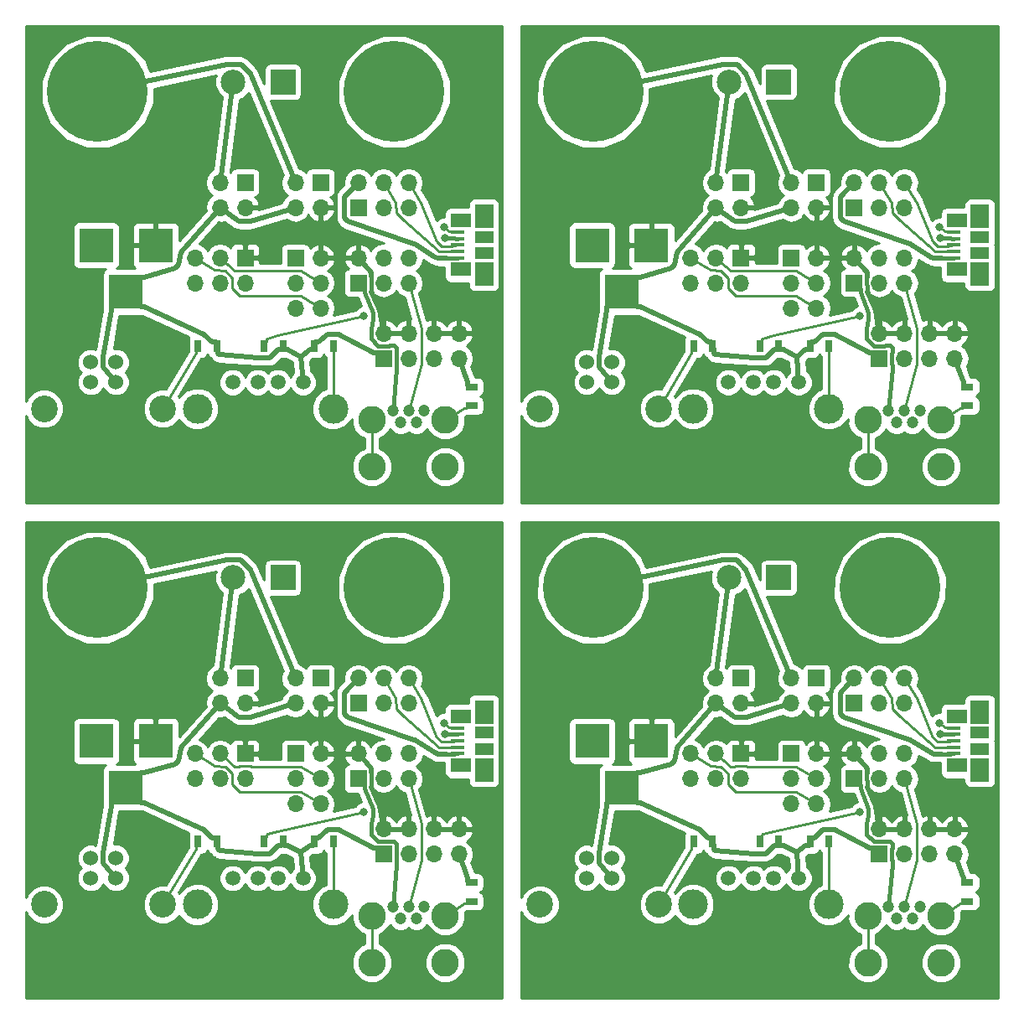
<source format=gtl>
%MOIN*%
%OFA0B0*%
%FSLAX46Y46*%
%IPPOS*%
%LPD*%
%ADD10C,0.0039370078740157488*%
%ADD11C,0.1063*%
%ADD12C,0.060000000000000005*%
%ADD13R,0.066929133858267723X0.066929133858267723*%
%ADD14O,0.066929133858267723X0.066929133858267723*%
%ADD15R,0.1378X0.1378*%
%ADD16C,0.4*%
%ADD17R,0.027559055118110236X0.051181102362204731*%
%ADD18R,0.051181102362204731X0.027559055118110236*%
%ADD19C,0.0470472440944882*%
%ADD20C,0.11023622047244094*%
%ADD21C,0.11810000000000001*%
%ADD22C,0.0591*%
%ADD23C,0.0984251968503937*%
%ADD24R,0.0984251968503937X0.0984251968503937*%
%ADD25R,0.0543X0.0177*%
%ADD26R,0.0827X0.058*%
%ADD27R,0.0747X0.0935*%
%ADD28R,0.0747X0.046200000000000005*%
%ADD29C,0.031496062992125991*%
%ADD30C,0.01968503937007874*%
%ADD31C,0.015748031496062995*%
%ADD32C,0.00984251968503937*%
%ADD33C,0.01*%
%ADD44C,0.0039370078740157488*%
%ADD45C,0.1063*%
%ADD46C,0.060000000000000005*%
%ADD47R,0.066929133858267723X0.066929133858267723*%
%ADD48O,0.066929133858267723X0.066929133858267723*%
%ADD49R,0.1378X0.1378*%
%ADD50C,0.4*%
%ADD51R,0.027559055118110236X0.051181102362204731*%
%ADD52R,0.051181102362204731X0.027559055118110236*%
%ADD53C,0.0470472440944882*%
%ADD54C,0.11023622047244094*%
%ADD55C,0.11810000000000001*%
%ADD56C,0.0591*%
%ADD57C,0.0984251968503937*%
%ADD58R,0.0984251968503937X0.0984251968503937*%
%ADD59R,0.0543X0.0177*%
%ADD60R,0.0827X0.058*%
%ADD61R,0.0747X0.0935*%
%ADD62R,0.0747X0.046200000000000005*%
%ADD63C,0.031496062992125991*%
%ADD64C,0.01968503937007874*%
%ADD65C,0.015748031496062995*%
%ADD66C,0.00984251968503937*%
%ADD67C,0.01*%
%ADD68C,0.0039370078740157488*%
%ADD69C,0.1063*%
%ADD70C,0.060000000000000005*%
%ADD71R,0.066929133858267723X0.066929133858267723*%
%ADD72O,0.066929133858267723X0.066929133858267723*%
%ADD73R,0.1378X0.1378*%
%ADD74C,0.4*%
%ADD75R,0.027559055118110236X0.051181102362204731*%
%ADD76R,0.051181102362204731X0.027559055118110236*%
%ADD77C,0.0470472440944882*%
%ADD78C,0.11023622047244094*%
%ADD79C,0.11810000000000001*%
%ADD80C,0.0591*%
%ADD81C,0.0984251968503937*%
%ADD82R,0.0984251968503937X0.0984251968503937*%
%ADD83R,0.0543X0.0177*%
%ADD84R,0.0827X0.058*%
%ADD85R,0.0747X0.0935*%
%ADD86R,0.0747X0.046200000000000005*%
%ADD87C,0.031496062992125991*%
%ADD88C,0.01968503937007874*%
%ADD89C,0.015748031496062995*%
%ADD90C,0.00984251968503937*%
%ADD91C,0.01*%
%ADD92C,0.0039370078740157488*%
%ADD93C,0.1063*%
%ADD94C,0.060000000000000005*%
%ADD95R,0.066929133858267723X0.066929133858267723*%
%ADD96O,0.066929133858267723X0.066929133858267723*%
%ADD97R,0.1378X0.1378*%
%ADD98C,0.4*%
%ADD99R,0.027559055118110236X0.051181102362204731*%
%ADD100R,0.051181102362204731X0.027559055118110236*%
%ADD101C,0.0470472440944882*%
%ADD102C,0.11023622047244094*%
%ADD103C,0.11810000000000001*%
%ADD104C,0.0591*%
%ADD105C,0.0984251968503937*%
%ADD106R,0.0984251968503937X0.0984251968503937*%
%ADD107R,0.0543X0.0177*%
%ADD108R,0.0827X0.058*%
%ADD109R,0.0747X0.0935*%
%ADD110R,0.0747X0.046200000000000005*%
%ADD111C,0.031496062992125991*%
%ADD112C,0.01968503937007874*%
%ADD113C,0.015748031496062995*%
%ADD114C,0.00984251968503937*%
%ADD115C,0.01*%
G01G01*
D10*
D11*
X0000003937Y0000003937D02*
X0000576337Y0000403937D03*
X0000103937Y0000403937D03*
D12*
X0000290137Y0000510237D03*
X0000390137Y0000510237D03*
X0000390137Y0000588937D03*
X0000290137Y0000588937D03*
D13*
X0000903937Y0001303937D03*
D14*
X0000903937Y0001203937D03*
X0000803937Y0001303937D03*
X0000803937Y0001203937D03*
X0001103937Y0001203937D03*
X0001103937Y0001303937D03*
X0001203937Y0001203937D03*
D13*
X0001203937Y0001303937D03*
X0001353937Y0001203937D03*
D14*
X0001353937Y0001303937D03*
X0001453937Y0001203937D03*
X0001453937Y0001303937D03*
X0001553937Y0001203937D03*
X0001553937Y0001303937D03*
X0001203937Y0000803937D03*
X0001103937Y0000803937D03*
X0001203937Y0000903937D03*
X0001103937Y0000903937D03*
X0001203937Y0001003937D03*
D13*
X0001103937Y0001003937D03*
X0000903937Y0001003937D03*
D14*
X0000903937Y0000903937D03*
X0000803937Y0001003937D03*
X0000803937Y0000903937D03*
X0000703937Y0001003937D03*
X0000703937Y0000903937D03*
X0001553937Y0001003937D03*
X0001553937Y0000903937D03*
X0001453937Y0001003937D03*
X0001453937Y0000903937D03*
X0001353937Y0001003937D03*
D13*
X0001353937Y0000903937D03*
D14*
X0001753937Y0000703937D03*
X0001753937Y0000603937D03*
X0001653937Y0000703937D03*
X0001653937Y0000603937D03*
X0001553937Y0000703937D03*
X0001553937Y0000603937D03*
X0001453937Y0000703937D03*
D13*
X0001453937Y0000603937D03*
D15*
X0000429937Y0000868937D03*
X0000311837Y0001053937D03*
X0000548037Y0001053937D03*
D16*
X0000316448Y0001665196D03*
X0001496448Y0001665196D03*
D17*
X0001053937Y0000653937D03*
X0000979133Y0000653937D03*
D18*
X0001803937Y0000416535D03*
X0001803937Y0000491338D03*
D19*
X0001490944Y0000395472D03*
X0001522440Y0000348228D03*
X0001553937Y0000395472D03*
X0001585433Y0000348228D03*
X0001616929Y0000395472D03*
D20*
X0001408267Y0000360039D03*
X0001699606Y0000360039D03*
X0001408267Y0000173031D03*
X0001699606Y0000173031D03*
D17*
X0000791338Y0000653937D03*
X0000716535Y0000653937D03*
D21*
X0000713935Y0000403941D03*
X0001253935Y0000403941D03*
D22*
X0000853935Y0000508941D03*
X0000953935Y0000508941D03*
X0001033935Y0000508941D03*
X0001133935Y0000508941D03*
D23*
X0000857086Y0001703937D03*
D24*
X0001053937Y0001703937D03*
D25*
X0001749237Y0001106337D03*
X0001749237Y0001080737D03*
X0001749237Y0001055137D03*
X0001749237Y0001029537D03*
X0001749237Y0001003937D03*
D26*
X0001763437Y0000958237D03*
X0001763437Y0001152037D03*
D27*
X0001853937Y0000940437D03*
X0001853937Y0001169837D03*
D28*
X0001853937Y0001088137D03*
X0001853937Y0001022137D03*
D17*
X0001253937Y0000653937D03*
X0001179133Y0000653937D03*
D29*
X0001697881Y0001082291D03*
X0001376539Y0000773000D03*
X0001694421Y0001126637D03*
D30*
X0000340196Y0000568165D02*
X0000390137Y0000510236D01*
X0000340137Y0000568311D02*
X0000340196Y0000568165D01*
X0000340137Y0000609562D02*
X0000340137Y0000568311D01*
X0000370877Y0000795956D02*
X0000340137Y0000609562D01*
X0000370877Y0000800035D02*
X0000370877Y0000795956D01*
X0000370877Y0000809877D02*
X0000370877Y0000800035D01*
X0000429937Y0000868937D02*
X0000370877Y0000809877D01*
X0001161275Y0000638188D02*
X0001125649Y0000610744D01*
X0001165354Y0000638188D02*
X0001161275Y0000638188D01*
X0001175196Y0000638188D02*
X0001165354Y0000638188D01*
X0001179133Y0000653937D02*
X0001175196Y0000638188D01*
X0001133937Y0000508940D02*
X0001125649Y0000610744D01*
X0001183070Y0000669685D02*
X0001179133Y0000653937D01*
X0001192913Y0000669685D02*
X0001183070Y0000669685D01*
X0001196992Y0000669685D02*
X0001192913Y0000669685D01*
X0001231185Y0000701185D02*
X0001196992Y0000669685D01*
X0001249129Y0000701185D02*
X0001231185Y0000701185D01*
X0001276688Y0000701185D02*
X0001249129Y0000701185D01*
X0001416393Y0000627559D02*
X0001276688Y0000701185D01*
X0001420472Y0000627559D02*
X0001416393Y0000627559D01*
X0001430314Y0000627559D02*
X0001420472Y0000627559D01*
X0001453937Y0000603937D02*
X0001430314Y0000627559D01*
X0000795275Y0000638188D02*
X0000791338Y0000653937D01*
X0000795275Y0000628346D02*
X0000795275Y0000638188D01*
X0000795275Y0000624267D02*
X0000795275Y0000628346D01*
X0000801039Y0000618503D02*
X0000795275Y0000624267D01*
X0000956381Y0000606688D02*
X0000801039Y0000618503D01*
X0000983940Y0000606688D02*
X0000956381Y0000606688D01*
X0001001885Y0000606688D02*
X0000983940Y0000606688D01*
X0001036078Y0000638188D02*
X0001001885Y0000606688D01*
X0001040157Y0000638188D02*
X0001036078Y0000638188D01*
X0001050000Y0000638188D02*
X0001040157Y0000638188D01*
X0001053937Y0000653937D02*
X0001050000Y0000638188D01*
X0001788188Y0000509196D02*
X0001753937Y0000603937D01*
X0001788188Y0000505118D02*
X0001788188Y0000509196D01*
X0001788188Y0000495275D02*
X0001788188Y0000505118D01*
X0001803937Y0000491338D02*
X0001788188Y0000495275D01*
D31*
X0001715551Y0001081712D02*
X0001697881Y0001082291D01*
X0001722086Y0001081712D02*
X0001715551Y0001081712D01*
X0001729960Y0001081712D02*
X0001722086Y0001081712D01*
X0001749236Y0001080736D02*
X0001729960Y0001081712D01*
D30*
X0000880263Y0001149653D02*
X0000803937Y0001203937D01*
X0000882291Y0001148814D02*
X0000880263Y0001149653D01*
X0000925582Y0001148814D02*
X0000882291Y0001148814D01*
X0001103937Y0001203937D02*
X0000925582Y0001148814D01*
X0000488996Y0000809877D02*
X0000429937Y0000868937D01*
X0000498838Y0000809877D02*
X0000488996Y0000809877D01*
X0000502917Y0000809877D02*
X0000498838Y0000809877D01*
X0000739287Y0000701185D02*
X0000502917Y0000809877D01*
X0000773480Y0000669685D02*
X0000739287Y0000701185D01*
X0000777559Y0000669685D02*
X0000773480Y0000669685D01*
X0000787401Y0000669685D02*
X0000777559Y0000669685D01*
X0000791338Y0000653937D02*
X0000787401Y0000669685D01*
X0000488996Y0000927996D02*
X0000429937Y0000868937D01*
X0000498838Y0000927996D02*
X0000488996Y0000927996D01*
X0000502917Y0000927996D02*
X0000498838Y0000927996D01*
X0000625909Y0000963377D02*
X0000502917Y0000927996D01*
X0000638594Y0000976062D02*
X0000625909Y0000963377D01*
X0000648814Y0001025582D02*
X0000638594Y0000976062D01*
X0000649653Y0001027610D02*
X0000648814Y0001025582D01*
X0000803937Y0001203937D02*
X0000649653Y0001027610D01*
X0001071795Y0000638188D02*
X0001125649Y0000610744D01*
X0001067716Y0000638188D02*
X0001071795Y0000638188D01*
X0001057874Y0000638188D02*
X0001067716Y0000638188D01*
X0001053937Y0000653937D02*
X0001057874Y0000638188D01*
X0001405562Y0000944925D02*
X0001353937Y0001003937D01*
X0001405562Y0000929877D02*
X0001405562Y0000944925D01*
D31*
X0001403940Y0000924562D02*
X0001405905Y0000870834D01*
X0001405562Y0000929877D02*
X0001403940Y0000924562D01*
D30*
X0001439145Y0000796133D02*
X0001405905Y0000870834D01*
X0001453937Y0000703937D02*
X0001439145Y0000796133D01*
D32*
X0000707677Y0000626307D02*
X0000576338Y0000403937D01*
X0000707677Y0000628346D02*
X0000707677Y0000626307D01*
X0000707677Y0000633267D02*
X0000707677Y0000628346D01*
X0000716535Y0000653937D02*
X0000707677Y0000633267D01*
X0001716795Y0001110267D02*
X0001694421Y0001126637D01*
X0001722086Y0001110267D02*
X0001716795Y0001110267D01*
X0001727007Y0001110267D02*
X0001722086Y0001110267D01*
X0001749236Y0001106338D02*
X0001727007Y0001110267D01*
X0000987992Y0000674606D02*
X0000979133Y0000653937D01*
X0000987992Y0000679527D02*
X0000987992Y0000674606D01*
X0000987992Y0000681566D02*
X0000987992Y0000679527D01*
X0000990874Y0000684448D02*
X0000987992Y0000681566D01*
X0001033224Y0000696263D02*
X0000990874Y0000684448D01*
X0001376539Y0000773000D02*
X0001033224Y0000696263D01*
X0001253937Y0000633267D02*
X0001253937Y0000653937D01*
X0001253937Y0000628346D02*
X0001253937Y0000633267D01*
X0001253937Y0000403940D02*
X0001253937Y0000628346D01*
X0001603937Y0000724562D02*
X0001553937Y0000903937D01*
X0001603937Y0000624562D02*
X0001603937Y0000724562D01*
X0001603937Y0000583311D02*
X0001603937Y0000624562D01*
X0001553937Y0000395472D02*
X0001603937Y0000583311D01*
X0001783267Y0000407677D02*
X0001803937Y0000416535D01*
X0001778346Y0000407677D02*
X0001783267Y0000407677D01*
X0001776307Y0000407677D02*
X0001778346Y0000407677D01*
X0001699606Y0000360039D02*
X0001776307Y0000407677D01*
X0001408267Y0000360039D02*
X0001408267Y0000173031D01*
X0001602956Y0001224240D02*
X0001553937Y0001303937D01*
X0001666799Y0001069417D02*
X0001602956Y0001224240D01*
X0001685007Y0001051208D02*
X0001666799Y0001069417D01*
X0001722086Y0001051208D02*
X0001685007Y0001051208D01*
X0001727007Y0001051208D02*
X0001722086Y0001051208D01*
X0001749236Y0001055137D02*
X0001727007Y0001051208D01*
X0001502956Y0001224240D02*
X0001453937Y0001303937D01*
X0001504917Y0001183633D02*
X0001502956Y0001224240D01*
X0001533633Y0001154917D02*
X0001504917Y0001183633D01*
X0001675433Y0001029842D02*
X0001533633Y0001154917D01*
X0001676665Y0001029330D02*
X0001675433Y0001029842D01*
X0001722086Y0001029330D02*
X0001676665Y0001029330D01*
X0001727007Y0001029330D02*
X0001722086Y0001029330D01*
X0001749236Y0001029539D02*
X0001727007Y0001029330D01*
X0001124240Y0000852956D02*
X0001203937Y0000803937D01*
X0000883271Y0000853736D02*
X0001124240Y0000852956D01*
X0000883051Y0000853826D02*
X0000883271Y0000853736D01*
X0000853826Y0000883051D02*
X0000883051Y0000853826D01*
X0000853736Y0000883271D02*
X0000853826Y0000883051D01*
X0000852956Y0000924240D02*
X0000853736Y0000883271D01*
X0000824240Y0000952956D02*
X0000852956Y0000924240D01*
X0000783633Y0000954917D02*
X0000824240Y0000952956D01*
X0000703937Y0001003937D02*
X0000783633Y0000954917D01*
X0001124240Y0000952956D02*
X0001203937Y0000903937D01*
X0000930468Y0000953736D02*
X0001124240Y0000952956D01*
X0000924562Y0000953937D02*
X0000930468Y0000953736D01*
X0000883311Y0000953937D02*
X0000924562Y0000953937D01*
X0000877405Y0000953736D02*
X0000883311Y0000953937D01*
X0000863539Y0000953736D02*
X0000877405Y0000953736D01*
X0000803937Y0001003937D02*
X0000863539Y0000953736D01*
D30*
X0000857086Y0001703937D02*
X0000803937Y0001303937D01*
X0000924720Y0001736531D02*
X0001103937Y0001303937D01*
X0000889681Y0001771570D02*
X0000924720Y0001736531D01*
X0000881862Y0001774807D02*
X0000889681Y0001771570D01*
X0000832311Y0001774807D02*
X0000881862Y0001774807D01*
X0000316448Y0001665196D02*
X0000832311Y0001774807D01*
D31*
X0001715574Y0001002960D02*
X0001703980Y0001002531D01*
X0001722086Y0001002960D02*
X0001715574Y0001002960D01*
X0001729960Y0001002960D02*
X0001722086Y0001002960D01*
X0001749236Y0001003937D02*
X0001729960Y0001002960D01*
D30*
X0001298814Y0001246374D02*
X0001353937Y0001303937D01*
X0001298814Y0001179444D02*
X0001298814Y0001246374D01*
X0001298814Y0001161500D02*
X0001298814Y0001179444D01*
X0001311500Y0001148814D02*
X0001298814Y0001161500D01*
X0001575582Y0001059059D02*
X0001311500Y0001148814D01*
X0001577610Y0001058220D02*
X0001575582Y0001059059D01*
X0001660377Y0001007307D02*
X0001577610Y0001058220D01*
X0001671381Y0001002751D02*
X0001660377Y0001007307D01*
X0001703980Y0001002531D02*
X0001671381Y0001002751D01*
D31*
X0001379527Y0000878346D02*
X0001353937Y0000903937D01*
X0001379527Y0000870472D02*
X0001379527Y0000878346D01*
X0001379527Y0000867212D02*
X0001379527Y0000870472D01*
X0001410795Y0000787188D02*
X0001379527Y0000867212D01*
X0001410795Y0000758811D02*
X0001410795Y0000787188D01*
X0001403937Y0000724562D02*
X0001410795Y0000758811D01*
X0001403937Y0000683311D02*
X0001403937Y0000724562D01*
X0001403996Y0000683165D02*
X0001403937Y0000683311D01*
X0001433165Y0000653996D02*
X0001403996Y0000683165D01*
X0001433311Y0000653937D02*
X0001433165Y0000653996D01*
X0001474562Y0000653937D02*
X0001433311Y0000653937D01*
X0001479736Y0000655909D02*
X0001474562Y0000653937D01*
X0001495066Y0000655909D02*
X0001479736Y0000655909D01*
X0001505909Y0000645066D02*
X0001495066Y0000655909D01*
X0001505909Y0000629736D02*
X0001505909Y0000645066D01*
X0001503937Y0000624562D02*
X0001505909Y0000629736D01*
X0001503937Y0000583311D02*
X0001503937Y0000624562D01*
X0001505909Y0000578137D02*
X0001503937Y0000583311D01*
X0001505909Y0000562807D02*
X0001505909Y0000578137D01*
X0001490944Y0000395472D02*
X0001505909Y0000562807D01*
D33*
G36*
X0001926968Y0000030905D02*
X0000030905Y0000030905D01*
X0000030905Y0000376041D01*
X0000037646Y0000359726D01*
X0000059611Y0000337723D01*
X0000088324Y0000325800D01*
X0000119414Y0000325773D01*
X0000148148Y0000337646D01*
X0000170151Y0000359610D01*
X0000182074Y0000388323D01*
X0000182101Y0000419413D01*
X0000170228Y0000448147D01*
X0000148264Y0000470150D01*
X0000119550Y0000482073D01*
X0000088460Y0000482100D01*
X0000059727Y0000470227D01*
X0000037724Y0000448263D01*
X0000030905Y0000431842D01*
X0000030905Y0001620637D01*
X0000091409Y0001620637D01*
X0000125591Y0001537911D01*
X0000188830Y0001474562D01*
X0000271497Y0001440236D01*
X0000361007Y0001440157D01*
X0000443734Y0001474339D01*
X0000507083Y0001537578D01*
X0000541409Y0001620245D01*
X0000541459Y0001677386D01*
X0000787405Y0001729645D01*
X0000782886Y0001718763D01*
X0000782861Y0001689239D01*
X0000794135Y0001661953D01*
X0000813748Y0001642306D01*
X0000775586Y0001355103D01*
X0000762596Y0001346423D01*
X0000749922Y0001327455D01*
X0000745472Y0001305082D01*
X0000745472Y0001302791D01*
X0000749922Y0001280418D01*
X0000762596Y0001261450D01*
X0000773841Y0001253937D01*
X0000762596Y0001246423D01*
X0000749922Y0001227455D01*
X0000745472Y0001205082D01*
X0000745472Y0001202791D01*
X0000747540Y0001192394D01*
X0000641937Y0001071703D01*
X0000641937Y0001127809D01*
X0000638130Y0001136998D01*
X0000631098Y0001144030D01*
X0000621909Y0001147837D01*
X0000559287Y0001147837D01*
X0000553037Y0001141587D01*
X0000553037Y0001058937D01*
X0000553824Y0001058937D01*
X0000553824Y0001048937D01*
X0000553037Y0001048937D01*
X0000553037Y0001048149D01*
X0000543037Y0001048149D01*
X0000543037Y0001048937D01*
X0000460387Y0001048937D01*
X0000454137Y0001042687D01*
X0000454137Y0000980064D01*
X0000457943Y0000970875D01*
X0000464975Y0000963843D01*
X0000466222Y0000963326D01*
X0000393244Y0000963326D01*
X0000398760Y0000967013D01*
X0000404286Y0000975282D01*
X0000406226Y0000985037D01*
X0000406226Y0001122837D01*
X0000405237Y0001127809D01*
X0000454137Y0001127809D01*
X0000454137Y0001065187D01*
X0000460387Y0001058937D01*
X0000543037Y0001058937D01*
X0000543037Y0001141587D01*
X0000536787Y0001147837D01*
X0000474164Y0001147837D01*
X0000464975Y0001144030D01*
X0000457943Y0001136998D01*
X0000454137Y0001127809D01*
X0000405237Y0001127809D01*
X0000404286Y0001132591D01*
X0000398760Y0001140860D01*
X0000390491Y0001146386D01*
X0000380737Y0001148326D01*
X0000242937Y0001148326D01*
X0000233182Y0001146386D01*
X0000224913Y0001140860D01*
X0000219387Y0001132591D01*
X0000217447Y0001122837D01*
X0000217447Y0000985037D01*
X0000219387Y0000975282D01*
X0000224913Y0000967013D01*
X0000233182Y0000961487D01*
X0000242937Y0000959547D01*
X0000348529Y0000959547D01*
X0000343013Y0000955860D01*
X0000337487Y0000947591D01*
X0000335547Y0000937837D01*
X0000335547Y0000800037D01*
X0000335924Y0000798139D01*
X0000309891Y0000640287D01*
X0000301125Y0000643927D01*
X0000279245Y0000643946D01*
X0000259023Y0000635590D01*
X0000243538Y0000620132D01*
X0000235147Y0000599925D01*
X0000235128Y0000578044D01*
X0000243483Y0000557822D01*
X0000251705Y0000549586D01*
X0000243538Y0000541432D01*
X0000235147Y0000521225D01*
X0000235128Y0000499344D01*
X0000243483Y0000479122D01*
X0000258942Y0000463637D01*
X0000279149Y0000455246D01*
X0000301029Y0000455227D01*
X0000321252Y0000463583D01*
X0000336737Y0000479041D01*
X0000340135Y0000487225D01*
X0000343483Y0000479122D01*
X0000358942Y0000463637D01*
X0000379149Y0000455246D01*
X0000401029Y0000455227D01*
X0000421252Y0000463583D01*
X0000436737Y0000479041D01*
X0000445128Y0000499248D01*
X0000445147Y0000521129D01*
X0000436791Y0000541351D01*
X0000428569Y0000549587D01*
X0000436737Y0000557741D01*
X0000445128Y0000577948D01*
X0000445147Y0000599829D01*
X0000436791Y0000620051D01*
X0000421333Y0000635536D01*
X0000401125Y0000643927D01*
X0000381121Y0000643944D01*
X0000402660Y0000774547D01*
X0000496351Y0000774547D01*
X0000679810Y0000690185D01*
X0000679206Y0000689282D01*
X0000677266Y0000679527D01*
X0000677266Y0000633654D01*
X0000587740Y0000482077D01*
X0000560860Y0000482100D01*
X0000532127Y0000470227D01*
X0000510124Y0000448263D01*
X0000498201Y0000419550D01*
X0000498174Y0000388460D01*
X0000510046Y0000359726D01*
X0000532011Y0000337723D01*
X0000560724Y0000325800D01*
X0000591814Y0000325773D01*
X0000620548Y0000337646D01*
X0000641672Y0000358733D01*
X0000642639Y0000356393D01*
X0000666262Y0000332729D01*
X0000697143Y0000319906D01*
X0000730580Y0000319877D01*
X0000761483Y0000332646D01*
X0000785148Y0000356269D01*
X0000797970Y0000387149D01*
X0000798000Y0000420586D01*
X0000785231Y0000451490D01*
X0000761608Y0000475154D01*
X0000730727Y0000487977D01*
X0000697290Y0000488006D01*
X0000666387Y0000475237D01*
X0000642722Y0000451614D01*
X0000641678Y0000449099D01*
X0000639218Y0000451563D01*
X0000728577Y0000602856D01*
X0000730314Y0000602856D01*
X0000740069Y0000604796D01*
X0000748338Y0000610322D01*
X0000753864Y0000618591D01*
X0000753937Y0000618956D01*
X0000754009Y0000618591D01*
X0000759535Y0000610322D01*
X0000766687Y0000605543D01*
X0000769397Y0000601486D01*
X0000770638Y0000599630D01*
X0000776402Y0000593866D01*
X0000780974Y0000590811D01*
X0000785302Y0000587417D01*
X0000786592Y0000587057D01*
X0000787705Y0000586313D01*
X0000793099Y0000585240D01*
X0000798396Y0000583761D01*
X0000953739Y0000571946D01*
X0000955068Y0000572107D01*
X0000956381Y0000571846D01*
X0001001885Y0000571846D01*
X0001007865Y0000573035D01*
X0001013889Y0000573979D01*
X0001014508Y0000574357D01*
X0001015219Y0000574498D01*
X0001020289Y0000577886D01*
X0001025493Y0000581063D01*
X0001049150Y0000602856D01*
X0001064390Y0000602856D01*
X0001092500Y0000588531D01*
X0001095803Y0000547954D01*
X0001087717Y0000539882D01*
X0001083936Y0000530777D01*
X0001080207Y0000539801D01*
X0001064875Y0000555160D01*
X0001044833Y0000563482D01*
X0001023132Y0000563501D01*
X0001003075Y0000555213D01*
X0000993932Y0000546087D01*
X0000984875Y0000555160D01*
X0000964833Y0000563482D01*
X0000943132Y0000563501D01*
X0000923075Y0000555213D01*
X0000907717Y0000539882D01*
X0000903936Y0000530777D01*
X0000900207Y0000539801D01*
X0000884875Y0000555160D01*
X0000864833Y0000563482D01*
X0000843132Y0000563501D01*
X0000823075Y0000555213D01*
X0000807717Y0000539882D01*
X0000799394Y0000519840D01*
X0000799375Y0000498138D01*
X0000807663Y0000478082D01*
X0000822995Y0000462723D01*
X0000843037Y0000454401D01*
X0000864738Y0000454382D01*
X0000884795Y0000462669D01*
X0000900153Y0000478001D01*
X0000903934Y0000487106D01*
X0000907663Y0000478082D01*
X0000922995Y0000462723D01*
X0000943037Y0000454401D01*
X0000964738Y0000454382D01*
X0000984795Y0000462669D01*
X0000993937Y0000471796D01*
X0001002995Y0000462723D01*
X0001023037Y0000454401D01*
X0001044738Y0000454382D01*
X0001064795Y0000462669D01*
X0001080153Y0000478001D01*
X0001083934Y0000487106D01*
X0001087663Y0000478082D01*
X0001102995Y0000462723D01*
X0001123037Y0000454401D01*
X0001144738Y0000454382D01*
X0001164795Y0000462669D01*
X0001180153Y0000478001D01*
X0001188475Y0000498043D01*
X0001188494Y0000519744D01*
X0001180207Y0000539801D01*
X0001165155Y0000554880D01*
X0001161913Y0000594698D01*
X0001172504Y0000602856D01*
X0001192913Y0000602856D01*
X0001202667Y0000604796D01*
X0001210937Y0000610322D01*
X0001216462Y0000618591D01*
X0001216535Y0000618956D01*
X0001216607Y0000618591D01*
X0001222133Y0000610322D01*
X0001224015Y0000609064D01*
X0001224015Y0000482521D01*
X0001206387Y0000475237D01*
X0001182722Y0000451614D01*
X0001169900Y0000420733D01*
X0001169870Y0000387296D01*
X0001182639Y0000356393D01*
X0001206262Y0000332729D01*
X0001237143Y0000319906D01*
X0001270580Y0000319877D01*
X0001301483Y0000332646D01*
X0001325148Y0000356269D01*
X0001328152Y0000363504D01*
X0001328135Y0000344172D01*
X0001340307Y0000314715D01*
X0001362825Y0000292158D01*
X0001378346Y0000285713D01*
X0001378346Y0000247356D01*
X0001362943Y0000240991D01*
X0001340386Y0000218474D01*
X0001328163Y0000189037D01*
X0001328135Y0000157164D01*
X0001340307Y0000127707D01*
X0001362825Y0000105150D01*
X0001392261Y0000092927D01*
X0001424134Y0000092899D01*
X0001453591Y0000105071D01*
X0001476148Y0000127588D01*
X0001488371Y0000157025D01*
X0001488372Y0000157164D01*
X0001619474Y0000157164D01*
X0001631645Y0000127707D01*
X0001654163Y0000105150D01*
X0001683599Y0000092927D01*
X0001715472Y0000092899D01*
X0001744930Y0000105071D01*
X0001767487Y0000127588D01*
X0001779710Y0000157025D01*
X0001779738Y0000188898D01*
X0001767566Y0000218355D01*
X0001745048Y0000240912D01*
X0001715612Y0000253135D01*
X0001683739Y0000253163D01*
X0001654282Y0000240991D01*
X0001631725Y0000218474D01*
X0001619502Y0000189037D01*
X0001619474Y0000157164D01*
X0001488372Y0000157164D01*
X0001488399Y0000188898D01*
X0001476228Y0000218355D01*
X0001453710Y0000240912D01*
X0001438188Y0000247357D01*
X0001438188Y0000285714D01*
X0001453591Y0000292078D01*
X0001476148Y0000314596D01*
X0001480001Y0000323874D01*
X0001481280Y0000320777D01*
X0001494918Y0000307116D01*
X0001512746Y0000299713D01*
X0001532050Y0000299696D01*
X0001549891Y0000307068D01*
X0001553932Y0000311101D01*
X0001557910Y0000307116D01*
X0001575738Y0000299713D01*
X0001595042Y0000299696D01*
X0001612883Y0000307068D01*
X0001626545Y0000320706D01*
X0001627861Y0000323874D01*
X0001631645Y0000314715D01*
X0001654163Y0000292158D01*
X0001683599Y0000279935D01*
X0001715472Y0000279907D01*
X0001744930Y0000292078D01*
X0001767487Y0000314596D01*
X0001779710Y0000344032D01*
X0001779737Y0000374584D01*
X0001784054Y0000377266D01*
X0001829527Y0000377266D01*
X0001839282Y0000379206D01*
X0001847551Y0000384731D01*
X0001853077Y0000393001D01*
X0001855017Y0000402755D01*
X0001855017Y0000430314D01*
X0001853077Y0000440069D01*
X0001847551Y0000448338D01*
X0001839282Y0000453864D01*
X0001838917Y0000453937D01*
X0001839282Y0000454009D01*
X0001847551Y0000459535D01*
X0001853077Y0000467804D01*
X0001855017Y0000477559D01*
X0001855017Y0000505118D01*
X0001853077Y0000514872D01*
X0001847551Y0000523142D01*
X0001839282Y0000528667D01*
X0001829527Y0000530607D01*
X0001817497Y0000530607D01*
X0001802460Y0000572200D01*
X0001807951Y0000580418D01*
X0001812401Y0000602791D01*
X0001812401Y0000605082D01*
X0001807951Y0000627455D01*
X0001795277Y0000646423D01*
X0001784129Y0000653871D01*
X0001784130Y0000653872D01*
X0001800991Y0000669237D01*
X0001810688Y0000689886D01*
X0001805937Y0000698937D01*
X0001758937Y0000698937D01*
X0001758937Y0000698149D01*
X0001748937Y0000698149D01*
X0001748937Y0000698937D01*
X0001658937Y0000698937D01*
X0001658937Y0000698149D01*
X0001648937Y0000698149D01*
X0001648937Y0000698937D01*
X0001648149Y0000698937D01*
X0001648149Y0000708937D01*
X0001648937Y0000708937D01*
X0001648937Y0000755911D01*
X0001658937Y0000755911D01*
X0001658937Y0000708937D01*
X0001748937Y0000708937D01*
X0001748937Y0000755911D01*
X0001758937Y0000755911D01*
X0001758937Y0000708937D01*
X0001805937Y0000708937D01*
X0001810688Y0000717987D01*
X0001800991Y0000738636D01*
X0001784130Y0000754001D01*
X0001767987Y0000760688D01*
X0001758937Y0000755911D01*
X0001748937Y0000755911D01*
X0001739886Y0000760688D01*
X0001723743Y0000754001D01*
X0001706882Y0000738636D01*
X0001703937Y0000732364D01*
X0001700991Y0000738636D01*
X0001684130Y0000754001D01*
X0001667987Y0000760688D01*
X0001658937Y0000755911D01*
X0001648937Y0000755911D01*
X0001639886Y0000760688D01*
X0001626477Y0000755134D01*
X0001596381Y0000863102D01*
X0001607951Y0000880418D01*
X0001612401Y0000902791D01*
X0001612401Y0000905082D01*
X0001607951Y0000927455D01*
X0001595277Y0000946423D01*
X0001584032Y0000953937D01*
X0001595277Y0000961450D01*
X0001607951Y0000980418D01*
X0001611182Y0000996662D01*
X0001642122Y0000977629D01*
X0001644734Y0000976661D01*
X0001647051Y0000975113D01*
X0001658055Y0000970558D01*
X0001664606Y0000969257D01*
X0001671146Y0000967910D01*
X0001696597Y0000967738D01*
X0001696597Y0000929237D01*
X0001698537Y0000919483D01*
X0001704063Y0000911213D01*
X0001712332Y0000905688D01*
X0001722087Y0000903748D01*
X0001791097Y0000903748D01*
X0001791097Y0000893687D01*
X0001793037Y0000883933D01*
X0001798563Y0000875663D01*
X0001806832Y0000870138D01*
X0001816587Y0000868198D01*
X0001891287Y0000868198D01*
X0001901041Y0000870138D01*
X0001909310Y0000875663D01*
X0001914836Y0000883933D01*
X0001916776Y0000893687D01*
X0001916776Y0000987187D01*
X0001915598Y0000993112D01*
X0001916776Y0000999037D01*
X0001916776Y0001045237D01*
X0001914836Y0001054992D01*
X0001914739Y0001055137D01*
X0001914836Y0001055283D01*
X0001916776Y0001065037D01*
X0001916776Y0001111237D01*
X0001915598Y0001117162D01*
X0001916776Y0001123087D01*
X0001916776Y0001216587D01*
X0001914836Y0001226342D01*
X0001909310Y0001234611D01*
X0001901041Y0001240137D01*
X0001891287Y0001242077D01*
X0001816587Y0001242077D01*
X0001806832Y0001240137D01*
X0001798563Y0001234611D01*
X0001793037Y0001226342D01*
X0001791097Y0001216587D01*
X0001791097Y0001206527D01*
X0001722087Y0001206527D01*
X0001712332Y0001204587D01*
X0001704063Y0001199061D01*
X0001698537Y0001190792D01*
X0001696597Y0001181037D01*
X0001696597Y0001167383D01*
X0001686351Y0001167392D01*
X0001671369Y0001161202D01*
X0001664247Y0001154093D01*
X0001630618Y0001235646D01*
X0001629281Y0001237654D01*
X0001628442Y0001239916D01*
X0001605649Y0001276973D01*
X0001607951Y0001280418D01*
X0001612401Y0001302791D01*
X0001612401Y0001305082D01*
X0001607951Y0001327455D01*
X0001595277Y0001346423D01*
X0001576310Y0001359096D01*
X0001553937Y0001363546D01*
X0001531563Y0001359096D01*
X0001512596Y0001346423D01*
X0001503937Y0001333463D01*
X0001495277Y0001346423D01*
X0001476310Y0001359096D01*
X0001453937Y0001363546D01*
X0001431563Y0001359096D01*
X0001412596Y0001346423D01*
X0001403937Y0001333463D01*
X0001395277Y0001346423D01*
X0001376310Y0001359096D01*
X0001353937Y0001363546D01*
X0001331563Y0001359096D01*
X0001312596Y0001346423D01*
X0001299922Y0001327455D01*
X0001295472Y0001305082D01*
X0001295472Y0001302791D01*
X0001297042Y0001294900D01*
X0001273649Y0001270472D01*
X0001270196Y0001265052D01*
X0001266624Y0001259707D01*
X0001266549Y0001259331D01*
X0001266343Y0001259007D01*
X0001265226Y0001252677D01*
X0001263972Y0001246374D01*
X0001263972Y0001161500D01*
X0001263972Y0001161500D01*
X0001265124Y0001155708D01*
X0001266624Y0001148166D01*
X0001271020Y0001141587D01*
X0001274177Y0001136862D01*
X0001286862Y0001124177D01*
X0001287817Y0001123539D01*
X0001288516Y0001122627D01*
X0001293439Y0001119783D01*
X0001298166Y0001116624D01*
X0001299293Y0001116400D01*
X0001300287Y0001115825D01*
X0001454339Y0001063466D01*
X0001453937Y0001063546D01*
X0001431563Y0001059096D01*
X0001412596Y0001046423D01*
X0001403633Y0001033009D01*
X0001400991Y0001038636D01*
X0001384130Y0001054001D01*
X0001367987Y0001060688D01*
X0001358937Y0001055911D01*
X0001358937Y0001008937D01*
X0001359724Y0001008937D01*
X0001359724Y0000998937D01*
X0001358937Y0000998937D01*
X0001358937Y0000998149D01*
X0001348937Y0000998149D01*
X0001348937Y0000998937D01*
X0001301936Y0000998937D01*
X0001297185Y0000989886D01*
X0001306882Y0000969237D01*
X0001315033Y0000961809D01*
X0001310717Y0000960951D01*
X0001302448Y0000955425D01*
X0001296922Y0000947156D01*
X0001294982Y0000937401D01*
X0001294982Y0000870472D01*
X0001296922Y0000860717D01*
X0001302448Y0000852448D01*
X0001310717Y0000846922D01*
X0001320472Y0000844982D01*
X0001352919Y0000844982D01*
X0001365586Y0000812563D01*
X0001353487Y0000807564D01*
X0001342015Y0000796112D01*
X0001341937Y0000795925D01*
X0001255833Y0000776679D01*
X0001259096Y0000781563D01*
X0001263546Y0000803937D01*
X0001259096Y0000826310D01*
X0001246423Y0000845277D01*
X0001233463Y0000853937D01*
X0001246423Y0000862596D01*
X0001259096Y0000881563D01*
X0001263546Y0000903937D01*
X0001259096Y0000926310D01*
X0001246423Y0000945277D01*
X0001233009Y0000954240D01*
X0001238636Y0000956882D01*
X0001254001Y0000973743D01*
X0001260688Y0000989886D01*
X0001255911Y0000998937D01*
X0001208937Y0000998937D01*
X0001208937Y0000998149D01*
X0001198937Y0000998149D01*
X0001198937Y0000998937D01*
X0001198149Y0000998937D01*
X0001198149Y0001008937D01*
X0001198937Y0001008937D01*
X0001198937Y0001055937D01*
X0001208937Y0001055937D01*
X0001208937Y0001008937D01*
X0001255911Y0001008937D01*
X0001260688Y0001017987D01*
X0001260688Y0001017987D01*
X0001297185Y0001017987D01*
X0001301936Y0001008937D01*
X0001348937Y0001008937D01*
X0001348937Y0001055911D01*
X0001339886Y0001060688D01*
X0001323743Y0001054001D01*
X0001306882Y0001038636D01*
X0001297185Y0001017987D01*
X0001260688Y0001017987D01*
X0001254001Y0001034130D01*
X0001238636Y0001050991D01*
X0001217987Y0001060688D01*
X0001208937Y0001055937D01*
X0001198937Y0001055937D01*
X0001189886Y0001060688D01*
X0001169237Y0001050991D01*
X0001161809Y0001042840D01*
X0001160951Y0001047156D01*
X0001155425Y0001055425D01*
X0001147156Y0001060951D01*
X0001137401Y0001062891D01*
X0001070472Y0001062891D01*
X0001060717Y0001060951D01*
X0001052448Y0001055425D01*
X0001046922Y0001047156D01*
X0001044982Y0001037401D01*
X0001044982Y0000983197D01*
X0000962401Y0000983529D01*
X0000962401Y0000992687D01*
X0000956151Y0000998937D01*
X0000908937Y0000998937D01*
X0000908937Y0000998149D01*
X0000898937Y0000998149D01*
X0000898937Y0000998937D01*
X0000898149Y0000998937D01*
X0000898149Y0001008937D01*
X0000898937Y0001008937D01*
X0000898937Y0001056151D01*
X0000908937Y0001056151D01*
X0000908937Y0001008937D01*
X0000956151Y0001008937D01*
X0000962401Y0001015187D01*
X0000962401Y0001042374D01*
X0000958595Y0001051562D01*
X0000951562Y0001058595D01*
X0000942374Y0001062401D01*
X0000915187Y0001062401D01*
X0000908937Y0001056151D01*
X0000898937Y0001056151D01*
X0000892687Y0001062401D01*
X0000865499Y0001062401D01*
X0000856311Y0001058595D01*
X0000849278Y0001051562D01*
X0000846433Y0001044693D01*
X0000845277Y0001046423D01*
X0000826310Y0001059096D01*
X0000803937Y0001063546D01*
X0000781563Y0001059096D01*
X0000762596Y0001046423D01*
X0000753937Y0001033463D01*
X0000745277Y0001046423D01*
X0000726310Y0001059096D01*
X0000723917Y0001059572D01*
X0000798945Y0001145319D01*
X0000803937Y0001144327D01*
X0000822455Y0001148010D01*
X0000860070Y0001121259D01*
X0000863667Y0001119645D01*
X0000866947Y0001117456D01*
X0000868974Y0001116617D01*
X0000871552Y0001116106D01*
X0000872473Y0001115693D01*
X0000873835Y0001115653D01*
X0000875648Y0001115293D01*
X0000882291Y0001113972D01*
X0000925582Y0001113972D01*
X0000930690Y0001114988D01*
X0000935870Y0001115526D01*
X0001069512Y0001156829D01*
X0001081563Y0001148777D01*
X0001103937Y0001144327D01*
X0001126310Y0001148777D01*
X0001145277Y0001161450D01*
X0001154240Y0001174864D01*
X0001156882Y0001169237D01*
X0001173743Y0001153872D01*
X0001189886Y0001147185D01*
X0001198937Y0001151962D01*
X0001198937Y0001198937D01*
X0001208937Y0001198937D01*
X0001208937Y0001151962D01*
X0001217987Y0001147185D01*
X0001234130Y0001153872D01*
X0001250991Y0001169237D01*
X0001260688Y0001189886D01*
X0001255937Y0001198937D01*
X0001208937Y0001198937D01*
X0001198937Y0001198937D01*
X0001198149Y0001198937D01*
X0001198149Y0001208937D01*
X0001198937Y0001208937D01*
X0001198937Y0001209724D01*
X0001208937Y0001209724D01*
X0001208937Y0001208937D01*
X0001255937Y0001208937D01*
X0001260688Y0001217987D01*
X0001250991Y0001238636D01*
X0001242840Y0001246064D01*
X0001247156Y0001246922D01*
X0001255425Y0001252448D01*
X0001260951Y0001260717D01*
X0001262891Y0001270472D01*
X0001262891Y0001337401D01*
X0001260951Y0001347156D01*
X0001255425Y0001355425D01*
X0001247156Y0001360951D01*
X0001237401Y0001362891D01*
X0001170472Y0001362891D01*
X0001160717Y0001360951D01*
X0001152448Y0001355425D01*
X0001146922Y0001347156D01*
X0001146433Y0001344693D01*
X0001145277Y0001346423D01*
X0001126310Y0001359096D01*
X0001118124Y0001360724D01*
X0001010447Y0001620637D01*
X0001271409Y0001620637D01*
X0001305591Y0001537911D01*
X0001368830Y0001474562D01*
X0001451497Y0001440236D01*
X0001541007Y0001440157D01*
X0001623734Y0001474339D01*
X0001687083Y0001537578D01*
X0001721409Y0001620245D01*
X0001721487Y0001709755D01*
X0001687305Y0001792482D01*
X0001624067Y0001855831D01*
X0001541400Y0001890157D01*
X0001451889Y0001890235D01*
X0001369163Y0001856053D01*
X0001305814Y0001792815D01*
X0001271487Y0001710148D01*
X0001271409Y0001620637D01*
X0001010447Y0001620637D01*
X0001006885Y0001629234D01*
X0001103149Y0001629234D01*
X0001112904Y0001631174D01*
X0001121173Y0001636700D01*
X0001126699Y0001644969D01*
X0001128639Y0001654724D01*
X0001128639Y0001753149D01*
X0001126699Y0001762904D01*
X0001121173Y0001771173D01*
X0001112904Y0001776699D01*
X0001103149Y0001778639D01*
X0001004724Y0001778639D01*
X0000994969Y0001776699D01*
X0000986700Y0001771173D01*
X0000981174Y0001762904D01*
X0000979234Y0001753149D01*
X0000979234Y0001695979D01*
X0000956909Y0001749867D01*
X0000953063Y0001755623D01*
X0000949357Y0001761168D01*
X0000914318Y0001796208D01*
X0000914314Y0001796211D01*
X0000914311Y0001796214D01*
X0000908689Y0001799969D01*
X0000903014Y0001803761D01*
X0000903010Y0001803762D01*
X0000903006Y0001803764D01*
X0000895187Y0001807000D01*
X0000888485Y0001808332D01*
X0000881862Y0001809649D01*
X0000832311Y0001809649D01*
X0000828725Y0001808936D01*
X0000825069Y0001808888D01*
X0000526720Y0001745495D01*
X0000507305Y0001792482D01*
X0000444067Y0001855831D01*
X0000361400Y0001890157D01*
X0000271889Y0001890235D01*
X0000189163Y0001856053D01*
X0000125814Y0001792815D01*
X0000091487Y0001710148D01*
X0000091409Y0001620637D01*
X0000030905Y0001620637D01*
X0000030905Y0001926968D01*
X0001926968Y0001926968D01*
X0001926968Y0000030905D01*
X0001926968Y0000030905D01*
G37*
X0001926968Y0000030905D02*
X0000030905Y0000030905D01*
X0000030905Y0000376041D01*
X0000037646Y0000359726D01*
X0000059611Y0000337723D01*
X0000088324Y0000325800D01*
X0000119414Y0000325773D01*
X0000148148Y0000337646D01*
X0000170151Y0000359610D01*
X0000182074Y0000388323D01*
X0000182101Y0000419413D01*
X0000170228Y0000448147D01*
X0000148264Y0000470150D01*
X0000119550Y0000482073D01*
X0000088460Y0000482100D01*
X0000059727Y0000470227D01*
X0000037724Y0000448263D01*
X0000030905Y0000431842D01*
X0000030905Y0001620637D01*
X0000091409Y0001620637D01*
X0000125591Y0001537911D01*
X0000188830Y0001474562D01*
X0000271497Y0001440236D01*
X0000361007Y0001440157D01*
X0000443734Y0001474339D01*
X0000507083Y0001537578D01*
X0000541409Y0001620245D01*
X0000541459Y0001677386D01*
X0000787405Y0001729645D01*
X0000782886Y0001718763D01*
X0000782861Y0001689239D01*
X0000794135Y0001661953D01*
X0000813748Y0001642306D01*
X0000775586Y0001355103D01*
X0000762596Y0001346423D01*
X0000749922Y0001327455D01*
X0000745472Y0001305082D01*
X0000745472Y0001302791D01*
X0000749922Y0001280418D01*
X0000762596Y0001261450D01*
X0000773841Y0001253937D01*
X0000762596Y0001246423D01*
X0000749922Y0001227455D01*
X0000745472Y0001205082D01*
X0000745472Y0001202791D01*
X0000747540Y0001192394D01*
X0000641937Y0001071703D01*
X0000641937Y0001127809D01*
X0000638130Y0001136998D01*
X0000631098Y0001144030D01*
X0000621909Y0001147837D01*
X0000559287Y0001147837D01*
X0000553037Y0001141587D01*
X0000553037Y0001058937D01*
X0000553824Y0001058937D01*
X0000553824Y0001048937D01*
X0000553037Y0001048937D01*
X0000553037Y0001048149D01*
X0000543037Y0001048149D01*
X0000543037Y0001048937D01*
X0000460387Y0001048937D01*
X0000454137Y0001042687D01*
X0000454137Y0000980064D01*
X0000457943Y0000970875D01*
X0000464975Y0000963843D01*
X0000466222Y0000963326D01*
X0000393244Y0000963326D01*
X0000398760Y0000967013D01*
X0000404286Y0000975282D01*
X0000406226Y0000985037D01*
X0000406226Y0001122837D01*
X0000405237Y0001127809D01*
X0000454137Y0001127809D01*
X0000454137Y0001065187D01*
X0000460387Y0001058937D01*
X0000543037Y0001058937D01*
X0000543037Y0001141587D01*
X0000536787Y0001147837D01*
X0000474164Y0001147837D01*
X0000464975Y0001144030D01*
X0000457943Y0001136998D01*
X0000454137Y0001127809D01*
X0000405237Y0001127809D01*
X0000404286Y0001132591D01*
X0000398760Y0001140860D01*
X0000390491Y0001146386D01*
X0000380737Y0001148326D01*
X0000242937Y0001148326D01*
X0000233182Y0001146386D01*
X0000224913Y0001140860D01*
X0000219387Y0001132591D01*
X0000217447Y0001122837D01*
X0000217447Y0000985037D01*
X0000219387Y0000975282D01*
X0000224913Y0000967013D01*
X0000233182Y0000961487D01*
X0000242937Y0000959547D01*
X0000348529Y0000959547D01*
X0000343013Y0000955860D01*
X0000337487Y0000947591D01*
X0000335547Y0000937837D01*
X0000335547Y0000800037D01*
X0000335924Y0000798139D01*
X0000309891Y0000640287D01*
X0000301125Y0000643927D01*
X0000279245Y0000643946D01*
X0000259023Y0000635590D01*
X0000243538Y0000620132D01*
X0000235147Y0000599925D01*
X0000235128Y0000578044D01*
X0000243483Y0000557822D01*
X0000251705Y0000549586D01*
X0000243538Y0000541432D01*
X0000235147Y0000521225D01*
X0000235128Y0000499344D01*
X0000243483Y0000479122D01*
X0000258942Y0000463637D01*
X0000279149Y0000455246D01*
X0000301029Y0000455227D01*
X0000321252Y0000463583D01*
X0000336737Y0000479041D01*
X0000340135Y0000487225D01*
X0000343483Y0000479122D01*
X0000358942Y0000463637D01*
X0000379149Y0000455246D01*
X0000401029Y0000455227D01*
X0000421252Y0000463583D01*
X0000436737Y0000479041D01*
X0000445128Y0000499248D01*
X0000445147Y0000521129D01*
X0000436791Y0000541351D01*
X0000428569Y0000549587D01*
X0000436737Y0000557741D01*
X0000445128Y0000577948D01*
X0000445147Y0000599829D01*
X0000436791Y0000620051D01*
X0000421333Y0000635536D01*
X0000401125Y0000643927D01*
X0000381121Y0000643944D01*
X0000402660Y0000774547D01*
X0000496351Y0000774547D01*
X0000679810Y0000690185D01*
X0000679206Y0000689282D01*
X0000677266Y0000679527D01*
X0000677266Y0000633654D01*
X0000587740Y0000482077D01*
X0000560860Y0000482100D01*
X0000532127Y0000470227D01*
X0000510124Y0000448263D01*
X0000498201Y0000419550D01*
X0000498174Y0000388460D01*
X0000510046Y0000359726D01*
X0000532011Y0000337723D01*
X0000560724Y0000325800D01*
X0000591814Y0000325773D01*
X0000620548Y0000337646D01*
X0000641672Y0000358733D01*
X0000642639Y0000356393D01*
X0000666262Y0000332729D01*
X0000697143Y0000319906D01*
X0000730580Y0000319877D01*
X0000761483Y0000332646D01*
X0000785148Y0000356269D01*
X0000797970Y0000387149D01*
X0000798000Y0000420586D01*
X0000785231Y0000451490D01*
X0000761608Y0000475154D01*
X0000730727Y0000487977D01*
X0000697290Y0000488006D01*
X0000666387Y0000475237D01*
X0000642722Y0000451614D01*
X0000641678Y0000449099D01*
X0000639218Y0000451563D01*
X0000728577Y0000602856D01*
X0000730314Y0000602856D01*
X0000740069Y0000604796D01*
X0000748338Y0000610322D01*
X0000753864Y0000618591D01*
X0000753937Y0000618956D01*
X0000754009Y0000618591D01*
X0000759535Y0000610322D01*
X0000766687Y0000605543D01*
X0000769397Y0000601486D01*
X0000770638Y0000599630D01*
X0000776402Y0000593866D01*
X0000780974Y0000590811D01*
X0000785302Y0000587417D01*
X0000786592Y0000587057D01*
X0000787705Y0000586313D01*
X0000793099Y0000585240D01*
X0000798396Y0000583761D01*
X0000953739Y0000571946D01*
X0000955068Y0000572107D01*
X0000956381Y0000571846D01*
X0001001885Y0000571846D01*
X0001007865Y0000573035D01*
X0001013889Y0000573979D01*
X0001014508Y0000574357D01*
X0001015219Y0000574498D01*
X0001020289Y0000577886D01*
X0001025493Y0000581063D01*
X0001049150Y0000602856D01*
X0001064390Y0000602856D01*
X0001092500Y0000588531D01*
X0001095803Y0000547954D01*
X0001087717Y0000539882D01*
X0001083936Y0000530777D01*
X0001080207Y0000539801D01*
X0001064875Y0000555160D01*
X0001044833Y0000563482D01*
X0001023132Y0000563501D01*
X0001003075Y0000555213D01*
X0000993932Y0000546087D01*
X0000984875Y0000555160D01*
X0000964833Y0000563482D01*
X0000943132Y0000563501D01*
X0000923075Y0000555213D01*
X0000907717Y0000539882D01*
X0000903936Y0000530777D01*
X0000900207Y0000539801D01*
X0000884875Y0000555160D01*
X0000864833Y0000563482D01*
X0000843132Y0000563501D01*
X0000823075Y0000555213D01*
X0000807717Y0000539882D01*
X0000799394Y0000519840D01*
X0000799375Y0000498138D01*
X0000807663Y0000478082D01*
X0000822995Y0000462723D01*
X0000843037Y0000454401D01*
X0000864738Y0000454382D01*
X0000884795Y0000462669D01*
X0000900153Y0000478001D01*
X0000903934Y0000487106D01*
X0000907663Y0000478082D01*
X0000922995Y0000462723D01*
X0000943037Y0000454401D01*
X0000964738Y0000454382D01*
X0000984795Y0000462669D01*
X0000993937Y0000471796D01*
X0001002995Y0000462723D01*
X0001023037Y0000454401D01*
X0001044738Y0000454382D01*
X0001064795Y0000462669D01*
X0001080153Y0000478001D01*
X0001083934Y0000487106D01*
X0001087663Y0000478082D01*
X0001102995Y0000462723D01*
X0001123037Y0000454401D01*
X0001144738Y0000454382D01*
X0001164795Y0000462669D01*
X0001180153Y0000478001D01*
X0001188475Y0000498043D01*
X0001188494Y0000519744D01*
X0001180207Y0000539801D01*
X0001165155Y0000554880D01*
X0001161913Y0000594698D01*
X0001172504Y0000602856D01*
X0001192913Y0000602856D01*
X0001202667Y0000604796D01*
X0001210937Y0000610322D01*
X0001216462Y0000618591D01*
X0001216535Y0000618956D01*
X0001216607Y0000618591D01*
X0001222133Y0000610322D01*
X0001224015Y0000609064D01*
X0001224015Y0000482521D01*
X0001206387Y0000475237D01*
X0001182722Y0000451614D01*
X0001169900Y0000420733D01*
X0001169870Y0000387296D01*
X0001182639Y0000356393D01*
X0001206262Y0000332729D01*
X0001237143Y0000319906D01*
X0001270580Y0000319877D01*
X0001301483Y0000332646D01*
X0001325148Y0000356269D01*
X0001328152Y0000363504D01*
X0001328135Y0000344172D01*
X0001340307Y0000314715D01*
X0001362825Y0000292158D01*
X0001378346Y0000285713D01*
X0001378346Y0000247356D01*
X0001362943Y0000240991D01*
X0001340386Y0000218474D01*
X0001328163Y0000189037D01*
X0001328135Y0000157164D01*
X0001340307Y0000127707D01*
X0001362825Y0000105150D01*
X0001392261Y0000092927D01*
X0001424134Y0000092899D01*
X0001453591Y0000105071D01*
X0001476148Y0000127588D01*
X0001488371Y0000157025D01*
X0001488372Y0000157164D01*
X0001619474Y0000157164D01*
X0001631645Y0000127707D01*
X0001654163Y0000105150D01*
X0001683599Y0000092927D01*
X0001715472Y0000092899D01*
X0001744930Y0000105071D01*
X0001767487Y0000127588D01*
X0001779710Y0000157025D01*
X0001779738Y0000188898D01*
X0001767566Y0000218355D01*
X0001745048Y0000240912D01*
X0001715612Y0000253135D01*
X0001683739Y0000253163D01*
X0001654282Y0000240991D01*
X0001631725Y0000218474D01*
X0001619502Y0000189037D01*
X0001619474Y0000157164D01*
X0001488372Y0000157164D01*
X0001488399Y0000188898D01*
X0001476228Y0000218355D01*
X0001453710Y0000240912D01*
X0001438188Y0000247357D01*
X0001438188Y0000285714D01*
X0001453591Y0000292078D01*
X0001476148Y0000314596D01*
X0001480001Y0000323874D01*
X0001481280Y0000320777D01*
X0001494918Y0000307116D01*
X0001512746Y0000299713D01*
X0001532050Y0000299696D01*
X0001549891Y0000307068D01*
X0001553932Y0000311101D01*
X0001557910Y0000307116D01*
X0001575738Y0000299713D01*
X0001595042Y0000299696D01*
X0001612883Y0000307068D01*
X0001626545Y0000320706D01*
X0001627861Y0000323874D01*
X0001631645Y0000314715D01*
X0001654163Y0000292158D01*
X0001683599Y0000279935D01*
X0001715472Y0000279907D01*
X0001744930Y0000292078D01*
X0001767487Y0000314596D01*
X0001779710Y0000344032D01*
X0001779737Y0000374584D01*
X0001784054Y0000377266D01*
X0001829527Y0000377266D01*
X0001839282Y0000379206D01*
X0001847551Y0000384731D01*
X0001853077Y0000393001D01*
X0001855017Y0000402755D01*
X0001855017Y0000430314D01*
X0001853077Y0000440069D01*
X0001847551Y0000448338D01*
X0001839282Y0000453864D01*
X0001838917Y0000453937D01*
X0001839282Y0000454009D01*
X0001847551Y0000459535D01*
X0001853077Y0000467804D01*
X0001855017Y0000477559D01*
X0001855017Y0000505118D01*
X0001853077Y0000514872D01*
X0001847551Y0000523142D01*
X0001839282Y0000528667D01*
X0001829527Y0000530607D01*
X0001817497Y0000530607D01*
X0001802460Y0000572200D01*
X0001807951Y0000580418D01*
X0001812401Y0000602791D01*
X0001812401Y0000605082D01*
X0001807951Y0000627455D01*
X0001795277Y0000646423D01*
X0001784129Y0000653871D01*
X0001784130Y0000653872D01*
X0001800991Y0000669237D01*
X0001810688Y0000689886D01*
X0001805937Y0000698937D01*
X0001758937Y0000698937D01*
X0001758937Y0000698149D01*
X0001748937Y0000698149D01*
X0001748937Y0000698937D01*
X0001658937Y0000698937D01*
X0001658937Y0000698149D01*
X0001648937Y0000698149D01*
X0001648937Y0000698937D01*
X0001648149Y0000698937D01*
X0001648149Y0000708937D01*
X0001648937Y0000708937D01*
X0001648937Y0000755911D01*
X0001658937Y0000755911D01*
X0001658937Y0000708937D01*
X0001748937Y0000708937D01*
X0001748937Y0000755911D01*
X0001758937Y0000755911D01*
X0001758937Y0000708937D01*
X0001805937Y0000708937D01*
X0001810688Y0000717987D01*
X0001800991Y0000738636D01*
X0001784130Y0000754001D01*
X0001767987Y0000760688D01*
X0001758937Y0000755911D01*
X0001748937Y0000755911D01*
X0001739886Y0000760688D01*
X0001723743Y0000754001D01*
X0001706882Y0000738636D01*
X0001703937Y0000732364D01*
X0001700991Y0000738636D01*
X0001684130Y0000754001D01*
X0001667987Y0000760688D01*
X0001658937Y0000755911D01*
X0001648937Y0000755911D01*
X0001639886Y0000760688D01*
X0001626477Y0000755134D01*
X0001596381Y0000863102D01*
X0001607951Y0000880418D01*
X0001612401Y0000902791D01*
X0001612401Y0000905082D01*
X0001607951Y0000927455D01*
X0001595277Y0000946423D01*
X0001584032Y0000953937D01*
X0001595277Y0000961450D01*
X0001607951Y0000980418D01*
X0001611182Y0000996662D01*
X0001642122Y0000977629D01*
X0001644734Y0000976661D01*
X0001647051Y0000975113D01*
X0001658055Y0000970558D01*
X0001664606Y0000969257D01*
X0001671146Y0000967910D01*
X0001696597Y0000967738D01*
X0001696597Y0000929237D01*
X0001698537Y0000919483D01*
X0001704063Y0000911213D01*
X0001712332Y0000905688D01*
X0001722087Y0000903748D01*
X0001791097Y0000903748D01*
X0001791097Y0000893687D01*
X0001793037Y0000883933D01*
X0001798563Y0000875663D01*
X0001806832Y0000870138D01*
X0001816587Y0000868198D01*
X0001891287Y0000868198D01*
X0001901041Y0000870138D01*
X0001909310Y0000875663D01*
X0001914836Y0000883933D01*
X0001916776Y0000893687D01*
X0001916776Y0000987187D01*
X0001915598Y0000993112D01*
X0001916776Y0000999037D01*
X0001916776Y0001045237D01*
X0001914836Y0001054992D01*
X0001914739Y0001055137D01*
X0001914836Y0001055283D01*
X0001916776Y0001065037D01*
X0001916776Y0001111237D01*
X0001915598Y0001117162D01*
X0001916776Y0001123087D01*
X0001916776Y0001216587D01*
X0001914836Y0001226342D01*
X0001909310Y0001234611D01*
X0001901041Y0001240137D01*
X0001891287Y0001242077D01*
X0001816587Y0001242077D01*
X0001806832Y0001240137D01*
X0001798563Y0001234611D01*
X0001793037Y0001226342D01*
X0001791097Y0001216587D01*
X0001791097Y0001206527D01*
X0001722087Y0001206527D01*
X0001712332Y0001204587D01*
X0001704063Y0001199061D01*
X0001698537Y0001190792D01*
X0001696597Y0001181037D01*
X0001696597Y0001167383D01*
X0001686351Y0001167392D01*
X0001671369Y0001161202D01*
X0001664247Y0001154093D01*
X0001630618Y0001235646D01*
X0001629281Y0001237654D01*
X0001628442Y0001239916D01*
X0001605649Y0001276973D01*
X0001607951Y0001280418D01*
X0001612401Y0001302791D01*
X0001612401Y0001305082D01*
X0001607951Y0001327455D01*
X0001595277Y0001346423D01*
X0001576310Y0001359096D01*
X0001553937Y0001363546D01*
X0001531563Y0001359096D01*
X0001512596Y0001346423D01*
X0001503937Y0001333463D01*
X0001495277Y0001346423D01*
X0001476310Y0001359096D01*
X0001453937Y0001363546D01*
X0001431563Y0001359096D01*
X0001412596Y0001346423D01*
X0001403937Y0001333463D01*
X0001395277Y0001346423D01*
X0001376310Y0001359096D01*
X0001353937Y0001363546D01*
X0001331563Y0001359096D01*
X0001312596Y0001346423D01*
X0001299922Y0001327455D01*
X0001295472Y0001305082D01*
X0001295472Y0001302791D01*
X0001297042Y0001294900D01*
X0001273649Y0001270472D01*
X0001270196Y0001265052D01*
X0001266624Y0001259707D01*
X0001266549Y0001259331D01*
X0001266343Y0001259007D01*
X0001265226Y0001252677D01*
X0001263972Y0001246374D01*
X0001263972Y0001161500D01*
X0001263972Y0001161500D01*
X0001265124Y0001155708D01*
X0001266624Y0001148166D01*
X0001271020Y0001141587D01*
X0001274177Y0001136862D01*
X0001286862Y0001124177D01*
X0001287817Y0001123539D01*
X0001288516Y0001122627D01*
X0001293439Y0001119783D01*
X0001298166Y0001116624D01*
X0001299293Y0001116400D01*
X0001300287Y0001115825D01*
X0001454339Y0001063466D01*
X0001453937Y0001063546D01*
X0001431563Y0001059096D01*
X0001412596Y0001046423D01*
X0001403633Y0001033009D01*
X0001400991Y0001038636D01*
X0001384130Y0001054001D01*
X0001367987Y0001060688D01*
X0001358937Y0001055911D01*
X0001358937Y0001008937D01*
X0001359724Y0001008937D01*
X0001359724Y0000998937D01*
X0001358937Y0000998937D01*
X0001358937Y0000998149D01*
X0001348937Y0000998149D01*
X0001348937Y0000998937D01*
X0001301936Y0000998937D01*
X0001297185Y0000989886D01*
X0001306882Y0000969237D01*
X0001315033Y0000961809D01*
X0001310717Y0000960951D01*
X0001302448Y0000955425D01*
X0001296922Y0000947156D01*
X0001294982Y0000937401D01*
X0001294982Y0000870472D01*
X0001296922Y0000860717D01*
X0001302448Y0000852448D01*
X0001310717Y0000846922D01*
X0001320472Y0000844982D01*
X0001352919Y0000844982D01*
X0001365586Y0000812563D01*
X0001353487Y0000807564D01*
X0001342015Y0000796112D01*
X0001341937Y0000795925D01*
X0001255833Y0000776679D01*
X0001259096Y0000781563D01*
X0001263546Y0000803937D01*
X0001259096Y0000826310D01*
X0001246423Y0000845277D01*
X0001233463Y0000853937D01*
X0001246423Y0000862596D01*
X0001259096Y0000881563D01*
X0001263546Y0000903937D01*
X0001259096Y0000926310D01*
X0001246423Y0000945277D01*
X0001233009Y0000954240D01*
X0001238636Y0000956882D01*
X0001254001Y0000973743D01*
X0001260688Y0000989886D01*
X0001255911Y0000998937D01*
X0001208937Y0000998937D01*
X0001208937Y0000998149D01*
X0001198937Y0000998149D01*
X0001198937Y0000998937D01*
X0001198149Y0000998937D01*
X0001198149Y0001008937D01*
X0001198937Y0001008937D01*
X0001198937Y0001055937D01*
X0001208937Y0001055937D01*
X0001208937Y0001008937D01*
X0001255911Y0001008937D01*
X0001260688Y0001017987D01*
X0001260688Y0001017987D01*
X0001297185Y0001017987D01*
X0001301936Y0001008937D01*
X0001348937Y0001008937D01*
X0001348937Y0001055911D01*
X0001339886Y0001060688D01*
X0001323743Y0001054001D01*
X0001306882Y0001038636D01*
X0001297185Y0001017987D01*
X0001260688Y0001017987D01*
X0001254001Y0001034130D01*
X0001238636Y0001050991D01*
X0001217987Y0001060688D01*
X0001208937Y0001055937D01*
X0001198937Y0001055937D01*
X0001189886Y0001060688D01*
X0001169237Y0001050991D01*
X0001161809Y0001042840D01*
X0001160951Y0001047156D01*
X0001155425Y0001055425D01*
X0001147156Y0001060951D01*
X0001137401Y0001062891D01*
X0001070472Y0001062891D01*
X0001060717Y0001060951D01*
X0001052448Y0001055425D01*
X0001046922Y0001047156D01*
X0001044982Y0001037401D01*
X0001044982Y0000983197D01*
X0000962401Y0000983529D01*
X0000962401Y0000992687D01*
X0000956151Y0000998937D01*
X0000908937Y0000998937D01*
X0000908937Y0000998149D01*
X0000898937Y0000998149D01*
X0000898937Y0000998937D01*
X0000898149Y0000998937D01*
X0000898149Y0001008937D01*
X0000898937Y0001008937D01*
X0000898937Y0001056151D01*
X0000908937Y0001056151D01*
X0000908937Y0001008937D01*
X0000956151Y0001008937D01*
X0000962401Y0001015187D01*
X0000962401Y0001042374D01*
X0000958595Y0001051562D01*
X0000951562Y0001058595D01*
X0000942374Y0001062401D01*
X0000915187Y0001062401D01*
X0000908937Y0001056151D01*
X0000898937Y0001056151D01*
X0000892687Y0001062401D01*
X0000865499Y0001062401D01*
X0000856311Y0001058595D01*
X0000849278Y0001051562D01*
X0000846433Y0001044693D01*
X0000845277Y0001046423D01*
X0000826310Y0001059096D01*
X0000803937Y0001063546D01*
X0000781563Y0001059096D01*
X0000762596Y0001046423D01*
X0000753937Y0001033463D01*
X0000745277Y0001046423D01*
X0000726310Y0001059096D01*
X0000723917Y0001059572D01*
X0000798945Y0001145319D01*
X0000803937Y0001144327D01*
X0000822455Y0001148010D01*
X0000860070Y0001121259D01*
X0000863667Y0001119645D01*
X0000866947Y0001117456D01*
X0000868974Y0001116617D01*
X0000871552Y0001116106D01*
X0000872473Y0001115693D01*
X0000873835Y0001115653D01*
X0000875648Y0001115293D01*
X0000882291Y0001113972D01*
X0000925582Y0001113972D01*
X0000930690Y0001114988D01*
X0000935870Y0001115526D01*
X0001069512Y0001156829D01*
X0001081563Y0001148777D01*
X0001103937Y0001144327D01*
X0001126310Y0001148777D01*
X0001145277Y0001161450D01*
X0001154240Y0001174864D01*
X0001156882Y0001169237D01*
X0001173743Y0001153872D01*
X0001189886Y0001147185D01*
X0001198937Y0001151962D01*
X0001198937Y0001198937D01*
X0001208937Y0001198937D01*
X0001208937Y0001151962D01*
X0001217987Y0001147185D01*
X0001234130Y0001153872D01*
X0001250991Y0001169237D01*
X0001260688Y0001189886D01*
X0001255937Y0001198937D01*
X0001208937Y0001198937D01*
X0001198937Y0001198937D01*
X0001198149Y0001198937D01*
X0001198149Y0001208937D01*
X0001198937Y0001208937D01*
X0001198937Y0001209724D01*
X0001208937Y0001209724D01*
X0001208937Y0001208937D01*
X0001255937Y0001208937D01*
X0001260688Y0001217987D01*
X0001250991Y0001238636D01*
X0001242840Y0001246064D01*
X0001247156Y0001246922D01*
X0001255425Y0001252448D01*
X0001260951Y0001260717D01*
X0001262891Y0001270472D01*
X0001262891Y0001337401D01*
X0001260951Y0001347156D01*
X0001255425Y0001355425D01*
X0001247156Y0001360951D01*
X0001237401Y0001362891D01*
X0001170472Y0001362891D01*
X0001160717Y0001360951D01*
X0001152448Y0001355425D01*
X0001146922Y0001347156D01*
X0001146433Y0001344693D01*
X0001145277Y0001346423D01*
X0001126310Y0001359096D01*
X0001118124Y0001360724D01*
X0001010447Y0001620637D01*
X0001271409Y0001620637D01*
X0001305591Y0001537911D01*
X0001368830Y0001474562D01*
X0001451497Y0001440236D01*
X0001541007Y0001440157D01*
X0001623734Y0001474339D01*
X0001687083Y0001537578D01*
X0001721409Y0001620245D01*
X0001721487Y0001709755D01*
X0001687305Y0001792482D01*
X0001624067Y0001855831D01*
X0001541400Y0001890157D01*
X0001451889Y0001890235D01*
X0001369163Y0001856053D01*
X0001305814Y0001792815D01*
X0001271487Y0001710148D01*
X0001271409Y0001620637D01*
X0001010447Y0001620637D01*
X0001006885Y0001629234D01*
X0001103149Y0001629234D01*
X0001112904Y0001631174D01*
X0001121173Y0001636700D01*
X0001126699Y0001644969D01*
X0001128639Y0001654724D01*
X0001128639Y0001753149D01*
X0001126699Y0001762904D01*
X0001121173Y0001771173D01*
X0001112904Y0001776699D01*
X0001103149Y0001778639D01*
X0001004724Y0001778639D01*
X0000994969Y0001776699D01*
X0000986700Y0001771173D01*
X0000981174Y0001762904D01*
X0000979234Y0001753149D01*
X0000979234Y0001695979D01*
X0000956909Y0001749867D01*
X0000953063Y0001755623D01*
X0000949357Y0001761168D01*
X0000914318Y0001796208D01*
X0000914314Y0001796211D01*
X0000914311Y0001796214D01*
X0000908689Y0001799969D01*
X0000903014Y0001803761D01*
X0000903010Y0001803762D01*
X0000903006Y0001803764D01*
X0000895187Y0001807000D01*
X0000888485Y0001808332D01*
X0000881862Y0001809649D01*
X0000832311Y0001809649D01*
X0000828725Y0001808936D01*
X0000825069Y0001808888D01*
X0000526720Y0001745495D01*
X0000507305Y0001792482D01*
X0000444067Y0001855831D01*
X0000361400Y0001890157D01*
X0000271889Y0001890235D01*
X0000189163Y0001856053D01*
X0000125814Y0001792815D01*
X0000091487Y0001710148D01*
X0000091409Y0001620637D01*
X0000030905Y0001620637D01*
X0000030905Y0001926968D01*
X0001926968Y0001926968D01*
X0001926968Y0000030905D01*
G36*
X0001512596Y0000861450D02*
X0001531563Y0000848777D01*
X0001538643Y0000847369D01*
X0001563469Y0000758303D01*
X0001558937Y0000755911D01*
X0001558937Y0000708937D01*
X0001559724Y0000708937D01*
X0001559724Y0000698937D01*
X0001558937Y0000698937D01*
X0001558937Y0000698149D01*
X0001548937Y0000698149D01*
X0001548937Y0000698937D01*
X0001458937Y0000698937D01*
X0001458937Y0000698149D01*
X0001448937Y0000698149D01*
X0001448937Y0000698937D01*
X0001448149Y0000698937D01*
X0001448149Y0000708937D01*
X0001448937Y0000708937D01*
X0001448937Y0000755911D01*
X0001458937Y0000755911D01*
X0001458937Y0000708937D01*
X0001548937Y0000708937D01*
X0001548937Y0000755911D01*
X0001539886Y0000760688D01*
X0001523743Y0000754001D01*
X0001506882Y0000738636D01*
X0001503937Y0000732364D01*
X0001500991Y0000738636D01*
X0001484130Y0000754001D01*
X0001467987Y0000760688D01*
X0001458937Y0000755911D01*
X0001448937Y0000755911D01*
X0001443647Y0000758702D01*
X0001443669Y0000758811D01*
X0001443669Y0000787188D01*
X0001442481Y0000793159D01*
X0001441414Y0000799153D01*
X0001418655Y0000857402D01*
X0001431563Y0000848777D01*
X0001453937Y0000844327D01*
X0001476310Y0000848777D01*
X0001495277Y0000861450D01*
X0001503937Y0000874410D01*
X0001512596Y0000861450D01*
X0001512596Y0000861450D01*
G37*
X0001512596Y0000861450D02*
X0001531563Y0000848777D01*
X0001538643Y0000847369D01*
X0001563469Y0000758303D01*
X0001558937Y0000755911D01*
X0001558937Y0000708937D01*
X0001559724Y0000708937D01*
X0001559724Y0000698937D01*
X0001558937Y0000698937D01*
X0001558937Y0000698149D01*
X0001548937Y0000698149D01*
X0001548937Y0000698937D01*
X0001458937Y0000698937D01*
X0001458937Y0000698149D01*
X0001448937Y0000698149D01*
X0001448937Y0000698937D01*
X0001448149Y0000698937D01*
X0001448149Y0000708937D01*
X0001448937Y0000708937D01*
X0001448937Y0000755911D01*
X0001458937Y0000755911D01*
X0001458937Y0000708937D01*
X0001548937Y0000708937D01*
X0001548937Y0000755911D01*
X0001539886Y0000760688D01*
X0001523743Y0000754001D01*
X0001506882Y0000738636D01*
X0001503937Y0000732364D01*
X0001500991Y0000738636D01*
X0001484130Y0000754001D01*
X0001467987Y0000760688D01*
X0001458937Y0000755911D01*
X0001448937Y0000755911D01*
X0001443647Y0000758702D01*
X0001443669Y0000758811D01*
X0001443669Y0000787188D01*
X0001442481Y0000793159D01*
X0001441414Y0000799153D01*
X0001418655Y0000857402D01*
X0001431563Y0000848777D01*
X0001453937Y0000844327D01*
X0001476310Y0000848777D01*
X0001495277Y0000861450D01*
X0001503937Y0000874410D01*
X0001512596Y0000861450D01*
G36*
X0001053970Y0001333512D02*
X0001049922Y0001327455D01*
X0001045472Y0001305082D01*
X0001045472Y0001302791D01*
X0001049922Y0001280418D01*
X0001062596Y0001261450D01*
X0001073841Y0001253937D01*
X0001062596Y0001246423D01*
X0001049922Y0001227455D01*
X0001049129Y0001223466D01*
X0000957867Y0001195261D01*
X0000955937Y0001198937D01*
X0000908937Y0001198937D01*
X0000908937Y0001198149D01*
X0000898937Y0001198149D01*
X0000898937Y0001198937D01*
X0000898149Y0001198937D01*
X0000898149Y0001208937D01*
X0000898937Y0001208937D01*
X0000898937Y0001209724D01*
X0000908937Y0001209724D01*
X0000908937Y0001208937D01*
X0000955937Y0001208937D01*
X0000960688Y0001217987D01*
X0000950991Y0001238636D01*
X0000942840Y0001246064D01*
X0000947156Y0001246922D01*
X0000955425Y0001252448D01*
X0000960951Y0001260717D01*
X0000962891Y0001270472D01*
X0000962891Y0001337401D01*
X0000960951Y0001347156D01*
X0000955425Y0001355425D01*
X0000947156Y0001360951D01*
X0000937401Y0001362891D01*
X0000870472Y0001362891D01*
X0000860717Y0001360951D01*
X0000852448Y0001355425D01*
X0000846922Y0001347156D01*
X0000846433Y0001344693D01*
X0000845277Y0001346423D01*
X0000844775Y0001346758D01*
X0000882987Y0001634341D01*
X0000899069Y0001640985D01*
X0000918537Y0001660420D01*
X0001053970Y0001333512D01*
X0001053970Y0001333512D01*
G37*
X0001053970Y0001333512D02*
X0001049922Y0001327455D01*
X0001045472Y0001305082D01*
X0001045472Y0001302791D01*
X0001049922Y0001280418D01*
X0001062596Y0001261450D01*
X0001073841Y0001253937D01*
X0001062596Y0001246423D01*
X0001049922Y0001227455D01*
X0001049129Y0001223466D01*
X0000957867Y0001195261D01*
X0000955937Y0001198937D01*
X0000908937Y0001198937D01*
X0000908937Y0001198149D01*
X0000898937Y0001198149D01*
X0000898937Y0001198937D01*
X0000898149Y0001198937D01*
X0000898149Y0001208937D01*
X0000898937Y0001208937D01*
X0000898937Y0001209724D01*
X0000908937Y0001209724D01*
X0000908937Y0001208937D01*
X0000955937Y0001208937D01*
X0000960688Y0001217987D01*
X0000950991Y0001238636D01*
X0000942840Y0001246064D01*
X0000947156Y0001246922D01*
X0000955425Y0001252448D01*
X0000960951Y0001260717D01*
X0000962891Y0001270472D01*
X0000962891Y0001337401D01*
X0000960951Y0001347156D01*
X0000955425Y0001355425D01*
X0000947156Y0001360951D01*
X0000937401Y0001362891D01*
X0000870472Y0001362891D01*
X0000860717Y0001360951D01*
X0000852448Y0001355425D01*
X0000846922Y0001347156D01*
X0000846433Y0001344693D01*
X0000845277Y0001346423D01*
X0000844775Y0001346758D01*
X0000882987Y0001634341D01*
X0000899069Y0001640985D01*
X0000918537Y0001660420D01*
X0001053970Y0001333512D01*
G36*
X0001358937Y0001208937D02*
X0001359724Y0001208937D01*
X0001359724Y0001198937D01*
X0001358937Y0001198937D01*
X0001358937Y0001198149D01*
X0001348937Y0001198149D01*
X0001348937Y0001198937D01*
X0001348149Y0001198937D01*
X0001348149Y0001208937D01*
X0001348937Y0001208937D01*
X0001348937Y0001209724D01*
X0001358937Y0001209724D01*
X0001358937Y0001208937D01*
X0001358937Y0001208937D01*
G37*
X0001358937Y0001208937D02*
X0001359724Y0001208937D01*
X0001359724Y0001198937D01*
X0001358937Y0001198937D01*
X0001358937Y0001198149D01*
X0001348937Y0001198149D01*
X0001348937Y0001198937D01*
X0001348149Y0001198937D01*
X0001348149Y0001208937D01*
X0001348937Y0001208937D01*
X0001348937Y0001209724D01*
X0001358937Y0001209724D01*
X0001358937Y0001208937D01*
G04 next file*
G04 #@! TF.GenerationSoftware,KiCad,Pcbnew,(2017-04-12 revision 02abf1804)-makepkg*
G04 #@! TF.CreationDate,2017-04-21T09:09:19+03:00*
G04 #@! TF.ProjectId,vbb,7662622E6B696361645F706362000000,rev?*
G04 #@! TF.FileFunction,Copper,L1,Top,Signal*
G04 #@! TF.FilePolarity,Positive*
G04 Gerber Fmt 4.6, Leading zero omitted, Abs format (unit mm)*
G04 Created by KiCad (PCBNEW (2017-04-12 revision 02abf1804)-makepkg) date 04/21/17 09:09:19*
G01G01*
G04 APERTURE LIST*
G04 APERTURE END LIST*
D44*
D45*
X0000003937Y0001976377D02*
X0000576337Y0002376377D03*
X0000103937Y0002376377D03*
D46*
X0000290137Y0002482677D03*
X0000390137Y0002482677D03*
X0000390137Y0002561377D03*
X0000290137Y0002561377D03*
D47*
X0000903937Y0003276377D03*
D48*
X0000903937Y0003176377D03*
X0000803937Y0003276377D03*
X0000803937Y0003176377D03*
X0001103937Y0003176377D03*
X0001103937Y0003276377D03*
X0001203937Y0003176377D03*
D47*
X0001203937Y0003276377D03*
X0001353937Y0003176377D03*
D48*
X0001353937Y0003276377D03*
X0001453937Y0003176377D03*
X0001453937Y0003276377D03*
X0001553937Y0003176377D03*
X0001553937Y0003276377D03*
X0001203937Y0002776377D03*
X0001103937Y0002776377D03*
X0001203937Y0002876377D03*
X0001103937Y0002876377D03*
X0001203937Y0002976377D03*
D47*
X0001103937Y0002976377D03*
X0000903937Y0002976377D03*
D48*
X0000903937Y0002876377D03*
X0000803937Y0002976377D03*
X0000803937Y0002876377D03*
X0000703937Y0002976377D03*
X0000703937Y0002876377D03*
X0001553937Y0002976377D03*
X0001553937Y0002876377D03*
X0001453937Y0002976377D03*
X0001453937Y0002876377D03*
X0001353937Y0002976377D03*
D47*
X0001353937Y0002876377D03*
D48*
X0001753937Y0002676377D03*
X0001753937Y0002576377D03*
X0001653937Y0002676377D03*
X0001653937Y0002576377D03*
X0001553937Y0002676377D03*
X0001553937Y0002576377D03*
X0001453937Y0002676377D03*
D47*
X0001453937Y0002576377D03*
D49*
X0000429937Y0002841377D03*
X0000311837Y0003026377D03*
X0000548037Y0003026377D03*
D50*
X0000316448Y0003637637D03*
X0001496448Y0003637637D03*
D51*
X0001053937Y0002626377D03*
X0000979133Y0002626377D03*
D52*
X0001803937Y0002388976D03*
X0001803937Y0002463779D03*
D53*
X0001490944Y0002367913D03*
X0001522440Y0002320669D03*
X0001553937Y0002367913D03*
X0001585433Y0002320669D03*
X0001616929Y0002367913D03*
D54*
X0001408267Y0002332480D03*
X0001699606Y0002332480D03*
X0001408267Y0002145472D03*
X0001699606Y0002145472D03*
D51*
X0000791338Y0002626377D03*
X0000716535Y0002626377D03*
D55*
X0000713935Y0002376382D03*
X0001253935Y0002376382D03*
D56*
X0000853935Y0002481382D03*
X0000953935Y0002481382D03*
X0001033935Y0002481382D03*
X0001133935Y0002481382D03*
D57*
X0000857086Y0003676377D03*
D58*
X0001053937Y0003676377D03*
D59*
X0001749237Y0003078778D03*
X0001749237Y0003053178D03*
X0001749237Y0003027578D03*
X0001749237Y0003001978D03*
X0001749237Y0002976378D03*
D60*
X0001763437Y0002930678D03*
X0001763437Y0003124478D03*
D61*
X0001853937Y0002912878D03*
X0001853937Y0003142278D03*
D62*
X0001853937Y0003060578D03*
X0001853937Y0002994578D03*
D51*
X0001253937Y0002626377D03*
X0001179133Y0002626377D03*
D63*
X0001697881Y0003054732D03*
X0001376539Y0002745440D03*
X0001694421Y0003099078D03*
D64*
X0000340196Y0002540606D02*
X0000390137Y0002482677D01*
X0000340137Y0002540751D02*
X0000340196Y0002540606D01*
X0000340137Y0002582003D02*
X0000340137Y0002540751D01*
X0000370877Y0002768397D02*
X0000340137Y0002582003D01*
X0000370877Y0002772476D02*
X0000370877Y0002768397D01*
X0000370877Y0002782318D02*
X0000370877Y0002772476D01*
X0000429937Y0002841377D02*
X0000370877Y0002782318D01*
X0001161275Y0002610629D02*
X0001125649Y0002583185D01*
X0001165354Y0002610629D02*
X0001161275Y0002610629D01*
X0001175196Y0002610629D02*
X0001165354Y0002610629D01*
X0001179133Y0002626377D02*
X0001175196Y0002610629D01*
X0001133937Y0002481381D02*
X0001125649Y0002583185D01*
X0001183070Y0002642125D02*
X0001179133Y0002626377D01*
X0001192913Y0002642125D02*
X0001183070Y0002642125D01*
X0001196992Y0002642125D02*
X0001192913Y0002642125D01*
X0001231185Y0002673625D02*
X0001196992Y0002642125D01*
X0001249129Y0002673625D02*
X0001231185Y0002673625D01*
X0001276688Y0002673625D02*
X0001249129Y0002673625D01*
X0001416393Y0002600000D02*
X0001276688Y0002673625D01*
X0001420472Y0002600000D02*
X0001416393Y0002600000D01*
X0001430314Y0002600000D02*
X0001420472Y0002600000D01*
X0001453937Y0002576377D02*
X0001430314Y0002600000D01*
X0000795275Y0002610629D02*
X0000791338Y0002626377D01*
X0000795275Y0002600787D02*
X0000795275Y0002610629D01*
X0000795275Y0002596708D02*
X0000795275Y0002600787D01*
X0000801039Y0002590944D02*
X0000795275Y0002596708D01*
X0000956381Y0002579129D02*
X0000801039Y0002590944D01*
X0000983940Y0002579129D02*
X0000956381Y0002579129D01*
X0001001885Y0002579129D02*
X0000983940Y0002579129D01*
X0001036078Y0002610629D02*
X0001001885Y0002579129D01*
X0001040157Y0002610629D02*
X0001036078Y0002610629D01*
X0001050000Y0002610629D02*
X0001040157Y0002610629D01*
X0001053937Y0002626377D02*
X0001050000Y0002610629D01*
X0001788188Y0002481637D02*
X0001753937Y0002576377D01*
X0001788188Y0002477559D02*
X0001788188Y0002481637D01*
X0001788188Y0002467716D02*
X0001788188Y0002477559D01*
X0001803937Y0002463779D02*
X0001788188Y0002467716D01*
D65*
X0001715551Y0003054153D02*
X0001697881Y0003054732D01*
X0001722086Y0003054153D02*
X0001715551Y0003054153D01*
X0001729960Y0003054153D02*
X0001722086Y0003054153D01*
X0001749236Y0003053177D02*
X0001729960Y0003054153D01*
D64*
X0000880263Y0003122094D02*
X0000803937Y0003176377D01*
X0000882291Y0003121255D02*
X0000880263Y0003122094D01*
X0000925582Y0003121255D02*
X0000882291Y0003121255D01*
X0001103937Y0003176377D02*
X0000925582Y0003121255D01*
X0000488996Y0002782318D02*
X0000429937Y0002841377D01*
X0000498838Y0002782318D02*
X0000488996Y0002782318D01*
X0000502917Y0002782318D02*
X0000498838Y0002782318D01*
X0000739287Y0002673625D02*
X0000502917Y0002782318D01*
X0000773480Y0002642125D02*
X0000739287Y0002673625D01*
X0000777559Y0002642125D02*
X0000773480Y0002642125D01*
X0000787401Y0002642125D02*
X0000777559Y0002642125D01*
X0000791338Y0002626377D02*
X0000787401Y0002642125D01*
X0000488996Y0002900437D02*
X0000429937Y0002841377D01*
X0000498838Y0002900437D02*
X0000488996Y0002900437D01*
X0000502917Y0002900437D02*
X0000498838Y0002900437D01*
X0000625909Y0002935818D02*
X0000502917Y0002900437D01*
X0000638594Y0002948503D02*
X0000625909Y0002935818D01*
X0000648814Y0002998023D02*
X0000638594Y0002948503D01*
X0000649653Y0003000051D02*
X0000648814Y0002998023D01*
X0000803937Y0003176377D02*
X0000649653Y0003000051D01*
X0001071795Y0002610629D02*
X0001125649Y0002583185D01*
X0001067716Y0002610629D02*
X0001071795Y0002610629D01*
X0001057874Y0002610629D02*
X0001067716Y0002610629D01*
X0001053937Y0002626377D02*
X0001057874Y0002610629D01*
X0001405562Y0002917366D02*
X0001353937Y0002976377D01*
X0001405562Y0002902318D02*
X0001405562Y0002917366D01*
D65*
X0001403940Y0002897003D02*
X0001405905Y0002843275D01*
X0001405562Y0002902318D02*
X0001403940Y0002897003D01*
D64*
X0001439145Y0002768574D02*
X0001405905Y0002843275D01*
X0001453937Y0002676377D02*
X0001439145Y0002768574D01*
D66*
X0000707677Y0002598748D02*
X0000576338Y0002376377D01*
X0000707677Y0002600787D02*
X0000707677Y0002598748D01*
X0000707677Y0002605708D02*
X0000707677Y0002600787D01*
X0000716535Y0002626377D02*
X0000707677Y0002605708D01*
X0001716795Y0003082708D02*
X0001694421Y0003099078D01*
X0001722086Y0003082708D02*
X0001716795Y0003082708D01*
X0001727007Y0003082708D02*
X0001722086Y0003082708D01*
X0001749236Y0003078779D02*
X0001727007Y0003082708D01*
X0000987992Y0002647047D02*
X0000979133Y0002626377D01*
X0000987992Y0002651968D02*
X0000987992Y0002647047D01*
X0000987992Y0002654007D02*
X0000987992Y0002651968D01*
X0000990874Y0002656889D02*
X0000987992Y0002654007D01*
X0001033224Y0002668704D02*
X0000990874Y0002656889D01*
X0001376539Y0002745440D02*
X0001033224Y0002668704D01*
X0001253937Y0002605708D02*
X0001253937Y0002626377D01*
X0001253937Y0002600787D02*
X0001253937Y0002605708D01*
X0001253937Y0002376381D02*
X0001253937Y0002600787D01*
X0001603937Y0002697003D02*
X0001553937Y0002876377D01*
X0001603937Y0002597003D02*
X0001603937Y0002697003D01*
X0001603937Y0002555751D02*
X0001603937Y0002597003D01*
X0001553937Y0002367913D02*
X0001603937Y0002555751D01*
X0001783267Y0002380118D02*
X0001803937Y0002388976D01*
X0001778346Y0002380118D02*
X0001783267Y0002380118D01*
X0001776307Y0002380118D02*
X0001778346Y0002380118D01*
X0001699606Y0002332480D02*
X0001776307Y0002380118D01*
X0001408267Y0002332480D02*
X0001408267Y0002145472D01*
X0001602956Y0003196681D02*
X0001553937Y0003276377D01*
X0001666799Y0003041858D02*
X0001602956Y0003196681D01*
X0001685007Y0003023649D02*
X0001666799Y0003041858D01*
X0001722086Y0003023649D02*
X0001685007Y0003023649D01*
X0001727007Y0003023649D02*
X0001722086Y0003023649D01*
X0001749236Y0003027578D02*
X0001727007Y0003023649D01*
X0001502956Y0003196681D02*
X0001453937Y0003276377D01*
X0001504917Y0003156074D02*
X0001502956Y0003196681D01*
X0001533633Y0003127358D02*
X0001504917Y0003156074D01*
X0001675433Y0003002283D02*
X0001533633Y0003127358D01*
X0001676665Y0003001771D02*
X0001675433Y0003002283D01*
X0001722086Y0003001771D02*
X0001676665Y0003001771D01*
X0001727007Y0003001771D02*
X0001722086Y0003001771D01*
X0001749236Y0003001980D02*
X0001727007Y0003001771D01*
X0001124240Y0002825397D02*
X0001203937Y0002776377D01*
X0000883271Y0002826177D02*
X0001124240Y0002825397D01*
X0000883051Y0002826267D02*
X0000883271Y0002826177D01*
X0000853826Y0002855492D02*
X0000883051Y0002826267D01*
X0000853736Y0002855712D02*
X0000853826Y0002855492D01*
X0000852956Y0002896681D02*
X0000853736Y0002855712D01*
X0000824240Y0002925397D02*
X0000852956Y0002896681D01*
X0000783633Y0002927358D02*
X0000824240Y0002925397D01*
X0000703937Y0002976377D02*
X0000783633Y0002927358D01*
X0001124240Y0002925397D02*
X0001203937Y0002876377D01*
X0000930468Y0002926177D02*
X0001124240Y0002925397D01*
X0000924562Y0002926377D02*
X0000930468Y0002926177D01*
X0000883311Y0002926377D02*
X0000924562Y0002926377D01*
X0000877405Y0002926177D02*
X0000883311Y0002926377D01*
X0000863539Y0002926177D02*
X0000877405Y0002926177D01*
X0000803937Y0002976377D02*
X0000863539Y0002926177D01*
D64*
X0000857086Y0003676377D02*
X0000803937Y0003276377D01*
X0000924720Y0003708972D02*
X0001103937Y0003276377D01*
X0000889681Y0003744011D02*
X0000924720Y0003708972D01*
X0000881862Y0003747248D02*
X0000889681Y0003744011D01*
X0000832311Y0003747248D02*
X0000881862Y0003747248D01*
X0000316448Y0003637637D02*
X0000832311Y0003747248D01*
D65*
X0001715574Y0002975401D02*
X0001703980Y0002974972D01*
X0001722086Y0002975401D02*
X0001715574Y0002975401D01*
X0001729960Y0002975401D02*
X0001722086Y0002975401D01*
X0001749236Y0002976377D02*
X0001729960Y0002975401D01*
D64*
X0001298814Y0003218814D02*
X0001353937Y0003276377D01*
X0001298814Y0003151885D02*
X0001298814Y0003218814D01*
X0001298814Y0003133940D02*
X0001298814Y0003151885D01*
X0001311500Y0003121255D02*
X0001298814Y0003133940D01*
X0001575582Y0003031500D02*
X0001311500Y0003121255D01*
X0001577610Y0003030661D02*
X0001575582Y0003031500D01*
X0001660377Y0002979748D02*
X0001577610Y0003030661D01*
X0001671381Y0002975192D02*
X0001660377Y0002979748D01*
X0001703980Y0002974972D02*
X0001671381Y0002975192D01*
D65*
X0001379527Y0002850787D02*
X0001353937Y0002876377D01*
X0001379527Y0002842913D02*
X0001379527Y0002850787D01*
X0001379527Y0002839653D02*
X0001379527Y0002842913D01*
X0001410795Y0002759629D02*
X0001379527Y0002839653D01*
X0001410795Y0002731251D02*
X0001410795Y0002759629D01*
X0001403937Y0002697003D02*
X0001410795Y0002731251D01*
X0001403937Y0002655751D02*
X0001403937Y0002697003D01*
X0001403996Y0002655606D02*
X0001403937Y0002655751D01*
X0001433165Y0002626437D02*
X0001403996Y0002655606D01*
X0001433311Y0002626377D02*
X0001433165Y0002626437D01*
X0001474562Y0002626377D02*
X0001433311Y0002626377D01*
X0001479736Y0002628350D02*
X0001474562Y0002626377D01*
X0001495066Y0002628350D02*
X0001479736Y0002628350D01*
X0001505909Y0002617507D02*
X0001495066Y0002628350D01*
X0001505909Y0002602177D02*
X0001505909Y0002617507D01*
X0001503937Y0002597003D02*
X0001505909Y0002602177D01*
X0001503937Y0002555751D02*
X0001503937Y0002597003D01*
X0001505909Y0002550578D02*
X0001503937Y0002555751D01*
X0001505909Y0002535248D02*
X0001505909Y0002550578D01*
X0001490944Y0002367913D02*
X0001505909Y0002535248D01*
D67*
G36*
X0001926968Y0002003346D02*
X0000030905Y0002003346D01*
X0000030905Y0002348482D01*
X0000037646Y0002332167D01*
X0000059611Y0002310164D01*
X0000088324Y0002298241D01*
X0000119414Y0002298214D01*
X0000148148Y0002310086D01*
X0000170151Y0002332051D01*
X0000182074Y0002360764D01*
X0000182101Y0002391854D01*
X0000170228Y0002420588D01*
X0000148264Y0002442591D01*
X0000119550Y0002454514D01*
X0000088460Y0002454541D01*
X0000059727Y0002442668D01*
X0000037724Y0002420704D01*
X0000030905Y0002404283D01*
X0000030905Y0003593078D01*
X0000091409Y0003593078D01*
X0000125591Y0003510352D01*
X0000188830Y0003447003D01*
X0000271497Y0003412676D01*
X0000361007Y0003412598D01*
X0000443734Y0003446780D01*
X0000507083Y0003510019D01*
X0000541409Y0003592686D01*
X0000541459Y0003649827D01*
X0000787405Y0003702086D01*
X0000782886Y0003691204D01*
X0000782861Y0003661680D01*
X0000794135Y0003634394D01*
X0000813748Y0003614747D01*
X0000775586Y0003327544D01*
X0000762596Y0003318864D01*
X0000749922Y0003299896D01*
X0000745472Y0003277523D01*
X0000745472Y0003275232D01*
X0000749922Y0003252859D01*
X0000762596Y0003233891D01*
X0000773841Y0003226377D01*
X0000762596Y0003218864D01*
X0000749922Y0003199896D01*
X0000745472Y0003177523D01*
X0000745472Y0003175232D01*
X0000747540Y0003164835D01*
X0000641937Y0003044144D01*
X0000641937Y0003100250D01*
X0000638130Y0003109439D01*
X0000631098Y0003116471D01*
X0000621909Y0003120277D01*
X0000559287Y0003120277D01*
X0000553037Y0003114027D01*
X0000553037Y0003031377D01*
X0000553824Y0003031377D01*
X0000553824Y0003021377D01*
X0000553037Y0003021377D01*
X0000553037Y0003020590D01*
X0000543037Y0003020590D01*
X0000543037Y0003021377D01*
X0000460387Y0003021377D01*
X0000454137Y0003015127D01*
X0000454137Y0002952505D01*
X0000457943Y0002943316D01*
X0000464975Y0002936283D01*
X0000466222Y0002935767D01*
X0000393244Y0002935767D01*
X0000398760Y0002939453D01*
X0000404286Y0002947723D01*
X0000406226Y0002957477D01*
X0000406226Y0003095277D01*
X0000405237Y0003100250D01*
X0000454137Y0003100250D01*
X0000454137Y0003037627D01*
X0000460387Y0003031377D01*
X0000543037Y0003031377D01*
X0000543037Y0003114027D01*
X0000536787Y0003120277D01*
X0000474164Y0003120277D01*
X0000464975Y0003116471D01*
X0000457943Y0003109439D01*
X0000454137Y0003100250D01*
X0000405237Y0003100250D01*
X0000404286Y0003105032D01*
X0000398760Y0003113301D01*
X0000390491Y0003118827D01*
X0000380737Y0003120767D01*
X0000242937Y0003120767D01*
X0000233182Y0003118827D01*
X0000224913Y0003113301D01*
X0000219387Y0003105032D01*
X0000217447Y0003095277D01*
X0000217447Y0002957477D01*
X0000219387Y0002947723D01*
X0000224913Y0002939453D01*
X0000233182Y0002933928D01*
X0000242937Y0002931988D01*
X0000348529Y0002931988D01*
X0000343013Y0002928301D01*
X0000337487Y0002920032D01*
X0000335547Y0002910277D01*
X0000335547Y0002772477D01*
X0000335924Y0002770580D01*
X0000309891Y0002612728D01*
X0000301125Y0002616368D01*
X0000279245Y0002616387D01*
X0000259023Y0002608031D01*
X0000243538Y0002592573D01*
X0000235147Y0002572366D01*
X0000235128Y0002550485D01*
X0000243483Y0002530263D01*
X0000251705Y0002522027D01*
X0000243538Y0002513873D01*
X0000235147Y0002493666D01*
X0000235128Y0002471785D01*
X0000243483Y0002451563D01*
X0000258942Y0002436078D01*
X0000279149Y0002427687D01*
X0000301029Y0002427668D01*
X0000321252Y0002436024D01*
X0000336737Y0002451482D01*
X0000340135Y0002459666D01*
X0000343483Y0002451563D01*
X0000358942Y0002436078D01*
X0000379149Y0002427687D01*
X0000401029Y0002427668D01*
X0000421252Y0002436024D01*
X0000436737Y0002451482D01*
X0000445128Y0002471689D01*
X0000445147Y0002493570D01*
X0000436791Y0002513792D01*
X0000428569Y0002522028D01*
X0000436737Y0002530182D01*
X0000445128Y0002550389D01*
X0000445147Y0002572270D01*
X0000436791Y0002592492D01*
X0000421333Y0002607977D01*
X0000401125Y0002616368D01*
X0000381121Y0002616385D01*
X0000402660Y0002746988D01*
X0000496351Y0002746988D01*
X0000679810Y0002662626D01*
X0000679206Y0002661723D01*
X0000677266Y0002651968D01*
X0000677266Y0002606095D01*
X0000587740Y0002454518D01*
X0000560860Y0002454541D01*
X0000532127Y0002442668D01*
X0000510124Y0002420704D01*
X0000498201Y0002391991D01*
X0000498174Y0002360901D01*
X0000510046Y0002332167D01*
X0000532011Y0002310164D01*
X0000560724Y0002298241D01*
X0000591814Y0002298214D01*
X0000620548Y0002310086D01*
X0000641672Y0002331174D01*
X0000642639Y0002328834D01*
X0000666262Y0002305170D01*
X0000697143Y0002292347D01*
X0000730580Y0002292318D01*
X0000761483Y0002305087D01*
X0000785148Y0002328710D01*
X0000797970Y0002359590D01*
X0000798000Y0002393027D01*
X0000785231Y0002423930D01*
X0000761608Y0002447595D01*
X0000730727Y0002460418D01*
X0000697290Y0002460447D01*
X0000666387Y0002447678D01*
X0000642722Y0002424055D01*
X0000641678Y0002421540D01*
X0000639218Y0002424004D01*
X0000728577Y0002575297D01*
X0000730314Y0002575297D01*
X0000740069Y0002577237D01*
X0000748338Y0002582763D01*
X0000753864Y0002591032D01*
X0000753937Y0002591397D01*
X0000754009Y0002591032D01*
X0000759535Y0002582763D01*
X0000766687Y0002577984D01*
X0000769397Y0002573927D01*
X0000770638Y0002572071D01*
X0000776402Y0002566307D01*
X0000780974Y0002563252D01*
X0000785302Y0002559858D01*
X0000786592Y0002559498D01*
X0000787705Y0002558754D01*
X0000793099Y0002557681D01*
X0000798396Y0002556202D01*
X0000953739Y0002544387D01*
X0000955068Y0002544548D01*
X0000956381Y0002544287D01*
X0001001885Y0002544287D01*
X0001007865Y0002545476D01*
X0001013889Y0002546420D01*
X0001014508Y0002546798D01*
X0001015219Y0002546939D01*
X0001020289Y0002550327D01*
X0001025493Y0002553504D01*
X0001049150Y0002575297D01*
X0001064390Y0002575297D01*
X0001092500Y0002560972D01*
X0001095803Y0002520395D01*
X0001087717Y0002512323D01*
X0001083936Y0002503218D01*
X0001080207Y0002512242D01*
X0001064875Y0002527600D01*
X0001044833Y0002535923D01*
X0001023132Y0002535942D01*
X0001003075Y0002527654D01*
X0000993932Y0002518528D01*
X0000984875Y0002527600D01*
X0000964833Y0002535923D01*
X0000943132Y0002535942D01*
X0000923075Y0002527654D01*
X0000907717Y0002512323D01*
X0000903936Y0002503218D01*
X0000900207Y0002512242D01*
X0000884875Y0002527600D01*
X0000864833Y0002535923D01*
X0000843132Y0002535942D01*
X0000823075Y0002527654D01*
X0000807717Y0002512323D01*
X0000799394Y0002492280D01*
X0000799375Y0002470579D01*
X0000807663Y0002450522D01*
X0000822995Y0002435164D01*
X0000843037Y0002426842D01*
X0000864738Y0002426823D01*
X0000884795Y0002435110D01*
X0000900153Y0002450442D01*
X0000903934Y0002459547D01*
X0000907663Y0002450522D01*
X0000922995Y0002435164D01*
X0000943037Y0002426842D01*
X0000964738Y0002426823D01*
X0000984795Y0002435110D01*
X0000993937Y0002444237D01*
X0001002995Y0002435164D01*
X0001023037Y0002426842D01*
X0001044738Y0002426823D01*
X0001064795Y0002435110D01*
X0001080153Y0002450442D01*
X0001083934Y0002459547D01*
X0001087663Y0002450522D01*
X0001102995Y0002435164D01*
X0001123037Y0002426842D01*
X0001144738Y0002426823D01*
X0001164795Y0002435110D01*
X0001180153Y0002450442D01*
X0001188475Y0002470484D01*
X0001188494Y0002492185D01*
X0001180207Y0002512242D01*
X0001165155Y0002527321D01*
X0001161913Y0002567138D01*
X0001172504Y0002575297D01*
X0001192913Y0002575297D01*
X0001202667Y0002577237D01*
X0001210937Y0002582763D01*
X0001216462Y0002591032D01*
X0001216535Y0002591397D01*
X0001216607Y0002591032D01*
X0001222133Y0002582763D01*
X0001224015Y0002581505D01*
X0001224015Y0002454962D01*
X0001206387Y0002447678D01*
X0001182722Y0002424055D01*
X0001169900Y0002393174D01*
X0001169870Y0002359737D01*
X0001182639Y0002328834D01*
X0001206262Y0002305170D01*
X0001237143Y0002292347D01*
X0001270580Y0002292318D01*
X0001301483Y0002305087D01*
X0001325148Y0002328710D01*
X0001328152Y0002335945D01*
X0001328135Y0002316613D01*
X0001340307Y0002287156D01*
X0001362825Y0002264599D01*
X0001378346Y0002258154D01*
X0001378346Y0002219797D01*
X0001362943Y0002213432D01*
X0001340386Y0002190914D01*
X0001328163Y0002161478D01*
X0001328135Y0002129605D01*
X0001340307Y0002100148D01*
X0001362825Y0002077591D01*
X0001392261Y0002065368D01*
X0001424134Y0002065340D01*
X0001453591Y0002077512D01*
X0001476148Y0002100029D01*
X0001488371Y0002129466D01*
X0001488372Y0002129605D01*
X0001619474Y0002129605D01*
X0001631645Y0002100148D01*
X0001654163Y0002077591D01*
X0001683599Y0002065368D01*
X0001715472Y0002065340D01*
X0001744930Y0002077512D01*
X0001767487Y0002100029D01*
X0001779710Y0002129466D01*
X0001779738Y0002161339D01*
X0001767566Y0002190796D01*
X0001745048Y0002213353D01*
X0001715612Y0002225576D01*
X0001683739Y0002225604D01*
X0001654282Y0002213432D01*
X0001631725Y0002190914D01*
X0001619502Y0002161478D01*
X0001619474Y0002129605D01*
X0001488372Y0002129605D01*
X0001488399Y0002161339D01*
X0001476228Y0002190796D01*
X0001453710Y0002213353D01*
X0001438188Y0002219798D01*
X0001438188Y0002258155D01*
X0001453591Y0002264519D01*
X0001476148Y0002287037D01*
X0001480001Y0002296315D01*
X0001481280Y0002293218D01*
X0001494918Y0002279556D01*
X0001512746Y0002272154D01*
X0001532050Y0002272137D01*
X0001549891Y0002279508D01*
X0001553932Y0002283542D01*
X0001557910Y0002279556D01*
X0001575738Y0002272154D01*
X0001595042Y0002272137D01*
X0001612883Y0002279508D01*
X0001626545Y0002293146D01*
X0001627861Y0002296315D01*
X0001631645Y0002287156D01*
X0001654163Y0002264599D01*
X0001683599Y0002252376D01*
X0001715472Y0002252348D01*
X0001744930Y0002264519D01*
X0001767487Y0002287037D01*
X0001779710Y0002316473D01*
X0001779737Y0002347025D01*
X0001784054Y0002349707D01*
X0001829527Y0002349707D01*
X0001839282Y0002351647D01*
X0001847551Y0002357172D01*
X0001853077Y0002365442D01*
X0001855017Y0002375196D01*
X0001855017Y0002402755D01*
X0001853077Y0002412510D01*
X0001847551Y0002420779D01*
X0001839282Y0002426305D01*
X0001838917Y0002426377D01*
X0001839282Y0002426450D01*
X0001847551Y0002431976D01*
X0001853077Y0002440245D01*
X0001855017Y0002450000D01*
X0001855017Y0002477559D01*
X0001853077Y0002487313D01*
X0001847551Y0002495583D01*
X0001839282Y0002501108D01*
X0001829527Y0002503048D01*
X0001817497Y0002503048D01*
X0001802460Y0002544641D01*
X0001807951Y0002552859D01*
X0001812401Y0002575232D01*
X0001812401Y0002577523D01*
X0001807951Y0002599896D01*
X0001795277Y0002618864D01*
X0001784129Y0002626312D01*
X0001784130Y0002626313D01*
X0001800991Y0002641678D01*
X0001810688Y0002662327D01*
X0001805937Y0002671377D01*
X0001758937Y0002671377D01*
X0001758937Y0002670590D01*
X0001748937Y0002670590D01*
X0001748937Y0002671377D01*
X0001658937Y0002671377D01*
X0001658937Y0002670590D01*
X0001648937Y0002670590D01*
X0001648937Y0002671377D01*
X0001648149Y0002671377D01*
X0001648149Y0002681377D01*
X0001648937Y0002681377D01*
X0001648937Y0002728352D01*
X0001658937Y0002728352D01*
X0001658937Y0002681377D01*
X0001748937Y0002681377D01*
X0001748937Y0002728352D01*
X0001758937Y0002728352D01*
X0001758937Y0002681377D01*
X0001805937Y0002681377D01*
X0001810688Y0002690428D01*
X0001800991Y0002711077D01*
X0001784130Y0002726442D01*
X0001767987Y0002733128D01*
X0001758937Y0002728352D01*
X0001748937Y0002728352D01*
X0001739886Y0002733128D01*
X0001723743Y0002726442D01*
X0001706882Y0002711077D01*
X0001703937Y0002704804D01*
X0001700991Y0002711077D01*
X0001684130Y0002726442D01*
X0001667987Y0002733128D01*
X0001658937Y0002728352D01*
X0001648937Y0002728352D01*
X0001639886Y0002733128D01*
X0001626477Y0002727575D01*
X0001596381Y0002835543D01*
X0001607951Y0002852859D01*
X0001612401Y0002875232D01*
X0001612401Y0002877523D01*
X0001607951Y0002899896D01*
X0001595277Y0002918864D01*
X0001584032Y0002926377D01*
X0001595277Y0002933891D01*
X0001607951Y0002952859D01*
X0001611182Y0002969103D01*
X0001642122Y0002950070D01*
X0001644734Y0002949102D01*
X0001647051Y0002947554D01*
X0001658055Y0002942999D01*
X0001664606Y0002941698D01*
X0001671146Y0002940351D01*
X0001696597Y0002940179D01*
X0001696597Y0002901678D01*
X0001698537Y0002891924D01*
X0001704063Y0002883654D01*
X0001712332Y0002878129D01*
X0001722087Y0002876188D01*
X0001791097Y0002876188D01*
X0001791097Y0002866128D01*
X0001793037Y0002856374D01*
X0001798563Y0002848104D01*
X0001806832Y0002842579D01*
X0001816587Y0002840638D01*
X0001891287Y0002840638D01*
X0001901041Y0002842579D01*
X0001909310Y0002848104D01*
X0001914836Y0002856374D01*
X0001916776Y0002866128D01*
X0001916776Y0002959628D01*
X0001915598Y0002965553D01*
X0001916776Y0002971478D01*
X0001916776Y0003017678D01*
X0001914836Y0003027433D01*
X0001914739Y0003027578D01*
X0001914836Y0003027724D01*
X0001916776Y0003037478D01*
X0001916776Y0003083678D01*
X0001915598Y0003089603D01*
X0001916776Y0003095528D01*
X0001916776Y0003189028D01*
X0001914836Y0003198783D01*
X0001909310Y0003207052D01*
X0001901041Y0003212578D01*
X0001891287Y0003214518D01*
X0001816587Y0003214518D01*
X0001806832Y0003212578D01*
X0001798563Y0003207052D01*
X0001793037Y0003198783D01*
X0001791097Y0003189028D01*
X0001791097Y0003178968D01*
X0001722087Y0003178968D01*
X0001712332Y0003177028D01*
X0001704063Y0003171502D01*
X0001698537Y0003163233D01*
X0001696597Y0003153478D01*
X0001696597Y0003139824D01*
X0001686351Y0003139833D01*
X0001671369Y0003133643D01*
X0001664247Y0003126534D01*
X0001630618Y0003208087D01*
X0001629281Y0003210095D01*
X0001628442Y0003212357D01*
X0001605649Y0003249414D01*
X0001607951Y0003252859D01*
X0001612401Y0003275232D01*
X0001612401Y0003277523D01*
X0001607951Y0003299896D01*
X0001595277Y0003318864D01*
X0001576310Y0003331537D01*
X0001553937Y0003335987D01*
X0001531563Y0003331537D01*
X0001512596Y0003318864D01*
X0001503937Y0003305904D01*
X0001495277Y0003318864D01*
X0001476310Y0003331537D01*
X0001453937Y0003335987D01*
X0001431563Y0003331537D01*
X0001412596Y0003318864D01*
X0001403937Y0003305904D01*
X0001395277Y0003318864D01*
X0001376310Y0003331537D01*
X0001353937Y0003335987D01*
X0001331563Y0003331537D01*
X0001312596Y0003318864D01*
X0001299922Y0003299896D01*
X0001295472Y0003277523D01*
X0001295472Y0003275232D01*
X0001297042Y0003267341D01*
X0001273649Y0003242912D01*
X0001270196Y0003237493D01*
X0001266624Y0003232148D01*
X0001266549Y0003231772D01*
X0001266343Y0003231448D01*
X0001265226Y0003225118D01*
X0001263972Y0003218814D01*
X0001263972Y0003133941D01*
X0001263972Y0003133940D01*
X0001265124Y0003128149D01*
X0001266624Y0003120607D01*
X0001271020Y0003114027D01*
X0001274177Y0003109303D01*
X0001286862Y0003096618D01*
X0001287817Y0003095980D01*
X0001288516Y0003095068D01*
X0001293439Y0003092224D01*
X0001298166Y0003089065D01*
X0001299293Y0003088841D01*
X0001300287Y0003088266D01*
X0001454339Y0003035907D01*
X0001453937Y0003035987D01*
X0001431563Y0003031537D01*
X0001412596Y0003018864D01*
X0001403633Y0003005450D01*
X0001400991Y0003011077D01*
X0001384130Y0003026442D01*
X0001367987Y0003033128D01*
X0001358937Y0003028352D01*
X0001358937Y0002981377D01*
X0001359724Y0002981377D01*
X0001359724Y0002971377D01*
X0001358937Y0002971377D01*
X0001358937Y0002970590D01*
X0001348937Y0002970590D01*
X0001348937Y0002971377D01*
X0001301936Y0002971377D01*
X0001297185Y0002962327D01*
X0001306882Y0002941678D01*
X0001315033Y0002934250D01*
X0001310717Y0002933392D01*
X0001302448Y0002927866D01*
X0001296922Y0002919597D01*
X0001294982Y0002909842D01*
X0001294982Y0002842913D01*
X0001296922Y0002833158D01*
X0001302448Y0002824889D01*
X0001310717Y0002819363D01*
X0001320472Y0002817423D01*
X0001352919Y0002817423D01*
X0001365586Y0002785004D01*
X0001353487Y0002780005D01*
X0001342015Y0002768552D01*
X0001341937Y0002768366D01*
X0001255833Y0002749120D01*
X0001259096Y0002754004D01*
X0001263546Y0002776377D01*
X0001259096Y0002798751D01*
X0001246423Y0002817718D01*
X0001233463Y0002826377D01*
X0001246423Y0002835037D01*
X0001259096Y0002854004D01*
X0001263546Y0002876377D01*
X0001259096Y0002898751D01*
X0001246423Y0002917718D01*
X0001233009Y0002926681D01*
X0001238636Y0002929323D01*
X0001254001Y0002946184D01*
X0001260688Y0002962327D01*
X0001255911Y0002971377D01*
X0001208937Y0002971377D01*
X0001208937Y0002970590D01*
X0001198937Y0002970590D01*
X0001198937Y0002971377D01*
X0001198149Y0002971377D01*
X0001198149Y0002981377D01*
X0001198937Y0002981377D01*
X0001198937Y0003028378D01*
X0001208937Y0003028378D01*
X0001208937Y0002981377D01*
X0001255911Y0002981377D01*
X0001260688Y0002990428D01*
X0001260688Y0002990428D01*
X0001297185Y0002990428D01*
X0001301936Y0002981377D01*
X0001348937Y0002981377D01*
X0001348937Y0003028352D01*
X0001339886Y0003033128D01*
X0001323743Y0003026442D01*
X0001306882Y0003011077D01*
X0001297185Y0002990428D01*
X0001260688Y0002990428D01*
X0001254001Y0003006571D01*
X0001238636Y0003023432D01*
X0001217987Y0003033129D01*
X0001208937Y0003028378D01*
X0001198937Y0003028378D01*
X0001189886Y0003033129D01*
X0001169237Y0003023432D01*
X0001161809Y0003015281D01*
X0001160951Y0003019597D01*
X0001155425Y0003027866D01*
X0001147156Y0003033392D01*
X0001137401Y0003035332D01*
X0001070472Y0003035332D01*
X0001060717Y0003033392D01*
X0001052448Y0003027866D01*
X0001046922Y0003019597D01*
X0001044982Y0003009842D01*
X0001044982Y0002955637D01*
X0000962401Y0002955970D01*
X0000962401Y0002965127D01*
X0000956151Y0002971377D01*
X0000908937Y0002971377D01*
X0000908937Y0002970590D01*
X0000898937Y0002970590D01*
X0000898937Y0002971377D01*
X0000898149Y0002971377D01*
X0000898149Y0002981377D01*
X0000898937Y0002981377D01*
X0000898937Y0003028592D01*
X0000908937Y0003028592D01*
X0000908937Y0002981377D01*
X0000956151Y0002981377D01*
X0000962401Y0002987627D01*
X0000962401Y0003014815D01*
X0000958595Y0003024003D01*
X0000951562Y0003031036D01*
X0000942374Y0003034842D01*
X0000915187Y0003034842D01*
X0000908937Y0003028592D01*
X0000898937Y0003028592D01*
X0000892687Y0003034842D01*
X0000865499Y0003034842D01*
X0000856311Y0003031036D01*
X0000849278Y0003024003D01*
X0000846433Y0003017134D01*
X0000845277Y0003018864D01*
X0000826310Y0003031537D01*
X0000803937Y0003035987D01*
X0000781563Y0003031537D01*
X0000762596Y0003018864D01*
X0000753937Y0003005904D01*
X0000745277Y0003018864D01*
X0000726310Y0003031537D01*
X0000723917Y0003032013D01*
X0000798945Y0003117760D01*
X0000803937Y0003116767D01*
X0000822455Y0003120451D01*
X0000860070Y0003093700D01*
X0000863667Y0003092086D01*
X0000866947Y0003089897D01*
X0000868974Y0003089058D01*
X0000871552Y0003088547D01*
X0000872473Y0003088134D01*
X0000873835Y0003088094D01*
X0000875648Y0003087734D01*
X0000882291Y0003086413D01*
X0000925582Y0003086413D01*
X0000930690Y0003087429D01*
X0000935870Y0003087966D01*
X0001069512Y0003129270D01*
X0001081563Y0003121218D01*
X0001103937Y0003116767D01*
X0001126310Y0003121218D01*
X0001145277Y0003133891D01*
X0001154240Y0003147305D01*
X0001156882Y0003141678D01*
X0001173743Y0003126313D01*
X0001189886Y0003119626D01*
X0001198937Y0003124403D01*
X0001198937Y0003171377D01*
X0001208937Y0003171377D01*
X0001208937Y0003124403D01*
X0001217987Y0003119626D01*
X0001234130Y0003126313D01*
X0001250991Y0003141678D01*
X0001260688Y0003162327D01*
X0001255937Y0003171377D01*
X0001208937Y0003171377D01*
X0001198937Y0003171377D01*
X0001198149Y0003171377D01*
X0001198149Y0003181377D01*
X0001198937Y0003181377D01*
X0001198937Y0003182165D01*
X0001208937Y0003182165D01*
X0001208937Y0003181377D01*
X0001255937Y0003181377D01*
X0001260688Y0003190428D01*
X0001250991Y0003211077D01*
X0001242840Y0003218505D01*
X0001247156Y0003219363D01*
X0001255425Y0003224889D01*
X0001260951Y0003233158D01*
X0001262891Y0003242913D01*
X0001262891Y0003309842D01*
X0001260951Y0003319597D01*
X0001255425Y0003327866D01*
X0001247156Y0003333392D01*
X0001237401Y0003335332D01*
X0001170472Y0003335332D01*
X0001160717Y0003333392D01*
X0001152448Y0003327866D01*
X0001146922Y0003319597D01*
X0001146433Y0003317134D01*
X0001145277Y0003318864D01*
X0001126310Y0003331537D01*
X0001118124Y0003333165D01*
X0001010447Y0003593078D01*
X0001271409Y0003593078D01*
X0001305591Y0003510352D01*
X0001368830Y0003447003D01*
X0001451497Y0003412676D01*
X0001541007Y0003412598D01*
X0001623734Y0003446780D01*
X0001687083Y0003510019D01*
X0001721409Y0003592686D01*
X0001721487Y0003682196D01*
X0001687305Y0003764923D01*
X0001624067Y0003828272D01*
X0001541400Y0003862598D01*
X0001451889Y0003862676D01*
X0001369163Y0003828494D01*
X0001305814Y0003765256D01*
X0001271487Y0003682589D01*
X0001271409Y0003593078D01*
X0001010447Y0003593078D01*
X0001006885Y0003601675D01*
X0001103149Y0003601675D01*
X0001112904Y0003603615D01*
X0001121173Y0003609141D01*
X0001126699Y0003617410D01*
X0001128639Y0003627165D01*
X0001128639Y0003725590D01*
X0001126699Y0003735345D01*
X0001121173Y0003743614D01*
X0001112904Y0003749140D01*
X0001103149Y0003751080D01*
X0001004724Y0003751080D01*
X0000994969Y0003749140D01*
X0000986700Y0003743614D01*
X0000981174Y0003735345D01*
X0000979234Y0003725590D01*
X0000979234Y0003668420D01*
X0000956909Y0003722307D01*
X0000953063Y0003728064D01*
X0000949357Y0003733609D01*
X0000914318Y0003768649D01*
X0000914314Y0003768651D01*
X0000914311Y0003768655D01*
X0000908689Y0003772410D01*
X0000903014Y0003776202D01*
X0000903010Y0003776202D01*
X0000903006Y0003776205D01*
X0000895187Y0003779441D01*
X0000888485Y0003780773D01*
X0000881862Y0003782090D01*
X0000832311Y0003782090D01*
X0000828725Y0003781377D01*
X0000825069Y0003781329D01*
X0000526720Y0003717936D01*
X0000507305Y0003764923D01*
X0000444067Y0003828272D01*
X0000361400Y0003862598D01*
X0000271889Y0003862676D01*
X0000189163Y0003828494D01*
X0000125814Y0003765256D01*
X0000091487Y0003682589D01*
X0000091409Y0003593078D01*
X0000030905Y0003593078D01*
X0000030905Y0003899409D01*
X0001926968Y0003899409D01*
X0001926968Y0002003346D01*
X0001926968Y0002003346D01*
G37*
X0001926968Y0002003346D02*
X0000030905Y0002003346D01*
X0000030905Y0002348482D01*
X0000037646Y0002332167D01*
X0000059611Y0002310164D01*
X0000088324Y0002298241D01*
X0000119414Y0002298214D01*
X0000148148Y0002310086D01*
X0000170151Y0002332051D01*
X0000182074Y0002360764D01*
X0000182101Y0002391854D01*
X0000170228Y0002420588D01*
X0000148264Y0002442591D01*
X0000119550Y0002454514D01*
X0000088460Y0002454541D01*
X0000059727Y0002442668D01*
X0000037724Y0002420704D01*
X0000030905Y0002404283D01*
X0000030905Y0003593078D01*
X0000091409Y0003593078D01*
X0000125591Y0003510352D01*
X0000188830Y0003447003D01*
X0000271497Y0003412676D01*
X0000361007Y0003412598D01*
X0000443734Y0003446780D01*
X0000507083Y0003510019D01*
X0000541409Y0003592686D01*
X0000541459Y0003649827D01*
X0000787405Y0003702086D01*
X0000782886Y0003691204D01*
X0000782861Y0003661680D01*
X0000794135Y0003634394D01*
X0000813748Y0003614747D01*
X0000775586Y0003327544D01*
X0000762596Y0003318864D01*
X0000749922Y0003299896D01*
X0000745472Y0003277523D01*
X0000745472Y0003275232D01*
X0000749922Y0003252859D01*
X0000762596Y0003233891D01*
X0000773841Y0003226377D01*
X0000762596Y0003218864D01*
X0000749922Y0003199896D01*
X0000745472Y0003177523D01*
X0000745472Y0003175232D01*
X0000747540Y0003164835D01*
X0000641937Y0003044144D01*
X0000641937Y0003100250D01*
X0000638130Y0003109439D01*
X0000631098Y0003116471D01*
X0000621909Y0003120277D01*
X0000559287Y0003120277D01*
X0000553037Y0003114027D01*
X0000553037Y0003031377D01*
X0000553824Y0003031377D01*
X0000553824Y0003021377D01*
X0000553037Y0003021377D01*
X0000553037Y0003020590D01*
X0000543037Y0003020590D01*
X0000543037Y0003021377D01*
X0000460387Y0003021377D01*
X0000454137Y0003015127D01*
X0000454137Y0002952505D01*
X0000457943Y0002943316D01*
X0000464975Y0002936283D01*
X0000466222Y0002935767D01*
X0000393244Y0002935767D01*
X0000398760Y0002939453D01*
X0000404286Y0002947723D01*
X0000406226Y0002957477D01*
X0000406226Y0003095277D01*
X0000405237Y0003100250D01*
X0000454137Y0003100250D01*
X0000454137Y0003037627D01*
X0000460387Y0003031377D01*
X0000543037Y0003031377D01*
X0000543037Y0003114027D01*
X0000536787Y0003120277D01*
X0000474164Y0003120277D01*
X0000464975Y0003116471D01*
X0000457943Y0003109439D01*
X0000454137Y0003100250D01*
X0000405237Y0003100250D01*
X0000404286Y0003105032D01*
X0000398760Y0003113301D01*
X0000390491Y0003118827D01*
X0000380737Y0003120767D01*
X0000242937Y0003120767D01*
X0000233182Y0003118827D01*
X0000224913Y0003113301D01*
X0000219387Y0003105032D01*
X0000217447Y0003095277D01*
X0000217447Y0002957477D01*
X0000219387Y0002947723D01*
X0000224913Y0002939453D01*
X0000233182Y0002933928D01*
X0000242937Y0002931988D01*
X0000348529Y0002931988D01*
X0000343013Y0002928301D01*
X0000337487Y0002920032D01*
X0000335547Y0002910277D01*
X0000335547Y0002772477D01*
X0000335924Y0002770580D01*
X0000309891Y0002612728D01*
X0000301125Y0002616368D01*
X0000279245Y0002616387D01*
X0000259023Y0002608031D01*
X0000243538Y0002592573D01*
X0000235147Y0002572366D01*
X0000235128Y0002550485D01*
X0000243483Y0002530263D01*
X0000251705Y0002522027D01*
X0000243538Y0002513873D01*
X0000235147Y0002493666D01*
X0000235128Y0002471785D01*
X0000243483Y0002451563D01*
X0000258942Y0002436078D01*
X0000279149Y0002427687D01*
X0000301029Y0002427668D01*
X0000321252Y0002436024D01*
X0000336737Y0002451482D01*
X0000340135Y0002459666D01*
X0000343483Y0002451563D01*
X0000358942Y0002436078D01*
X0000379149Y0002427687D01*
X0000401029Y0002427668D01*
X0000421252Y0002436024D01*
X0000436737Y0002451482D01*
X0000445128Y0002471689D01*
X0000445147Y0002493570D01*
X0000436791Y0002513792D01*
X0000428569Y0002522028D01*
X0000436737Y0002530182D01*
X0000445128Y0002550389D01*
X0000445147Y0002572270D01*
X0000436791Y0002592492D01*
X0000421333Y0002607977D01*
X0000401125Y0002616368D01*
X0000381121Y0002616385D01*
X0000402660Y0002746988D01*
X0000496351Y0002746988D01*
X0000679810Y0002662626D01*
X0000679206Y0002661723D01*
X0000677266Y0002651968D01*
X0000677266Y0002606095D01*
X0000587740Y0002454518D01*
X0000560860Y0002454541D01*
X0000532127Y0002442668D01*
X0000510124Y0002420704D01*
X0000498201Y0002391991D01*
X0000498174Y0002360901D01*
X0000510046Y0002332167D01*
X0000532011Y0002310164D01*
X0000560724Y0002298241D01*
X0000591814Y0002298214D01*
X0000620548Y0002310086D01*
X0000641672Y0002331174D01*
X0000642639Y0002328834D01*
X0000666262Y0002305170D01*
X0000697143Y0002292347D01*
X0000730580Y0002292318D01*
X0000761483Y0002305087D01*
X0000785148Y0002328710D01*
X0000797970Y0002359590D01*
X0000798000Y0002393027D01*
X0000785231Y0002423930D01*
X0000761608Y0002447595D01*
X0000730727Y0002460418D01*
X0000697290Y0002460447D01*
X0000666387Y0002447678D01*
X0000642722Y0002424055D01*
X0000641678Y0002421540D01*
X0000639218Y0002424004D01*
X0000728577Y0002575297D01*
X0000730314Y0002575297D01*
X0000740069Y0002577237D01*
X0000748338Y0002582763D01*
X0000753864Y0002591032D01*
X0000753937Y0002591397D01*
X0000754009Y0002591032D01*
X0000759535Y0002582763D01*
X0000766687Y0002577984D01*
X0000769397Y0002573927D01*
X0000770638Y0002572071D01*
X0000776402Y0002566307D01*
X0000780974Y0002563252D01*
X0000785302Y0002559858D01*
X0000786592Y0002559498D01*
X0000787705Y0002558754D01*
X0000793099Y0002557681D01*
X0000798396Y0002556202D01*
X0000953739Y0002544387D01*
X0000955068Y0002544548D01*
X0000956381Y0002544287D01*
X0001001885Y0002544287D01*
X0001007865Y0002545476D01*
X0001013889Y0002546420D01*
X0001014508Y0002546798D01*
X0001015219Y0002546939D01*
X0001020289Y0002550327D01*
X0001025493Y0002553504D01*
X0001049150Y0002575297D01*
X0001064390Y0002575297D01*
X0001092500Y0002560972D01*
X0001095803Y0002520395D01*
X0001087717Y0002512323D01*
X0001083936Y0002503218D01*
X0001080207Y0002512242D01*
X0001064875Y0002527600D01*
X0001044833Y0002535923D01*
X0001023132Y0002535942D01*
X0001003075Y0002527654D01*
X0000993932Y0002518528D01*
X0000984875Y0002527600D01*
X0000964833Y0002535923D01*
X0000943132Y0002535942D01*
X0000923075Y0002527654D01*
X0000907717Y0002512323D01*
X0000903936Y0002503218D01*
X0000900207Y0002512242D01*
X0000884875Y0002527600D01*
X0000864833Y0002535923D01*
X0000843132Y0002535942D01*
X0000823075Y0002527654D01*
X0000807717Y0002512323D01*
X0000799394Y0002492280D01*
X0000799375Y0002470579D01*
X0000807663Y0002450522D01*
X0000822995Y0002435164D01*
X0000843037Y0002426842D01*
X0000864738Y0002426823D01*
X0000884795Y0002435110D01*
X0000900153Y0002450442D01*
X0000903934Y0002459547D01*
X0000907663Y0002450522D01*
X0000922995Y0002435164D01*
X0000943037Y0002426842D01*
X0000964738Y0002426823D01*
X0000984795Y0002435110D01*
X0000993937Y0002444237D01*
X0001002995Y0002435164D01*
X0001023037Y0002426842D01*
X0001044738Y0002426823D01*
X0001064795Y0002435110D01*
X0001080153Y0002450442D01*
X0001083934Y0002459547D01*
X0001087663Y0002450522D01*
X0001102995Y0002435164D01*
X0001123037Y0002426842D01*
X0001144738Y0002426823D01*
X0001164795Y0002435110D01*
X0001180153Y0002450442D01*
X0001188475Y0002470484D01*
X0001188494Y0002492185D01*
X0001180207Y0002512242D01*
X0001165155Y0002527321D01*
X0001161913Y0002567138D01*
X0001172504Y0002575297D01*
X0001192913Y0002575297D01*
X0001202667Y0002577237D01*
X0001210937Y0002582763D01*
X0001216462Y0002591032D01*
X0001216535Y0002591397D01*
X0001216607Y0002591032D01*
X0001222133Y0002582763D01*
X0001224015Y0002581505D01*
X0001224015Y0002454962D01*
X0001206387Y0002447678D01*
X0001182722Y0002424055D01*
X0001169900Y0002393174D01*
X0001169870Y0002359737D01*
X0001182639Y0002328834D01*
X0001206262Y0002305170D01*
X0001237143Y0002292347D01*
X0001270580Y0002292318D01*
X0001301483Y0002305087D01*
X0001325148Y0002328710D01*
X0001328152Y0002335945D01*
X0001328135Y0002316613D01*
X0001340307Y0002287156D01*
X0001362825Y0002264599D01*
X0001378346Y0002258154D01*
X0001378346Y0002219797D01*
X0001362943Y0002213432D01*
X0001340386Y0002190914D01*
X0001328163Y0002161478D01*
X0001328135Y0002129605D01*
X0001340307Y0002100148D01*
X0001362825Y0002077591D01*
X0001392261Y0002065368D01*
X0001424134Y0002065340D01*
X0001453591Y0002077512D01*
X0001476148Y0002100029D01*
X0001488371Y0002129466D01*
X0001488372Y0002129605D01*
X0001619474Y0002129605D01*
X0001631645Y0002100148D01*
X0001654163Y0002077591D01*
X0001683599Y0002065368D01*
X0001715472Y0002065340D01*
X0001744930Y0002077512D01*
X0001767487Y0002100029D01*
X0001779710Y0002129466D01*
X0001779738Y0002161339D01*
X0001767566Y0002190796D01*
X0001745048Y0002213353D01*
X0001715612Y0002225576D01*
X0001683739Y0002225604D01*
X0001654282Y0002213432D01*
X0001631725Y0002190914D01*
X0001619502Y0002161478D01*
X0001619474Y0002129605D01*
X0001488372Y0002129605D01*
X0001488399Y0002161339D01*
X0001476228Y0002190796D01*
X0001453710Y0002213353D01*
X0001438188Y0002219798D01*
X0001438188Y0002258155D01*
X0001453591Y0002264519D01*
X0001476148Y0002287037D01*
X0001480001Y0002296315D01*
X0001481280Y0002293218D01*
X0001494918Y0002279556D01*
X0001512746Y0002272154D01*
X0001532050Y0002272137D01*
X0001549891Y0002279508D01*
X0001553932Y0002283542D01*
X0001557910Y0002279556D01*
X0001575738Y0002272154D01*
X0001595042Y0002272137D01*
X0001612883Y0002279508D01*
X0001626545Y0002293146D01*
X0001627861Y0002296315D01*
X0001631645Y0002287156D01*
X0001654163Y0002264599D01*
X0001683599Y0002252376D01*
X0001715472Y0002252348D01*
X0001744930Y0002264519D01*
X0001767487Y0002287037D01*
X0001779710Y0002316473D01*
X0001779737Y0002347025D01*
X0001784054Y0002349707D01*
X0001829527Y0002349707D01*
X0001839282Y0002351647D01*
X0001847551Y0002357172D01*
X0001853077Y0002365442D01*
X0001855017Y0002375196D01*
X0001855017Y0002402755D01*
X0001853077Y0002412510D01*
X0001847551Y0002420779D01*
X0001839282Y0002426305D01*
X0001838917Y0002426377D01*
X0001839282Y0002426450D01*
X0001847551Y0002431976D01*
X0001853077Y0002440245D01*
X0001855017Y0002450000D01*
X0001855017Y0002477559D01*
X0001853077Y0002487313D01*
X0001847551Y0002495583D01*
X0001839282Y0002501108D01*
X0001829527Y0002503048D01*
X0001817497Y0002503048D01*
X0001802460Y0002544641D01*
X0001807951Y0002552859D01*
X0001812401Y0002575232D01*
X0001812401Y0002577523D01*
X0001807951Y0002599896D01*
X0001795277Y0002618864D01*
X0001784129Y0002626312D01*
X0001784130Y0002626313D01*
X0001800991Y0002641678D01*
X0001810688Y0002662327D01*
X0001805937Y0002671377D01*
X0001758937Y0002671377D01*
X0001758937Y0002670590D01*
X0001748937Y0002670590D01*
X0001748937Y0002671377D01*
X0001658937Y0002671377D01*
X0001658937Y0002670590D01*
X0001648937Y0002670590D01*
X0001648937Y0002671377D01*
X0001648149Y0002671377D01*
X0001648149Y0002681377D01*
X0001648937Y0002681377D01*
X0001648937Y0002728352D01*
X0001658937Y0002728352D01*
X0001658937Y0002681377D01*
X0001748937Y0002681377D01*
X0001748937Y0002728352D01*
X0001758937Y0002728352D01*
X0001758937Y0002681377D01*
X0001805937Y0002681377D01*
X0001810688Y0002690428D01*
X0001800991Y0002711077D01*
X0001784130Y0002726442D01*
X0001767987Y0002733128D01*
X0001758937Y0002728352D01*
X0001748937Y0002728352D01*
X0001739886Y0002733128D01*
X0001723743Y0002726442D01*
X0001706882Y0002711077D01*
X0001703937Y0002704804D01*
X0001700991Y0002711077D01*
X0001684130Y0002726442D01*
X0001667987Y0002733128D01*
X0001658937Y0002728352D01*
X0001648937Y0002728352D01*
X0001639886Y0002733128D01*
X0001626477Y0002727575D01*
X0001596381Y0002835543D01*
X0001607951Y0002852859D01*
X0001612401Y0002875232D01*
X0001612401Y0002877523D01*
X0001607951Y0002899896D01*
X0001595277Y0002918864D01*
X0001584032Y0002926377D01*
X0001595277Y0002933891D01*
X0001607951Y0002952859D01*
X0001611182Y0002969103D01*
X0001642122Y0002950070D01*
X0001644734Y0002949102D01*
X0001647051Y0002947554D01*
X0001658055Y0002942999D01*
X0001664606Y0002941698D01*
X0001671146Y0002940351D01*
X0001696597Y0002940179D01*
X0001696597Y0002901678D01*
X0001698537Y0002891924D01*
X0001704063Y0002883654D01*
X0001712332Y0002878129D01*
X0001722087Y0002876188D01*
X0001791097Y0002876188D01*
X0001791097Y0002866128D01*
X0001793037Y0002856374D01*
X0001798563Y0002848104D01*
X0001806832Y0002842579D01*
X0001816587Y0002840638D01*
X0001891287Y0002840638D01*
X0001901041Y0002842579D01*
X0001909310Y0002848104D01*
X0001914836Y0002856374D01*
X0001916776Y0002866128D01*
X0001916776Y0002959628D01*
X0001915598Y0002965553D01*
X0001916776Y0002971478D01*
X0001916776Y0003017678D01*
X0001914836Y0003027433D01*
X0001914739Y0003027578D01*
X0001914836Y0003027724D01*
X0001916776Y0003037478D01*
X0001916776Y0003083678D01*
X0001915598Y0003089603D01*
X0001916776Y0003095528D01*
X0001916776Y0003189028D01*
X0001914836Y0003198783D01*
X0001909310Y0003207052D01*
X0001901041Y0003212578D01*
X0001891287Y0003214518D01*
X0001816587Y0003214518D01*
X0001806832Y0003212578D01*
X0001798563Y0003207052D01*
X0001793037Y0003198783D01*
X0001791097Y0003189028D01*
X0001791097Y0003178968D01*
X0001722087Y0003178968D01*
X0001712332Y0003177028D01*
X0001704063Y0003171502D01*
X0001698537Y0003163233D01*
X0001696597Y0003153478D01*
X0001696597Y0003139824D01*
X0001686351Y0003139833D01*
X0001671369Y0003133643D01*
X0001664247Y0003126534D01*
X0001630618Y0003208087D01*
X0001629281Y0003210095D01*
X0001628442Y0003212357D01*
X0001605649Y0003249414D01*
X0001607951Y0003252859D01*
X0001612401Y0003275232D01*
X0001612401Y0003277523D01*
X0001607951Y0003299896D01*
X0001595277Y0003318864D01*
X0001576310Y0003331537D01*
X0001553937Y0003335987D01*
X0001531563Y0003331537D01*
X0001512596Y0003318864D01*
X0001503937Y0003305904D01*
X0001495277Y0003318864D01*
X0001476310Y0003331537D01*
X0001453937Y0003335987D01*
X0001431563Y0003331537D01*
X0001412596Y0003318864D01*
X0001403937Y0003305904D01*
X0001395277Y0003318864D01*
X0001376310Y0003331537D01*
X0001353937Y0003335987D01*
X0001331563Y0003331537D01*
X0001312596Y0003318864D01*
X0001299922Y0003299896D01*
X0001295472Y0003277523D01*
X0001295472Y0003275232D01*
X0001297042Y0003267341D01*
X0001273649Y0003242912D01*
X0001270196Y0003237493D01*
X0001266624Y0003232148D01*
X0001266549Y0003231772D01*
X0001266343Y0003231448D01*
X0001265226Y0003225118D01*
X0001263972Y0003218814D01*
X0001263972Y0003133941D01*
X0001263972Y0003133940D01*
X0001265124Y0003128149D01*
X0001266624Y0003120607D01*
X0001271020Y0003114027D01*
X0001274177Y0003109303D01*
X0001286862Y0003096618D01*
X0001287817Y0003095980D01*
X0001288516Y0003095068D01*
X0001293439Y0003092224D01*
X0001298166Y0003089065D01*
X0001299293Y0003088841D01*
X0001300287Y0003088266D01*
X0001454339Y0003035907D01*
X0001453937Y0003035987D01*
X0001431563Y0003031537D01*
X0001412596Y0003018864D01*
X0001403633Y0003005450D01*
X0001400991Y0003011077D01*
X0001384130Y0003026442D01*
X0001367987Y0003033128D01*
X0001358937Y0003028352D01*
X0001358937Y0002981377D01*
X0001359724Y0002981377D01*
X0001359724Y0002971377D01*
X0001358937Y0002971377D01*
X0001358937Y0002970590D01*
X0001348937Y0002970590D01*
X0001348937Y0002971377D01*
X0001301936Y0002971377D01*
X0001297185Y0002962327D01*
X0001306882Y0002941678D01*
X0001315033Y0002934250D01*
X0001310717Y0002933392D01*
X0001302448Y0002927866D01*
X0001296922Y0002919597D01*
X0001294982Y0002909842D01*
X0001294982Y0002842913D01*
X0001296922Y0002833158D01*
X0001302448Y0002824889D01*
X0001310717Y0002819363D01*
X0001320472Y0002817423D01*
X0001352919Y0002817423D01*
X0001365586Y0002785004D01*
X0001353487Y0002780005D01*
X0001342015Y0002768552D01*
X0001341937Y0002768366D01*
X0001255833Y0002749120D01*
X0001259096Y0002754004D01*
X0001263546Y0002776377D01*
X0001259096Y0002798751D01*
X0001246423Y0002817718D01*
X0001233463Y0002826377D01*
X0001246423Y0002835037D01*
X0001259096Y0002854004D01*
X0001263546Y0002876377D01*
X0001259096Y0002898751D01*
X0001246423Y0002917718D01*
X0001233009Y0002926681D01*
X0001238636Y0002929323D01*
X0001254001Y0002946184D01*
X0001260688Y0002962327D01*
X0001255911Y0002971377D01*
X0001208937Y0002971377D01*
X0001208937Y0002970590D01*
X0001198937Y0002970590D01*
X0001198937Y0002971377D01*
X0001198149Y0002971377D01*
X0001198149Y0002981377D01*
X0001198937Y0002981377D01*
X0001198937Y0003028378D01*
X0001208937Y0003028378D01*
X0001208937Y0002981377D01*
X0001255911Y0002981377D01*
X0001260688Y0002990428D01*
X0001260688Y0002990428D01*
X0001297185Y0002990428D01*
X0001301936Y0002981377D01*
X0001348937Y0002981377D01*
X0001348937Y0003028352D01*
X0001339886Y0003033128D01*
X0001323743Y0003026442D01*
X0001306882Y0003011077D01*
X0001297185Y0002990428D01*
X0001260688Y0002990428D01*
X0001254001Y0003006571D01*
X0001238636Y0003023432D01*
X0001217987Y0003033129D01*
X0001208937Y0003028378D01*
X0001198937Y0003028378D01*
X0001189886Y0003033129D01*
X0001169237Y0003023432D01*
X0001161809Y0003015281D01*
X0001160951Y0003019597D01*
X0001155425Y0003027866D01*
X0001147156Y0003033392D01*
X0001137401Y0003035332D01*
X0001070472Y0003035332D01*
X0001060717Y0003033392D01*
X0001052448Y0003027866D01*
X0001046922Y0003019597D01*
X0001044982Y0003009842D01*
X0001044982Y0002955637D01*
X0000962401Y0002955970D01*
X0000962401Y0002965127D01*
X0000956151Y0002971377D01*
X0000908937Y0002971377D01*
X0000908937Y0002970590D01*
X0000898937Y0002970590D01*
X0000898937Y0002971377D01*
X0000898149Y0002971377D01*
X0000898149Y0002981377D01*
X0000898937Y0002981377D01*
X0000898937Y0003028592D01*
X0000908937Y0003028592D01*
X0000908937Y0002981377D01*
X0000956151Y0002981377D01*
X0000962401Y0002987627D01*
X0000962401Y0003014815D01*
X0000958595Y0003024003D01*
X0000951562Y0003031036D01*
X0000942374Y0003034842D01*
X0000915187Y0003034842D01*
X0000908937Y0003028592D01*
X0000898937Y0003028592D01*
X0000892687Y0003034842D01*
X0000865499Y0003034842D01*
X0000856311Y0003031036D01*
X0000849278Y0003024003D01*
X0000846433Y0003017134D01*
X0000845277Y0003018864D01*
X0000826310Y0003031537D01*
X0000803937Y0003035987D01*
X0000781563Y0003031537D01*
X0000762596Y0003018864D01*
X0000753937Y0003005904D01*
X0000745277Y0003018864D01*
X0000726310Y0003031537D01*
X0000723917Y0003032013D01*
X0000798945Y0003117760D01*
X0000803937Y0003116767D01*
X0000822455Y0003120451D01*
X0000860070Y0003093700D01*
X0000863667Y0003092086D01*
X0000866947Y0003089897D01*
X0000868974Y0003089058D01*
X0000871552Y0003088547D01*
X0000872473Y0003088134D01*
X0000873835Y0003088094D01*
X0000875648Y0003087734D01*
X0000882291Y0003086413D01*
X0000925582Y0003086413D01*
X0000930690Y0003087429D01*
X0000935870Y0003087966D01*
X0001069512Y0003129270D01*
X0001081563Y0003121218D01*
X0001103937Y0003116767D01*
X0001126310Y0003121218D01*
X0001145277Y0003133891D01*
X0001154240Y0003147305D01*
X0001156882Y0003141678D01*
X0001173743Y0003126313D01*
X0001189886Y0003119626D01*
X0001198937Y0003124403D01*
X0001198937Y0003171377D01*
X0001208937Y0003171377D01*
X0001208937Y0003124403D01*
X0001217987Y0003119626D01*
X0001234130Y0003126313D01*
X0001250991Y0003141678D01*
X0001260688Y0003162327D01*
X0001255937Y0003171377D01*
X0001208937Y0003171377D01*
X0001198937Y0003171377D01*
X0001198149Y0003171377D01*
X0001198149Y0003181377D01*
X0001198937Y0003181377D01*
X0001198937Y0003182165D01*
X0001208937Y0003182165D01*
X0001208937Y0003181377D01*
X0001255937Y0003181377D01*
X0001260688Y0003190428D01*
X0001250991Y0003211077D01*
X0001242840Y0003218505D01*
X0001247156Y0003219363D01*
X0001255425Y0003224889D01*
X0001260951Y0003233158D01*
X0001262891Y0003242913D01*
X0001262891Y0003309842D01*
X0001260951Y0003319597D01*
X0001255425Y0003327866D01*
X0001247156Y0003333392D01*
X0001237401Y0003335332D01*
X0001170472Y0003335332D01*
X0001160717Y0003333392D01*
X0001152448Y0003327866D01*
X0001146922Y0003319597D01*
X0001146433Y0003317134D01*
X0001145277Y0003318864D01*
X0001126310Y0003331537D01*
X0001118124Y0003333165D01*
X0001010447Y0003593078D01*
X0001271409Y0003593078D01*
X0001305591Y0003510352D01*
X0001368830Y0003447003D01*
X0001451497Y0003412676D01*
X0001541007Y0003412598D01*
X0001623734Y0003446780D01*
X0001687083Y0003510019D01*
X0001721409Y0003592686D01*
X0001721487Y0003682196D01*
X0001687305Y0003764923D01*
X0001624067Y0003828272D01*
X0001541400Y0003862598D01*
X0001451889Y0003862676D01*
X0001369163Y0003828494D01*
X0001305814Y0003765256D01*
X0001271487Y0003682589D01*
X0001271409Y0003593078D01*
X0001010447Y0003593078D01*
X0001006885Y0003601675D01*
X0001103149Y0003601675D01*
X0001112904Y0003603615D01*
X0001121173Y0003609141D01*
X0001126699Y0003617410D01*
X0001128639Y0003627165D01*
X0001128639Y0003725590D01*
X0001126699Y0003735345D01*
X0001121173Y0003743614D01*
X0001112904Y0003749140D01*
X0001103149Y0003751080D01*
X0001004724Y0003751080D01*
X0000994969Y0003749140D01*
X0000986700Y0003743614D01*
X0000981174Y0003735345D01*
X0000979234Y0003725590D01*
X0000979234Y0003668420D01*
X0000956909Y0003722307D01*
X0000953063Y0003728064D01*
X0000949357Y0003733609D01*
X0000914318Y0003768649D01*
X0000914314Y0003768651D01*
X0000914311Y0003768655D01*
X0000908689Y0003772410D01*
X0000903014Y0003776202D01*
X0000903010Y0003776202D01*
X0000903006Y0003776205D01*
X0000895187Y0003779441D01*
X0000888485Y0003780773D01*
X0000881862Y0003782090D01*
X0000832311Y0003782090D01*
X0000828725Y0003781377D01*
X0000825069Y0003781329D01*
X0000526720Y0003717936D01*
X0000507305Y0003764923D01*
X0000444067Y0003828272D01*
X0000361400Y0003862598D01*
X0000271889Y0003862676D01*
X0000189163Y0003828494D01*
X0000125814Y0003765256D01*
X0000091487Y0003682589D01*
X0000091409Y0003593078D01*
X0000030905Y0003593078D01*
X0000030905Y0003899409D01*
X0001926968Y0003899409D01*
X0001926968Y0002003346D01*
G36*
X0001512596Y0002833891D02*
X0001531563Y0002821218D01*
X0001538643Y0002819810D01*
X0001563469Y0002730744D01*
X0001558937Y0002728352D01*
X0001558937Y0002681377D01*
X0001559724Y0002681377D01*
X0001559724Y0002671377D01*
X0001558937Y0002671377D01*
X0001558937Y0002670590D01*
X0001548937Y0002670590D01*
X0001548937Y0002671377D01*
X0001458937Y0002671377D01*
X0001458937Y0002670590D01*
X0001448937Y0002670590D01*
X0001448937Y0002671377D01*
X0001448149Y0002671377D01*
X0001448149Y0002681377D01*
X0001448937Y0002681377D01*
X0001448937Y0002728352D01*
X0001458937Y0002728352D01*
X0001458937Y0002681377D01*
X0001548937Y0002681377D01*
X0001548937Y0002728352D01*
X0001539886Y0002733128D01*
X0001523743Y0002726442D01*
X0001506882Y0002711077D01*
X0001503937Y0002704804D01*
X0001500991Y0002711077D01*
X0001484130Y0002726442D01*
X0001467987Y0002733128D01*
X0001458937Y0002728352D01*
X0001448937Y0002728352D01*
X0001443647Y0002731143D01*
X0001443669Y0002731251D01*
X0001443669Y0002759629D01*
X0001442481Y0002765600D01*
X0001441414Y0002771593D01*
X0001418655Y0002829843D01*
X0001431563Y0002821218D01*
X0001453937Y0002816767D01*
X0001476310Y0002821218D01*
X0001495277Y0002833891D01*
X0001503937Y0002846851D01*
X0001512596Y0002833891D01*
X0001512596Y0002833891D01*
G37*
X0001512596Y0002833891D02*
X0001531563Y0002821218D01*
X0001538643Y0002819810D01*
X0001563469Y0002730744D01*
X0001558937Y0002728352D01*
X0001558937Y0002681377D01*
X0001559724Y0002681377D01*
X0001559724Y0002671377D01*
X0001558937Y0002671377D01*
X0001558937Y0002670590D01*
X0001548937Y0002670590D01*
X0001548937Y0002671377D01*
X0001458937Y0002671377D01*
X0001458937Y0002670590D01*
X0001448937Y0002670590D01*
X0001448937Y0002671377D01*
X0001448149Y0002671377D01*
X0001448149Y0002681377D01*
X0001448937Y0002681377D01*
X0001448937Y0002728352D01*
X0001458937Y0002728352D01*
X0001458937Y0002681377D01*
X0001548937Y0002681377D01*
X0001548937Y0002728352D01*
X0001539886Y0002733128D01*
X0001523743Y0002726442D01*
X0001506882Y0002711077D01*
X0001503937Y0002704804D01*
X0001500991Y0002711077D01*
X0001484130Y0002726442D01*
X0001467987Y0002733128D01*
X0001458937Y0002728352D01*
X0001448937Y0002728352D01*
X0001443647Y0002731143D01*
X0001443669Y0002731251D01*
X0001443669Y0002759629D01*
X0001442481Y0002765600D01*
X0001441414Y0002771593D01*
X0001418655Y0002829843D01*
X0001431563Y0002821218D01*
X0001453937Y0002816767D01*
X0001476310Y0002821218D01*
X0001495277Y0002833891D01*
X0001503937Y0002846851D01*
X0001512596Y0002833891D01*
G36*
X0001053970Y0003305953D02*
X0001049922Y0003299896D01*
X0001045472Y0003277523D01*
X0001045472Y0003275232D01*
X0001049922Y0003252859D01*
X0001062596Y0003233891D01*
X0001073841Y0003226377D01*
X0001062596Y0003218864D01*
X0001049922Y0003199896D01*
X0001049129Y0003195907D01*
X0000957867Y0003167702D01*
X0000955937Y0003171377D01*
X0000908937Y0003171377D01*
X0000908937Y0003170590D01*
X0000898937Y0003170590D01*
X0000898937Y0003171377D01*
X0000898149Y0003171377D01*
X0000898149Y0003181377D01*
X0000898937Y0003181377D01*
X0000898937Y0003182165D01*
X0000908937Y0003182165D01*
X0000908937Y0003181377D01*
X0000955937Y0003181377D01*
X0000960688Y0003190428D01*
X0000950991Y0003211077D01*
X0000942840Y0003218505D01*
X0000947156Y0003219363D01*
X0000955425Y0003224889D01*
X0000960951Y0003233158D01*
X0000962891Y0003242913D01*
X0000962891Y0003309842D01*
X0000960951Y0003319597D01*
X0000955425Y0003327866D01*
X0000947156Y0003333392D01*
X0000937401Y0003335332D01*
X0000870472Y0003335332D01*
X0000860717Y0003333392D01*
X0000852448Y0003327866D01*
X0000846922Y0003319597D01*
X0000846433Y0003317134D01*
X0000845277Y0003318864D01*
X0000844775Y0003319199D01*
X0000882987Y0003606782D01*
X0000899069Y0003613426D01*
X0000918537Y0003632861D01*
X0001053970Y0003305953D01*
X0001053970Y0003305953D01*
G37*
X0001053970Y0003305953D02*
X0001049922Y0003299896D01*
X0001045472Y0003277523D01*
X0001045472Y0003275232D01*
X0001049922Y0003252859D01*
X0001062596Y0003233891D01*
X0001073841Y0003226377D01*
X0001062596Y0003218864D01*
X0001049922Y0003199896D01*
X0001049129Y0003195907D01*
X0000957867Y0003167702D01*
X0000955937Y0003171377D01*
X0000908937Y0003171377D01*
X0000908937Y0003170590D01*
X0000898937Y0003170590D01*
X0000898937Y0003171377D01*
X0000898149Y0003171377D01*
X0000898149Y0003181377D01*
X0000898937Y0003181377D01*
X0000898937Y0003182165D01*
X0000908937Y0003182165D01*
X0000908937Y0003181377D01*
X0000955937Y0003181377D01*
X0000960688Y0003190428D01*
X0000950991Y0003211077D01*
X0000942840Y0003218505D01*
X0000947156Y0003219363D01*
X0000955425Y0003224889D01*
X0000960951Y0003233158D01*
X0000962891Y0003242913D01*
X0000962891Y0003309842D01*
X0000960951Y0003319597D01*
X0000955425Y0003327866D01*
X0000947156Y0003333392D01*
X0000937401Y0003335332D01*
X0000870472Y0003335332D01*
X0000860717Y0003333392D01*
X0000852448Y0003327866D01*
X0000846922Y0003319597D01*
X0000846433Y0003317134D01*
X0000845277Y0003318864D01*
X0000844775Y0003319199D01*
X0000882987Y0003606782D01*
X0000899069Y0003613426D01*
X0000918537Y0003632861D01*
X0001053970Y0003305953D01*
G36*
X0001358937Y0003181377D02*
X0001359724Y0003181377D01*
X0001359724Y0003171377D01*
X0001358937Y0003171377D01*
X0001358937Y0003170590D01*
X0001348937Y0003170590D01*
X0001348937Y0003171377D01*
X0001348149Y0003171377D01*
X0001348149Y0003181377D01*
X0001348937Y0003181377D01*
X0001348937Y0003182165D01*
X0001358937Y0003182165D01*
X0001358937Y0003181377D01*
X0001358937Y0003181377D01*
G37*
X0001358937Y0003181377D02*
X0001359724Y0003181377D01*
X0001359724Y0003171377D01*
X0001358937Y0003171377D01*
X0001358937Y0003170590D01*
X0001348937Y0003170590D01*
X0001348937Y0003171377D01*
X0001348149Y0003171377D01*
X0001348149Y0003181377D01*
X0001348937Y0003181377D01*
X0001348937Y0003182165D01*
X0001358937Y0003182165D01*
X0001358937Y0003181377D01*
G04 next file*
G04 #@! TF.GenerationSoftware,KiCad,Pcbnew,(2017-04-12 revision 02abf1804)-makepkg*
G04 #@! TF.CreationDate,2017-04-21T09:09:19+03:00*
G04 #@! TF.ProjectId,vbb,7662622E6B696361645F706362000000,rev?*
G04 #@! TF.FileFunction,Copper,L1,Top,Signal*
G04 #@! TF.FilePolarity,Positive*
G04 Gerber Fmt 4.6, Leading zero omitted, Abs format (unit mm)*
G04 Created by KiCad (PCBNEW (2017-04-12 revision 02abf1804)-makepkg) date 04/21/17 09:09:19*
G01G01*
G04 APERTURE LIST*
G04 APERTURE END LIST*
D68*
D69*
X0001976377Y0001976377D02*
X0002548778Y0002376377D03*
X0002076378Y0002376377D03*
D70*
X0002262578Y0002482677D03*
X0002362578Y0002482677D03*
X0002362578Y0002561377D03*
X0002262578Y0002561377D03*
D71*
X0002876377Y0003276377D03*
D72*
X0002876377Y0003176377D03*
X0002776377Y0003276377D03*
X0002776377Y0003176377D03*
X0003076377Y0003176377D03*
X0003076377Y0003276377D03*
X0003176377Y0003176377D03*
D71*
X0003176377Y0003276377D03*
X0003326377Y0003176377D03*
D72*
X0003326377Y0003276377D03*
X0003426377Y0003176377D03*
X0003426377Y0003276377D03*
X0003526377Y0003176377D03*
X0003526377Y0003276377D03*
X0003176377Y0002776377D03*
X0003076377Y0002776377D03*
X0003176377Y0002876377D03*
X0003076377Y0002876377D03*
X0003176377Y0002976377D03*
D71*
X0003076377Y0002976377D03*
X0002876377Y0002976377D03*
D72*
X0002876377Y0002876377D03*
X0002776377Y0002976377D03*
X0002776377Y0002876377D03*
X0002676377Y0002976377D03*
X0002676377Y0002876377D03*
X0003526377Y0002976377D03*
X0003526377Y0002876377D03*
X0003426377Y0002976377D03*
X0003426377Y0002876377D03*
X0003326377Y0002976377D03*
D71*
X0003326377Y0002876377D03*
D72*
X0003726377Y0002676377D03*
X0003726377Y0002576377D03*
X0003626377Y0002676377D03*
X0003626377Y0002576377D03*
X0003526377Y0002676377D03*
X0003526377Y0002576377D03*
X0003426377Y0002676377D03*
D71*
X0003426377Y0002576377D03*
D73*
X0002402377Y0002841377D03*
X0002284277Y0003026377D03*
X0002520477Y0003026377D03*
D74*
X0002288889Y0003637637D03*
X0003468889Y0003637637D03*
D75*
X0003026377Y0002626377D03*
X0002951574Y0002626377D03*
D76*
X0003776377Y0002388976D03*
X0003776377Y0002463779D03*
D77*
X0003463385Y0002367913D03*
X0003494881Y0002320669D03*
X0003526377Y0002367913D03*
X0003557874Y0002320669D03*
X0003589370Y0002367913D03*
D78*
X0003380708Y0002332480D03*
X0003672047Y0002332480D03*
X0003380708Y0002145472D03*
X0003672047Y0002145472D03*
D75*
X0002763779Y0002626377D03*
X0002688976Y0002626377D03*
D79*
X0002686376Y0002376382D03*
X0003226376Y0002376382D03*
D80*
X0002826376Y0002481382D03*
X0002926376Y0002481382D03*
X0003006376Y0002481382D03*
X0003106376Y0002481382D03*
D81*
X0002829527Y0003676377D03*
D82*
X0003026377Y0003676377D03*
D83*
X0003721677Y0003078778D03*
X0003721677Y0003053178D03*
X0003721677Y0003027578D03*
X0003721677Y0003001978D03*
X0003721677Y0002976378D03*
D84*
X0003735877Y0002930678D03*
X0003735877Y0003124478D03*
D85*
X0003826377Y0002912878D03*
X0003826377Y0003142278D03*
D86*
X0003826377Y0003060578D03*
X0003826377Y0002994578D03*
D75*
X0003226377Y0002626377D03*
X0003151574Y0002626377D03*
D87*
X0003670322Y0003054732D03*
X0003348980Y0002745440D03*
X0003666862Y0003099078D03*
D88*
X0002312637Y0002540606D02*
X0002362578Y0002482677D01*
X0002312578Y0002540751D02*
X0002312637Y0002540606D01*
X0002312578Y0002582003D02*
X0002312578Y0002540751D01*
X0002343318Y0002768397D02*
X0002312578Y0002582003D01*
X0002343318Y0002772476D02*
X0002343318Y0002768397D01*
X0002343318Y0002782318D02*
X0002343318Y0002772476D01*
X0002402377Y0002841377D02*
X0002343318Y0002782318D01*
X0003133716Y0002610629D02*
X0003098090Y0002583185D01*
X0003137795Y0002610629D02*
X0003133716Y0002610629D01*
X0003147637Y0002610629D02*
X0003137795Y0002610629D01*
X0003151574Y0002626377D02*
X0003147637Y0002610629D01*
X0003106377Y0002481381D02*
X0003098090Y0002583185D01*
X0003155511Y0002642125D02*
X0003151574Y0002626377D01*
X0003165354Y0002642125D02*
X0003155511Y0002642125D01*
X0003169433Y0002642125D02*
X0003165354Y0002642125D01*
X0003203625Y0002673625D02*
X0003169433Y0002642125D01*
X0003221570Y0002673625D02*
X0003203625Y0002673625D01*
X0003249129Y0002673625D02*
X0003221570Y0002673625D01*
X0003388834Y0002600000D02*
X0003249129Y0002673625D01*
X0003392913Y0002600000D02*
X0003388834Y0002600000D01*
X0003402755Y0002600000D02*
X0003392913Y0002600000D01*
X0003426377Y0002576377D02*
X0003402755Y0002600000D01*
X0002767716Y0002610629D02*
X0002763779Y0002626377D01*
X0002767716Y0002600787D02*
X0002767716Y0002610629D01*
X0002767716Y0002596708D02*
X0002767716Y0002600787D01*
X0002773480Y0002590944D02*
X0002767716Y0002596708D01*
X0002928822Y0002579129D02*
X0002773480Y0002590944D01*
X0002956381Y0002579129D02*
X0002928822Y0002579129D01*
X0002974326Y0002579129D02*
X0002956381Y0002579129D01*
X0003008519Y0002610629D02*
X0002974326Y0002579129D01*
X0003012598Y0002610629D02*
X0003008519Y0002610629D01*
X0003022440Y0002610629D02*
X0003012598Y0002610629D01*
X0003026377Y0002626377D02*
X0003022440Y0002610629D01*
X0003760629Y0002481637D02*
X0003726377Y0002576377D01*
X0003760629Y0002477559D02*
X0003760629Y0002481637D01*
X0003760629Y0002467716D02*
X0003760629Y0002477559D01*
X0003776377Y0002463779D02*
X0003760629Y0002467716D01*
D89*
X0003687992Y0003054153D02*
X0003670322Y0003054732D01*
X0003694527Y0003054153D02*
X0003687992Y0003054153D01*
X0003702401Y0003054153D02*
X0003694527Y0003054153D01*
X0003721677Y0003053177D02*
X0003702401Y0003054153D01*
D88*
X0002852704Y0003122094D02*
X0002776377Y0003176377D01*
X0002854732Y0003121255D02*
X0002852704Y0003122094D01*
X0002898023Y0003121255D02*
X0002854732Y0003121255D01*
X0003076377Y0003176377D02*
X0002898023Y0003121255D01*
X0002461437Y0002782318D02*
X0002402377Y0002841377D01*
X0002471279Y0002782318D02*
X0002461437Y0002782318D01*
X0002475358Y0002782318D02*
X0002471279Y0002782318D01*
X0002711728Y0002673625D02*
X0002475358Y0002782318D01*
X0002745921Y0002642125D02*
X0002711728Y0002673625D01*
X0002750000Y0002642125D02*
X0002745921Y0002642125D01*
X0002759842Y0002642125D02*
X0002750000Y0002642125D01*
X0002763779Y0002626377D02*
X0002759842Y0002642125D01*
X0002461437Y0002900437D02*
X0002402377Y0002841377D01*
X0002471279Y0002900437D02*
X0002461437Y0002900437D01*
X0002475358Y0002900437D02*
X0002471279Y0002900437D01*
X0002598350Y0002935818D02*
X0002475358Y0002900437D01*
X0002611035Y0002948503D02*
X0002598350Y0002935818D01*
X0002621255Y0002998023D02*
X0002611035Y0002948503D01*
X0002622094Y0003000051D02*
X0002621255Y0002998023D01*
X0002776377Y0003176377D02*
X0002622094Y0003000051D01*
X0003044236Y0002610629D02*
X0003098090Y0002583185D01*
X0003040157Y0002610629D02*
X0003044236Y0002610629D01*
X0003030314Y0002610629D02*
X0003040157Y0002610629D01*
X0003026377Y0002626377D02*
X0003030314Y0002610629D01*
X0003378003Y0002917366D02*
X0003326377Y0002976377D01*
X0003378003Y0002902318D02*
X0003378003Y0002917366D01*
D89*
X0003376381Y0002897003D02*
X0003378346Y0002843275D01*
X0003378003Y0002902318D02*
X0003376381Y0002897003D01*
D88*
X0003411586Y0002768574D02*
X0003378346Y0002843275D01*
X0003426377Y0002676377D02*
X0003411586Y0002768574D01*
D90*
X0002680118Y0002598748D02*
X0002548779Y0002376377D01*
X0002680118Y0002600787D02*
X0002680118Y0002598748D01*
X0002680118Y0002605708D02*
X0002680118Y0002600787D01*
X0002688976Y0002626377D02*
X0002680118Y0002605708D01*
X0003689236Y0003082708D02*
X0003666862Y0003099078D01*
X0003694527Y0003082708D02*
X0003689236Y0003082708D01*
X0003699448Y0003082708D02*
X0003694527Y0003082708D01*
X0003721677Y0003078779D02*
X0003699448Y0003082708D01*
X0002960433Y0002647047D02*
X0002951574Y0002626377D01*
X0002960433Y0002651968D02*
X0002960433Y0002647047D01*
X0002960433Y0002654007D02*
X0002960433Y0002651968D01*
X0002963314Y0002656889D02*
X0002960433Y0002654007D01*
X0003005665Y0002668704D02*
X0002963314Y0002656889D01*
X0003348980Y0002745440D02*
X0003005665Y0002668704D01*
X0003226377Y0002605708D02*
X0003226377Y0002626377D01*
X0003226377Y0002600787D02*
X0003226377Y0002605708D01*
X0003226377Y0002376381D02*
X0003226377Y0002600787D01*
X0003576377Y0002697003D02*
X0003526377Y0002876377D01*
X0003576377Y0002597003D02*
X0003576377Y0002697003D01*
X0003576377Y0002555751D02*
X0003576377Y0002597003D01*
X0003526377Y0002367913D02*
X0003576377Y0002555751D01*
X0003755708Y0002380118D02*
X0003776377Y0002388976D01*
X0003750787Y0002380118D02*
X0003755708Y0002380118D01*
X0003748748Y0002380118D02*
X0003750787Y0002380118D01*
X0003672047Y0002332480D02*
X0003748748Y0002380118D01*
X0003380708Y0002332480D02*
X0003380708Y0002145472D01*
X0003575397Y0003196681D02*
X0003526377Y0003276377D01*
X0003639240Y0003041858D02*
X0003575397Y0003196681D01*
X0003657448Y0003023649D02*
X0003639240Y0003041858D01*
X0003694527Y0003023649D02*
X0003657448Y0003023649D01*
X0003699448Y0003023649D02*
X0003694527Y0003023649D01*
X0003721677Y0003027578D02*
X0003699448Y0003023649D01*
X0003475397Y0003196681D02*
X0003426377Y0003276377D01*
X0003477358Y0003156074D02*
X0003475397Y0003196681D01*
X0003506074Y0003127358D02*
X0003477358Y0003156074D01*
X0003647874Y0003002283D02*
X0003506074Y0003127358D01*
X0003649106Y0003001771D02*
X0003647874Y0003002283D01*
X0003694527Y0003001771D02*
X0003649106Y0003001771D01*
X0003699448Y0003001771D02*
X0003694527Y0003001771D01*
X0003721677Y0003001980D02*
X0003699448Y0003001771D01*
X0003096681Y0002825397D02*
X0003176377Y0002776377D01*
X0002855712Y0002826177D02*
X0003096681Y0002825397D01*
X0002855492Y0002826267D02*
X0002855712Y0002826177D01*
X0002826267Y0002855492D02*
X0002855492Y0002826267D01*
X0002826177Y0002855712D02*
X0002826267Y0002855492D01*
X0002825397Y0002896681D02*
X0002826177Y0002855712D01*
X0002796681Y0002925397D02*
X0002825397Y0002896681D01*
X0002756074Y0002927358D02*
X0002796681Y0002925397D01*
X0002676377Y0002976377D02*
X0002756074Y0002927358D01*
X0003096681Y0002925397D02*
X0003176377Y0002876377D01*
X0002902909Y0002926177D02*
X0003096681Y0002925397D01*
X0002897003Y0002926377D02*
X0002902909Y0002926177D01*
X0002855751Y0002926377D02*
X0002897003Y0002926377D01*
X0002849846Y0002926177D02*
X0002855751Y0002926377D01*
X0002835980Y0002926177D02*
X0002849846Y0002926177D01*
X0002776377Y0002976377D02*
X0002835980Y0002926177D01*
D88*
X0002829527Y0003676377D02*
X0002776377Y0003276377D01*
X0002897161Y0003708972D02*
X0003076377Y0003276377D01*
X0002862122Y0003744011D02*
X0002897161Y0003708972D01*
X0002854303Y0003747248D02*
X0002862122Y0003744011D01*
X0002804751Y0003747248D02*
X0002854303Y0003747248D01*
X0002288889Y0003637637D02*
X0002804751Y0003747248D01*
D89*
X0003688015Y0002975401D02*
X0003676421Y0002974972D01*
X0003694527Y0002975401D02*
X0003688015Y0002975401D01*
X0003702401Y0002975401D02*
X0003694527Y0002975401D01*
X0003721677Y0002976377D02*
X0003702401Y0002975401D01*
D88*
X0003271255Y0003218814D02*
X0003326377Y0003276377D01*
X0003271255Y0003151885D02*
X0003271255Y0003218814D01*
X0003271255Y0003133940D02*
X0003271255Y0003151885D01*
X0003283940Y0003121255D02*
X0003271255Y0003133940D01*
X0003548023Y0003031500D02*
X0003283940Y0003121255D01*
X0003550051Y0003030661D02*
X0003548023Y0003031500D01*
X0003632818Y0002979748D02*
X0003550051Y0003030661D01*
X0003643822Y0002975192D02*
X0003632818Y0002979748D01*
X0003676421Y0002974972D02*
X0003643822Y0002975192D01*
D89*
X0003351968Y0002850787D02*
X0003326377Y0002876377D01*
X0003351968Y0002842913D02*
X0003351968Y0002850787D01*
X0003351968Y0002839653D02*
X0003351968Y0002842913D01*
X0003383236Y0002759629D02*
X0003351968Y0002839653D01*
X0003383236Y0002731251D02*
X0003383236Y0002759629D01*
X0003376377Y0002697003D02*
X0003383236Y0002731251D01*
X0003376377Y0002655751D02*
X0003376377Y0002697003D01*
X0003376437Y0002655606D02*
X0003376377Y0002655751D01*
X0003405606Y0002626437D02*
X0003376437Y0002655606D01*
X0003405751Y0002626377D02*
X0003405606Y0002626437D01*
X0003447003Y0002626377D02*
X0003405751Y0002626377D01*
X0003452177Y0002628350D02*
X0003447003Y0002626377D01*
X0003467507Y0002628350D02*
X0003452177Y0002628350D01*
X0003478350Y0002617507D02*
X0003467507Y0002628350D01*
X0003478350Y0002602177D02*
X0003478350Y0002617507D01*
X0003476377Y0002597003D02*
X0003478350Y0002602177D01*
X0003476377Y0002555751D02*
X0003476377Y0002597003D01*
X0003478350Y0002550578D02*
X0003476377Y0002555751D01*
X0003478350Y0002535248D02*
X0003478350Y0002550578D01*
X0003463385Y0002367913D02*
X0003478350Y0002535248D01*
D91*
G36*
X0003899409Y0002003346D02*
X0002003346Y0002003346D01*
X0002003346Y0002348482D01*
X0002010087Y0002332167D01*
X0002032052Y0002310164D01*
X0002060765Y0002298241D01*
X0002091855Y0002298214D01*
X0002120589Y0002310086D01*
X0002142592Y0002332051D01*
X0002154515Y0002360764D01*
X0002154542Y0002391854D01*
X0002142669Y0002420588D01*
X0002120704Y0002442591D01*
X0002091991Y0002454514D01*
X0002060901Y0002454541D01*
X0002032168Y0002442668D01*
X0002010165Y0002420704D01*
X0002003346Y0002404283D01*
X0002003346Y0003593078D01*
X0002063850Y0003593078D01*
X0002098032Y0003510352D01*
X0002161271Y0003447003D01*
X0002243938Y0003412676D01*
X0002333448Y0003412598D01*
X0002416175Y0003446780D01*
X0002479524Y0003510019D01*
X0002513850Y0003592686D01*
X0002513900Y0003649827D01*
X0002759846Y0003702086D01*
X0002755327Y0003691204D01*
X0002755302Y0003661680D01*
X0002766576Y0003634394D01*
X0002786189Y0003614747D01*
X0002748027Y0003327544D01*
X0002735037Y0003318864D01*
X0002722363Y0003299896D01*
X0002717913Y0003277523D01*
X0002717913Y0003275232D01*
X0002722363Y0003252859D01*
X0002735037Y0003233891D01*
X0002746282Y0003226377D01*
X0002735037Y0003218864D01*
X0002722363Y0003199896D01*
X0002717913Y0003177523D01*
X0002717913Y0003175232D01*
X0002719981Y0003164835D01*
X0002614377Y0003044144D01*
X0002614377Y0003100250D01*
X0002610571Y0003109439D01*
X0002603539Y0003116471D01*
X0002594350Y0003120277D01*
X0002531727Y0003120277D01*
X0002525477Y0003114027D01*
X0002525477Y0003031377D01*
X0002526265Y0003031377D01*
X0002526265Y0003021377D01*
X0002525477Y0003021377D01*
X0002525477Y0003020590D01*
X0002515477Y0003020590D01*
X0002515477Y0003021377D01*
X0002432827Y0003021377D01*
X0002426577Y0003015127D01*
X0002426577Y0002952505D01*
X0002430383Y0002943316D01*
X0002437416Y0002936283D01*
X0002438662Y0002935767D01*
X0002365685Y0002935767D01*
X0002371201Y0002939453D01*
X0002376727Y0002947723D01*
X0002378667Y0002957477D01*
X0002378667Y0003095277D01*
X0002377678Y0003100250D01*
X0002426577Y0003100250D01*
X0002426577Y0003037627D01*
X0002432827Y0003031377D01*
X0002515477Y0003031377D01*
X0002515477Y0003114027D01*
X0002509227Y0003120277D01*
X0002446605Y0003120277D01*
X0002437416Y0003116471D01*
X0002430383Y0003109439D01*
X0002426577Y0003100250D01*
X0002377678Y0003100250D01*
X0002376727Y0003105032D01*
X0002371201Y0003113301D01*
X0002362932Y0003118827D01*
X0002353177Y0003120767D01*
X0002215377Y0003120767D01*
X0002205623Y0003118827D01*
X0002197353Y0003113301D01*
X0002191828Y0003105032D01*
X0002189888Y0003095277D01*
X0002189888Y0002957477D01*
X0002191828Y0002947723D01*
X0002197353Y0002939453D01*
X0002205623Y0002933928D01*
X0002215377Y0002931988D01*
X0002320970Y0002931988D01*
X0002315453Y0002928301D01*
X0002309928Y0002920032D01*
X0002307988Y0002910277D01*
X0002307988Y0002772477D01*
X0002308365Y0002770580D01*
X0002282332Y0002612728D01*
X0002273566Y0002616368D01*
X0002251686Y0002616387D01*
X0002231464Y0002608031D01*
X0002215979Y0002592573D01*
X0002207588Y0002572366D01*
X0002207569Y0002550485D01*
X0002215924Y0002530263D01*
X0002224146Y0002522027D01*
X0002215979Y0002513873D01*
X0002207588Y0002493666D01*
X0002207569Y0002471785D01*
X0002215924Y0002451563D01*
X0002231383Y0002436078D01*
X0002251590Y0002427687D01*
X0002273470Y0002427668D01*
X0002293693Y0002436024D01*
X0002309178Y0002451482D01*
X0002312576Y0002459666D01*
X0002315924Y0002451563D01*
X0002331383Y0002436078D01*
X0002351590Y0002427687D01*
X0002373470Y0002427668D01*
X0002393693Y0002436024D01*
X0002409178Y0002451482D01*
X0002417569Y0002471689D01*
X0002417588Y0002493570D01*
X0002409232Y0002513792D01*
X0002401010Y0002522028D01*
X0002409178Y0002530182D01*
X0002417569Y0002550389D01*
X0002417588Y0002572270D01*
X0002409232Y0002592492D01*
X0002393774Y0002607977D01*
X0002373566Y0002616368D01*
X0002353562Y0002616385D01*
X0002375101Y0002746988D01*
X0002468792Y0002746988D01*
X0002652250Y0002662626D01*
X0002651647Y0002661723D01*
X0002649707Y0002651968D01*
X0002649707Y0002606095D01*
X0002560180Y0002454518D01*
X0002533301Y0002454541D01*
X0002504568Y0002442668D01*
X0002482565Y0002420704D01*
X0002470642Y0002391991D01*
X0002470615Y0002360901D01*
X0002482487Y0002332167D01*
X0002504452Y0002310164D01*
X0002533165Y0002298241D01*
X0002564255Y0002298214D01*
X0002592989Y0002310086D01*
X0002614113Y0002331174D01*
X0002615080Y0002328834D01*
X0002638703Y0002305170D01*
X0002669584Y0002292347D01*
X0002703021Y0002292318D01*
X0002733924Y0002305087D01*
X0002757588Y0002328710D01*
X0002770411Y0002359590D01*
X0002770440Y0002393027D01*
X0002757672Y0002423930D01*
X0002734049Y0002447595D01*
X0002703168Y0002460418D01*
X0002669731Y0002460447D01*
X0002638828Y0002447678D01*
X0002615163Y0002424055D01*
X0002614119Y0002421540D01*
X0002611659Y0002424004D01*
X0002701018Y0002575297D01*
X0002702755Y0002575297D01*
X0002712510Y0002577237D01*
X0002720779Y0002582763D01*
X0002726305Y0002591032D01*
X0002726377Y0002591397D01*
X0002726450Y0002591032D01*
X0002731976Y0002582763D01*
X0002739127Y0002577984D01*
X0002741838Y0002573927D01*
X0002743079Y0002572071D01*
X0002748842Y0002566307D01*
X0002753415Y0002563252D01*
X0002757743Y0002559858D01*
X0002759033Y0002559498D01*
X0002760146Y0002558754D01*
X0002765540Y0002557681D01*
X0002770837Y0002556202D01*
X0002926180Y0002544387D01*
X0002927509Y0002544548D01*
X0002928822Y0002544287D01*
X0002974326Y0002544287D01*
X0002980306Y0002545476D01*
X0002986330Y0002546420D01*
X0002986949Y0002546798D01*
X0002987660Y0002546939D01*
X0002992730Y0002550327D01*
X0002997934Y0002553504D01*
X0003021591Y0002575297D01*
X0003036831Y0002575297D01*
X0003064941Y0002560972D01*
X0003068244Y0002520395D01*
X0003060158Y0002512323D01*
X0003056377Y0002503218D01*
X0003052648Y0002512242D01*
X0003037316Y0002527600D01*
X0003017274Y0002535923D01*
X0002995573Y0002535942D01*
X0002975516Y0002527654D01*
X0002966373Y0002518528D01*
X0002957316Y0002527600D01*
X0002937274Y0002535923D01*
X0002915573Y0002535942D01*
X0002895516Y0002527654D01*
X0002880158Y0002512323D01*
X0002876377Y0002503218D01*
X0002872648Y0002512242D01*
X0002857316Y0002527600D01*
X0002837274Y0002535923D01*
X0002815573Y0002535942D01*
X0002795516Y0002527654D01*
X0002780158Y0002512323D01*
X0002771835Y0002492280D01*
X0002771816Y0002470579D01*
X0002780104Y0002450522D01*
X0002795435Y0002435164D01*
X0002815478Y0002426842D01*
X0002837179Y0002426823D01*
X0002857236Y0002435110D01*
X0002872594Y0002450442D01*
X0002876375Y0002459547D01*
X0002880104Y0002450522D01*
X0002895435Y0002435164D01*
X0002915478Y0002426842D01*
X0002937179Y0002426823D01*
X0002957236Y0002435110D01*
X0002966378Y0002444237D01*
X0002975435Y0002435164D01*
X0002995478Y0002426842D01*
X0003017179Y0002426823D01*
X0003037236Y0002435110D01*
X0003052594Y0002450442D01*
X0003056375Y0002459547D01*
X0003060104Y0002450522D01*
X0003075435Y0002435164D01*
X0003095478Y0002426842D01*
X0003117179Y0002426823D01*
X0003137236Y0002435110D01*
X0003152594Y0002450442D01*
X0003160916Y0002470484D01*
X0003160935Y0002492185D01*
X0003152648Y0002512242D01*
X0003137595Y0002527321D01*
X0003134354Y0002567138D01*
X0003144945Y0002575297D01*
X0003165354Y0002575297D01*
X0003175108Y0002577237D01*
X0003183378Y0002582763D01*
X0003188903Y0002591032D01*
X0003188976Y0002591397D01*
X0003189048Y0002591032D01*
X0003194574Y0002582763D01*
X0003196456Y0002581505D01*
X0003196456Y0002454962D01*
X0003178828Y0002447678D01*
X0003155163Y0002424055D01*
X0003142340Y0002393174D01*
X0003142311Y0002359737D01*
X0003155080Y0002328834D01*
X0003178703Y0002305170D01*
X0003209584Y0002292347D01*
X0003243021Y0002292318D01*
X0003273924Y0002305087D01*
X0003297588Y0002328710D01*
X0003300593Y0002335945D01*
X0003300576Y0002316613D01*
X0003312748Y0002287156D01*
X0003335266Y0002264599D01*
X0003350787Y0002258154D01*
X0003350787Y0002219797D01*
X0003335384Y0002213432D01*
X0003312827Y0002190914D01*
X0003300604Y0002161478D01*
X0003300576Y0002129605D01*
X0003312748Y0002100148D01*
X0003335266Y0002077591D01*
X0003364702Y0002065368D01*
X0003396575Y0002065340D01*
X0003426032Y0002077512D01*
X0003448589Y0002100029D01*
X0003460812Y0002129466D01*
X0003460812Y0002129605D01*
X0003591915Y0002129605D01*
X0003604086Y0002100148D01*
X0003626604Y0002077591D01*
X0003656040Y0002065368D01*
X0003687913Y0002065340D01*
X0003717371Y0002077512D01*
X0003739928Y0002100029D01*
X0003752151Y0002129466D01*
X0003752179Y0002161339D01*
X0003740007Y0002190796D01*
X0003717489Y0002213353D01*
X0003688053Y0002225576D01*
X0003656180Y0002225604D01*
X0003626723Y0002213432D01*
X0003604166Y0002190914D01*
X0003591943Y0002161478D01*
X0003591915Y0002129605D01*
X0003460812Y0002129605D01*
X0003460840Y0002161339D01*
X0003448669Y0002190796D01*
X0003426151Y0002213353D01*
X0003410629Y0002219798D01*
X0003410629Y0002258155D01*
X0003426032Y0002264519D01*
X0003448589Y0002287037D01*
X0003452442Y0002296315D01*
X0003453721Y0002293218D01*
X0003467359Y0002279556D01*
X0003485187Y0002272154D01*
X0003504491Y0002272137D01*
X0003522332Y0002279508D01*
X0003526373Y0002283542D01*
X0003530351Y0002279556D01*
X0003548179Y0002272154D01*
X0003567483Y0002272137D01*
X0003585324Y0002279508D01*
X0003598986Y0002293146D01*
X0003600302Y0002296315D01*
X0003604086Y0002287156D01*
X0003626604Y0002264599D01*
X0003656040Y0002252376D01*
X0003687913Y0002252348D01*
X0003717371Y0002264519D01*
X0003739928Y0002287037D01*
X0003752151Y0002316473D01*
X0003752178Y0002347025D01*
X0003756495Y0002349707D01*
X0003801968Y0002349707D01*
X0003811723Y0002351647D01*
X0003819992Y0002357172D01*
X0003825517Y0002365442D01*
X0003827458Y0002375196D01*
X0003827458Y0002402755D01*
X0003825517Y0002412510D01*
X0003819992Y0002420779D01*
X0003811723Y0002426305D01*
X0003811358Y0002426377D01*
X0003811723Y0002426450D01*
X0003819992Y0002431976D01*
X0003825517Y0002440245D01*
X0003827458Y0002450000D01*
X0003827458Y0002477559D01*
X0003825517Y0002487313D01*
X0003819992Y0002495583D01*
X0003811723Y0002501108D01*
X0003801968Y0002503048D01*
X0003789938Y0002503048D01*
X0003774901Y0002544641D01*
X0003780392Y0002552859D01*
X0003784842Y0002575232D01*
X0003784842Y0002577523D01*
X0003780392Y0002599896D01*
X0003767718Y0002618864D01*
X0003756570Y0002626312D01*
X0003756571Y0002626313D01*
X0003773432Y0002641678D01*
X0003783129Y0002662327D01*
X0003778378Y0002671377D01*
X0003731377Y0002671377D01*
X0003731377Y0002670590D01*
X0003721377Y0002670590D01*
X0003721377Y0002671377D01*
X0003631377Y0002671377D01*
X0003631377Y0002670590D01*
X0003621377Y0002670590D01*
X0003621377Y0002671377D01*
X0003620590Y0002671377D01*
X0003620590Y0002681377D01*
X0003621377Y0002681377D01*
X0003621377Y0002728352D01*
X0003631377Y0002728352D01*
X0003631377Y0002681377D01*
X0003721377Y0002681377D01*
X0003721377Y0002728352D01*
X0003731377Y0002728352D01*
X0003731377Y0002681377D01*
X0003778378Y0002681377D01*
X0003783129Y0002690428D01*
X0003773432Y0002711077D01*
X0003756571Y0002726442D01*
X0003740428Y0002733128D01*
X0003731377Y0002728352D01*
X0003721377Y0002728352D01*
X0003712327Y0002733128D01*
X0003696184Y0002726442D01*
X0003679323Y0002711077D01*
X0003676377Y0002704804D01*
X0003673432Y0002711077D01*
X0003656571Y0002726442D01*
X0003640428Y0002733128D01*
X0003631377Y0002728352D01*
X0003621377Y0002728352D01*
X0003612327Y0002733128D01*
X0003598918Y0002727575D01*
X0003568822Y0002835543D01*
X0003580392Y0002852859D01*
X0003584842Y0002875232D01*
X0003584842Y0002877523D01*
X0003580392Y0002899896D01*
X0003567718Y0002918864D01*
X0003556473Y0002926377D01*
X0003567718Y0002933891D01*
X0003580392Y0002952859D01*
X0003583623Y0002969103D01*
X0003614563Y0002950070D01*
X0003617175Y0002949102D01*
X0003619492Y0002947554D01*
X0003630496Y0002942999D01*
X0003637047Y0002941698D01*
X0003643587Y0002940351D01*
X0003669038Y0002940179D01*
X0003669038Y0002901678D01*
X0003670978Y0002891924D01*
X0003676503Y0002883654D01*
X0003684773Y0002878129D01*
X0003694527Y0002876188D01*
X0003763538Y0002876188D01*
X0003763538Y0002866128D01*
X0003765478Y0002856374D01*
X0003771003Y0002848104D01*
X0003779273Y0002842579D01*
X0003789027Y0002840638D01*
X0003863727Y0002840638D01*
X0003873482Y0002842579D01*
X0003881751Y0002848104D01*
X0003887277Y0002856374D01*
X0003889217Y0002866128D01*
X0003889217Y0002959628D01*
X0003888039Y0002965553D01*
X0003889217Y0002971478D01*
X0003889217Y0003017678D01*
X0003887277Y0003027433D01*
X0003887180Y0003027578D01*
X0003887277Y0003027724D01*
X0003889217Y0003037478D01*
X0003889217Y0003083678D01*
X0003888039Y0003089603D01*
X0003889217Y0003095528D01*
X0003889217Y0003189028D01*
X0003887277Y0003198783D01*
X0003881751Y0003207052D01*
X0003873482Y0003212578D01*
X0003863727Y0003214518D01*
X0003789027Y0003214518D01*
X0003779273Y0003212578D01*
X0003771003Y0003207052D01*
X0003765478Y0003198783D01*
X0003763538Y0003189028D01*
X0003763538Y0003178968D01*
X0003694527Y0003178968D01*
X0003684773Y0003177028D01*
X0003676503Y0003171502D01*
X0003670978Y0003163233D01*
X0003669038Y0003153478D01*
X0003669038Y0003139824D01*
X0003658792Y0003139833D01*
X0003643810Y0003133643D01*
X0003636688Y0003126534D01*
X0003603059Y0003208087D01*
X0003601722Y0003210095D01*
X0003600883Y0003212357D01*
X0003578090Y0003249414D01*
X0003580392Y0003252859D01*
X0003584842Y0003275232D01*
X0003584842Y0003277523D01*
X0003580392Y0003299896D01*
X0003567718Y0003318864D01*
X0003548751Y0003331537D01*
X0003526377Y0003335987D01*
X0003504004Y0003331537D01*
X0003485037Y0003318864D01*
X0003476377Y0003305904D01*
X0003467718Y0003318864D01*
X0003448751Y0003331537D01*
X0003426377Y0003335987D01*
X0003404004Y0003331537D01*
X0003385037Y0003318864D01*
X0003376377Y0003305904D01*
X0003367718Y0003318864D01*
X0003348751Y0003331537D01*
X0003326377Y0003335987D01*
X0003304004Y0003331537D01*
X0003285037Y0003318864D01*
X0003272363Y0003299896D01*
X0003267913Y0003277523D01*
X0003267913Y0003275232D01*
X0003269483Y0003267341D01*
X0003246090Y0003242912D01*
X0003242636Y0003237493D01*
X0003239065Y0003232148D01*
X0003238990Y0003231772D01*
X0003238784Y0003231448D01*
X0003237667Y0003225118D01*
X0003236413Y0003218814D01*
X0003236413Y0003133941D01*
X0003236413Y0003133940D01*
X0003237565Y0003128149D01*
X0003239065Y0003120607D01*
X0003243461Y0003114027D01*
X0003246618Y0003109303D01*
X0003259303Y0003096618D01*
X0003260258Y0003095980D01*
X0003260957Y0003095068D01*
X0003265880Y0003092224D01*
X0003270607Y0003089065D01*
X0003271734Y0003088841D01*
X0003272728Y0003088266D01*
X0003426780Y0003035907D01*
X0003426377Y0003035987D01*
X0003404004Y0003031537D01*
X0003385037Y0003018864D01*
X0003376074Y0003005450D01*
X0003373432Y0003011077D01*
X0003356571Y0003026442D01*
X0003340428Y0003033128D01*
X0003331377Y0003028352D01*
X0003331377Y0002981377D01*
X0003332165Y0002981377D01*
X0003332165Y0002971377D01*
X0003331377Y0002971377D01*
X0003331377Y0002970590D01*
X0003321377Y0002970590D01*
X0003321377Y0002971377D01*
X0003274377Y0002971377D01*
X0003269626Y0002962327D01*
X0003279323Y0002941678D01*
X0003287474Y0002934250D01*
X0003283158Y0002933392D01*
X0003274889Y0002927866D01*
X0003269363Y0002919597D01*
X0003267423Y0002909842D01*
X0003267423Y0002842913D01*
X0003269363Y0002833158D01*
X0003274889Y0002824889D01*
X0003283158Y0002819363D01*
X0003292913Y0002817423D01*
X0003325360Y0002817423D01*
X0003338027Y0002785004D01*
X0003325928Y0002780005D01*
X0003314455Y0002768552D01*
X0003314378Y0002768366D01*
X0003228274Y0002749120D01*
X0003231537Y0002754004D01*
X0003235987Y0002776377D01*
X0003231537Y0002798751D01*
X0003218864Y0002817718D01*
X0003205904Y0002826377D01*
X0003218864Y0002835037D01*
X0003231537Y0002854004D01*
X0003235987Y0002876377D01*
X0003231537Y0002898751D01*
X0003218864Y0002917718D01*
X0003205450Y0002926681D01*
X0003211077Y0002929323D01*
X0003226442Y0002946184D01*
X0003233128Y0002962327D01*
X0003228352Y0002971377D01*
X0003181377Y0002971377D01*
X0003181377Y0002970590D01*
X0003171377Y0002970590D01*
X0003171377Y0002971377D01*
X0003170590Y0002971377D01*
X0003170590Y0002981377D01*
X0003171377Y0002981377D01*
X0003171377Y0003028378D01*
X0003181377Y0003028378D01*
X0003181377Y0002981377D01*
X0003228352Y0002981377D01*
X0003233128Y0002990428D01*
X0003233128Y0002990428D01*
X0003269626Y0002990428D01*
X0003274377Y0002981377D01*
X0003321377Y0002981377D01*
X0003321377Y0003028352D01*
X0003312327Y0003033128D01*
X0003296184Y0003026442D01*
X0003279323Y0003011077D01*
X0003269626Y0002990428D01*
X0003233128Y0002990428D01*
X0003226442Y0003006571D01*
X0003211077Y0003023432D01*
X0003190428Y0003033129D01*
X0003181377Y0003028378D01*
X0003171377Y0003028378D01*
X0003162327Y0003033129D01*
X0003141678Y0003023432D01*
X0003134250Y0003015281D01*
X0003133392Y0003019597D01*
X0003127866Y0003027866D01*
X0003119597Y0003033392D01*
X0003109842Y0003035332D01*
X0003042913Y0003035332D01*
X0003033158Y0003033392D01*
X0003024889Y0003027866D01*
X0003019363Y0003019597D01*
X0003017423Y0003009842D01*
X0003017423Y0002955637D01*
X0002934842Y0002955970D01*
X0002934842Y0002965127D01*
X0002928592Y0002971377D01*
X0002881377Y0002971377D01*
X0002881377Y0002970590D01*
X0002871377Y0002970590D01*
X0002871377Y0002971377D01*
X0002870590Y0002971377D01*
X0002870590Y0002981377D01*
X0002871377Y0002981377D01*
X0002871377Y0003028592D01*
X0002881377Y0003028592D01*
X0002881377Y0002981377D01*
X0002928592Y0002981377D01*
X0002934842Y0002987627D01*
X0002934842Y0003014815D01*
X0002931036Y0003024003D01*
X0002924003Y0003031036D01*
X0002914815Y0003034842D01*
X0002887627Y0003034842D01*
X0002881377Y0003028592D01*
X0002871377Y0003028592D01*
X0002865127Y0003034842D01*
X0002837940Y0003034842D01*
X0002828752Y0003031036D01*
X0002821719Y0003024003D01*
X0002818874Y0003017134D01*
X0002817718Y0003018864D01*
X0002798751Y0003031537D01*
X0002776377Y0003035987D01*
X0002754004Y0003031537D01*
X0002735037Y0003018864D01*
X0002726377Y0003005904D01*
X0002717718Y0003018864D01*
X0002698751Y0003031537D01*
X0002696358Y0003032013D01*
X0002771386Y0003117760D01*
X0002776377Y0003116767D01*
X0002794896Y0003120451D01*
X0002832510Y0003093700D01*
X0002836108Y0003092086D01*
X0002839388Y0003089897D01*
X0002841415Y0003089058D01*
X0002843993Y0003088547D01*
X0002844914Y0003088134D01*
X0002846276Y0003088094D01*
X0002848089Y0003087734D01*
X0002854732Y0003086413D01*
X0002898023Y0003086413D01*
X0002903131Y0003087429D01*
X0002908311Y0003087966D01*
X0003041953Y0003129270D01*
X0003054004Y0003121218D01*
X0003076377Y0003116767D01*
X0003098751Y0003121218D01*
X0003117718Y0003133891D01*
X0003126681Y0003147305D01*
X0003129323Y0003141678D01*
X0003146184Y0003126313D01*
X0003162327Y0003119626D01*
X0003171377Y0003124403D01*
X0003171377Y0003171377D01*
X0003181377Y0003171377D01*
X0003181377Y0003124403D01*
X0003190428Y0003119626D01*
X0003206571Y0003126313D01*
X0003223432Y0003141678D01*
X0003233129Y0003162327D01*
X0003228378Y0003171377D01*
X0003181377Y0003171377D01*
X0003171377Y0003171377D01*
X0003170590Y0003171377D01*
X0003170590Y0003181377D01*
X0003171377Y0003181377D01*
X0003171377Y0003182165D01*
X0003181377Y0003182165D01*
X0003181377Y0003181377D01*
X0003228378Y0003181377D01*
X0003233129Y0003190428D01*
X0003223432Y0003211077D01*
X0003215281Y0003218505D01*
X0003219597Y0003219363D01*
X0003227866Y0003224889D01*
X0003233392Y0003233158D01*
X0003235332Y0003242913D01*
X0003235332Y0003309842D01*
X0003233392Y0003319597D01*
X0003227866Y0003327866D01*
X0003219597Y0003333392D01*
X0003209842Y0003335332D01*
X0003142913Y0003335332D01*
X0003133158Y0003333392D01*
X0003124889Y0003327866D01*
X0003119363Y0003319597D01*
X0003118874Y0003317134D01*
X0003117718Y0003318864D01*
X0003098751Y0003331537D01*
X0003090565Y0003333165D01*
X0002982888Y0003593078D01*
X0003243850Y0003593078D01*
X0003278032Y0003510352D01*
X0003341271Y0003447003D01*
X0003423938Y0003412676D01*
X0003513448Y0003412598D01*
X0003596175Y0003446780D01*
X0003659524Y0003510019D01*
X0003693850Y0003592686D01*
X0003693928Y0003682196D01*
X0003659746Y0003764923D01*
X0003596508Y0003828272D01*
X0003513841Y0003862598D01*
X0003424330Y0003862676D01*
X0003341604Y0003828494D01*
X0003278255Y0003765256D01*
X0003243928Y0003682589D01*
X0003243850Y0003593078D01*
X0002982888Y0003593078D01*
X0002979326Y0003601675D01*
X0003075590Y0003601675D01*
X0003085345Y0003603615D01*
X0003093614Y0003609141D01*
X0003099140Y0003617410D01*
X0003101080Y0003627165D01*
X0003101080Y0003725590D01*
X0003099140Y0003735345D01*
X0003093614Y0003743614D01*
X0003085345Y0003749140D01*
X0003075590Y0003751080D01*
X0002977165Y0003751080D01*
X0002967410Y0003749140D01*
X0002959141Y0003743614D01*
X0002953615Y0003735345D01*
X0002951675Y0003725590D01*
X0002951675Y0003668420D01*
X0002929350Y0003722307D01*
X0002925504Y0003728064D01*
X0002921798Y0003733609D01*
X0002886759Y0003768649D01*
X0002886755Y0003768651D01*
X0002886752Y0003768655D01*
X0002881130Y0003772410D01*
X0002875455Y0003776202D01*
X0002875451Y0003776202D01*
X0002875447Y0003776205D01*
X0002867628Y0003779441D01*
X0002860926Y0003780773D01*
X0002854303Y0003782090D01*
X0002804751Y0003782090D01*
X0002801166Y0003781377D01*
X0002797510Y0003781329D01*
X0002499161Y0003717936D01*
X0002479746Y0003764923D01*
X0002416508Y0003828272D01*
X0002333841Y0003862598D01*
X0002244330Y0003862676D01*
X0002161604Y0003828494D01*
X0002098255Y0003765256D01*
X0002063928Y0003682589D01*
X0002063850Y0003593078D01*
X0002003346Y0003593078D01*
X0002003346Y0003899409D01*
X0003899409Y0003899409D01*
X0003899409Y0002003346D01*
X0003899409Y0002003346D01*
G37*
X0003899409Y0002003346D02*
X0002003346Y0002003346D01*
X0002003346Y0002348482D01*
X0002010087Y0002332167D01*
X0002032052Y0002310164D01*
X0002060765Y0002298241D01*
X0002091855Y0002298214D01*
X0002120589Y0002310086D01*
X0002142592Y0002332051D01*
X0002154515Y0002360764D01*
X0002154542Y0002391854D01*
X0002142669Y0002420588D01*
X0002120704Y0002442591D01*
X0002091991Y0002454514D01*
X0002060901Y0002454541D01*
X0002032168Y0002442668D01*
X0002010165Y0002420704D01*
X0002003346Y0002404283D01*
X0002003346Y0003593078D01*
X0002063850Y0003593078D01*
X0002098032Y0003510352D01*
X0002161271Y0003447003D01*
X0002243938Y0003412676D01*
X0002333448Y0003412598D01*
X0002416175Y0003446780D01*
X0002479524Y0003510019D01*
X0002513850Y0003592686D01*
X0002513900Y0003649827D01*
X0002759846Y0003702086D01*
X0002755327Y0003691204D01*
X0002755302Y0003661680D01*
X0002766576Y0003634394D01*
X0002786189Y0003614747D01*
X0002748027Y0003327544D01*
X0002735037Y0003318864D01*
X0002722363Y0003299896D01*
X0002717913Y0003277523D01*
X0002717913Y0003275232D01*
X0002722363Y0003252859D01*
X0002735037Y0003233891D01*
X0002746282Y0003226377D01*
X0002735037Y0003218864D01*
X0002722363Y0003199896D01*
X0002717913Y0003177523D01*
X0002717913Y0003175232D01*
X0002719981Y0003164835D01*
X0002614377Y0003044144D01*
X0002614377Y0003100250D01*
X0002610571Y0003109439D01*
X0002603539Y0003116471D01*
X0002594350Y0003120277D01*
X0002531727Y0003120277D01*
X0002525477Y0003114027D01*
X0002525477Y0003031377D01*
X0002526265Y0003031377D01*
X0002526265Y0003021377D01*
X0002525477Y0003021377D01*
X0002525477Y0003020590D01*
X0002515477Y0003020590D01*
X0002515477Y0003021377D01*
X0002432827Y0003021377D01*
X0002426577Y0003015127D01*
X0002426577Y0002952505D01*
X0002430383Y0002943316D01*
X0002437416Y0002936283D01*
X0002438662Y0002935767D01*
X0002365685Y0002935767D01*
X0002371201Y0002939453D01*
X0002376727Y0002947723D01*
X0002378667Y0002957477D01*
X0002378667Y0003095277D01*
X0002377678Y0003100250D01*
X0002426577Y0003100250D01*
X0002426577Y0003037627D01*
X0002432827Y0003031377D01*
X0002515477Y0003031377D01*
X0002515477Y0003114027D01*
X0002509227Y0003120277D01*
X0002446605Y0003120277D01*
X0002437416Y0003116471D01*
X0002430383Y0003109439D01*
X0002426577Y0003100250D01*
X0002377678Y0003100250D01*
X0002376727Y0003105032D01*
X0002371201Y0003113301D01*
X0002362932Y0003118827D01*
X0002353177Y0003120767D01*
X0002215377Y0003120767D01*
X0002205623Y0003118827D01*
X0002197353Y0003113301D01*
X0002191828Y0003105032D01*
X0002189888Y0003095277D01*
X0002189888Y0002957477D01*
X0002191828Y0002947723D01*
X0002197353Y0002939453D01*
X0002205623Y0002933928D01*
X0002215377Y0002931988D01*
X0002320970Y0002931988D01*
X0002315453Y0002928301D01*
X0002309928Y0002920032D01*
X0002307988Y0002910277D01*
X0002307988Y0002772477D01*
X0002308365Y0002770580D01*
X0002282332Y0002612728D01*
X0002273566Y0002616368D01*
X0002251686Y0002616387D01*
X0002231464Y0002608031D01*
X0002215979Y0002592573D01*
X0002207588Y0002572366D01*
X0002207569Y0002550485D01*
X0002215924Y0002530263D01*
X0002224146Y0002522027D01*
X0002215979Y0002513873D01*
X0002207588Y0002493666D01*
X0002207569Y0002471785D01*
X0002215924Y0002451563D01*
X0002231383Y0002436078D01*
X0002251590Y0002427687D01*
X0002273470Y0002427668D01*
X0002293693Y0002436024D01*
X0002309178Y0002451482D01*
X0002312576Y0002459666D01*
X0002315924Y0002451563D01*
X0002331383Y0002436078D01*
X0002351590Y0002427687D01*
X0002373470Y0002427668D01*
X0002393693Y0002436024D01*
X0002409178Y0002451482D01*
X0002417569Y0002471689D01*
X0002417588Y0002493570D01*
X0002409232Y0002513792D01*
X0002401010Y0002522028D01*
X0002409178Y0002530182D01*
X0002417569Y0002550389D01*
X0002417588Y0002572270D01*
X0002409232Y0002592492D01*
X0002393774Y0002607977D01*
X0002373566Y0002616368D01*
X0002353562Y0002616385D01*
X0002375101Y0002746988D01*
X0002468792Y0002746988D01*
X0002652250Y0002662626D01*
X0002651647Y0002661723D01*
X0002649707Y0002651968D01*
X0002649707Y0002606095D01*
X0002560180Y0002454518D01*
X0002533301Y0002454541D01*
X0002504568Y0002442668D01*
X0002482565Y0002420704D01*
X0002470642Y0002391991D01*
X0002470615Y0002360901D01*
X0002482487Y0002332167D01*
X0002504452Y0002310164D01*
X0002533165Y0002298241D01*
X0002564255Y0002298214D01*
X0002592989Y0002310086D01*
X0002614113Y0002331174D01*
X0002615080Y0002328834D01*
X0002638703Y0002305170D01*
X0002669584Y0002292347D01*
X0002703021Y0002292318D01*
X0002733924Y0002305087D01*
X0002757588Y0002328710D01*
X0002770411Y0002359590D01*
X0002770440Y0002393027D01*
X0002757672Y0002423930D01*
X0002734049Y0002447595D01*
X0002703168Y0002460418D01*
X0002669731Y0002460447D01*
X0002638828Y0002447678D01*
X0002615163Y0002424055D01*
X0002614119Y0002421540D01*
X0002611659Y0002424004D01*
X0002701018Y0002575297D01*
X0002702755Y0002575297D01*
X0002712510Y0002577237D01*
X0002720779Y0002582763D01*
X0002726305Y0002591032D01*
X0002726377Y0002591397D01*
X0002726450Y0002591032D01*
X0002731976Y0002582763D01*
X0002739127Y0002577984D01*
X0002741838Y0002573927D01*
X0002743079Y0002572071D01*
X0002748842Y0002566307D01*
X0002753415Y0002563252D01*
X0002757743Y0002559858D01*
X0002759033Y0002559498D01*
X0002760146Y0002558754D01*
X0002765540Y0002557681D01*
X0002770837Y0002556202D01*
X0002926180Y0002544387D01*
X0002927509Y0002544548D01*
X0002928822Y0002544287D01*
X0002974326Y0002544287D01*
X0002980306Y0002545476D01*
X0002986330Y0002546420D01*
X0002986949Y0002546798D01*
X0002987660Y0002546939D01*
X0002992730Y0002550327D01*
X0002997934Y0002553504D01*
X0003021591Y0002575297D01*
X0003036831Y0002575297D01*
X0003064941Y0002560972D01*
X0003068244Y0002520395D01*
X0003060158Y0002512323D01*
X0003056377Y0002503218D01*
X0003052648Y0002512242D01*
X0003037316Y0002527600D01*
X0003017274Y0002535923D01*
X0002995573Y0002535942D01*
X0002975516Y0002527654D01*
X0002966373Y0002518528D01*
X0002957316Y0002527600D01*
X0002937274Y0002535923D01*
X0002915573Y0002535942D01*
X0002895516Y0002527654D01*
X0002880158Y0002512323D01*
X0002876377Y0002503218D01*
X0002872648Y0002512242D01*
X0002857316Y0002527600D01*
X0002837274Y0002535923D01*
X0002815573Y0002535942D01*
X0002795516Y0002527654D01*
X0002780158Y0002512323D01*
X0002771835Y0002492280D01*
X0002771816Y0002470579D01*
X0002780104Y0002450522D01*
X0002795435Y0002435164D01*
X0002815478Y0002426842D01*
X0002837179Y0002426823D01*
X0002857236Y0002435110D01*
X0002872594Y0002450442D01*
X0002876375Y0002459547D01*
X0002880104Y0002450522D01*
X0002895435Y0002435164D01*
X0002915478Y0002426842D01*
X0002937179Y0002426823D01*
X0002957236Y0002435110D01*
X0002966378Y0002444237D01*
X0002975435Y0002435164D01*
X0002995478Y0002426842D01*
X0003017179Y0002426823D01*
X0003037236Y0002435110D01*
X0003052594Y0002450442D01*
X0003056375Y0002459547D01*
X0003060104Y0002450522D01*
X0003075435Y0002435164D01*
X0003095478Y0002426842D01*
X0003117179Y0002426823D01*
X0003137236Y0002435110D01*
X0003152594Y0002450442D01*
X0003160916Y0002470484D01*
X0003160935Y0002492185D01*
X0003152648Y0002512242D01*
X0003137595Y0002527321D01*
X0003134354Y0002567138D01*
X0003144945Y0002575297D01*
X0003165354Y0002575297D01*
X0003175108Y0002577237D01*
X0003183378Y0002582763D01*
X0003188903Y0002591032D01*
X0003188976Y0002591397D01*
X0003189048Y0002591032D01*
X0003194574Y0002582763D01*
X0003196456Y0002581505D01*
X0003196456Y0002454962D01*
X0003178828Y0002447678D01*
X0003155163Y0002424055D01*
X0003142340Y0002393174D01*
X0003142311Y0002359737D01*
X0003155080Y0002328834D01*
X0003178703Y0002305170D01*
X0003209584Y0002292347D01*
X0003243021Y0002292318D01*
X0003273924Y0002305087D01*
X0003297588Y0002328710D01*
X0003300593Y0002335945D01*
X0003300576Y0002316613D01*
X0003312748Y0002287156D01*
X0003335266Y0002264599D01*
X0003350787Y0002258154D01*
X0003350787Y0002219797D01*
X0003335384Y0002213432D01*
X0003312827Y0002190914D01*
X0003300604Y0002161478D01*
X0003300576Y0002129605D01*
X0003312748Y0002100148D01*
X0003335266Y0002077591D01*
X0003364702Y0002065368D01*
X0003396575Y0002065340D01*
X0003426032Y0002077512D01*
X0003448589Y0002100029D01*
X0003460812Y0002129466D01*
X0003460812Y0002129605D01*
X0003591915Y0002129605D01*
X0003604086Y0002100148D01*
X0003626604Y0002077591D01*
X0003656040Y0002065368D01*
X0003687913Y0002065340D01*
X0003717371Y0002077512D01*
X0003739928Y0002100029D01*
X0003752151Y0002129466D01*
X0003752179Y0002161339D01*
X0003740007Y0002190796D01*
X0003717489Y0002213353D01*
X0003688053Y0002225576D01*
X0003656180Y0002225604D01*
X0003626723Y0002213432D01*
X0003604166Y0002190914D01*
X0003591943Y0002161478D01*
X0003591915Y0002129605D01*
X0003460812Y0002129605D01*
X0003460840Y0002161339D01*
X0003448669Y0002190796D01*
X0003426151Y0002213353D01*
X0003410629Y0002219798D01*
X0003410629Y0002258155D01*
X0003426032Y0002264519D01*
X0003448589Y0002287037D01*
X0003452442Y0002296315D01*
X0003453721Y0002293218D01*
X0003467359Y0002279556D01*
X0003485187Y0002272154D01*
X0003504491Y0002272137D01*
X0003522332Y0002279508D01*
X0003526373Y0002283542D01*
X0003530351Y0002279556D01*
X0003548179Y0002272154D01*
X0003567483Y0002272137D01*
X0003585324Y0002279508D01*
X0003598986Y0002293146D01*
X0003600302Y0002296315D01*
X0003604086Y0002287156D01*
X0003626604Y0002264599D01*
X0003656040Y0002252376D01*
X0003687913Y0002252348D01*
X0003717371Y0002264519D01*
X0003739928Y0002287037D01*
X0003752151Y0002316473D01*
X0003752178Y0002347025D01*
X0003756495Y0002349707D01*
X0003801968Y0002349707D01*
X0003811723Y0002351647D01*
X0003819992Y0002357172D01*
X0003825517Y0002365442D01*
X0003827458Y0002375196D01*
X0003827458Y0002402755D01*
X0003825517Y0002412510D01*
X0003819992Y0002420779D01*
X0003811723Y0002426305D01*
X0003811358Y0002426377D01*
X0003811723Y0002426450D01*
X0003819992Y0002431976D01*
X0003825517Y0002440245D01*
X0003827458Y0002450000D01*
X0003827458Y0002477559D01*
X0003825517Y0002487313D01*
X0003819992Y0002495583D01*
X0003811723Y0002501108D01*
X0003801968Y0002503048D01*
X0003789938Y0002503048D01*
X0003774901Y0002544641D01*
X0003780392Y0002552859D01*
X0003784842Y0002575232D01*
X0003784842Y0002577523D01*
X0003780392Y0002599896D01*
X0003767718Y0002618864D01*
X0003756570Y0002626312D01*
X0003756571Y0002626313D01*
X0003773432Y0002641678D01*
X0003783129Y0002662327D01*
X0003778378Y0002671377D01*
X0003731377Y0002671377D01*
X0003731377Y0002670590D01*
X0003721377Y0002670590D01*
X0003721377Y0002671377D01*
X0003631377Y0002671377D01*
X0003631377Y0002670590D01*
X0003621377Y0002670590D01*
X0003621377Y0002671377D01*
X0003620590Y0002671377D01*
X0003620590Y0002681377D01*
X0003621377Y0002681377D01*
X0003621377Y0002728352D01*
X0003631377Y0002728352D01*
X0003631377Y0002681377D01*
X0003721377Y0002681377D01*
X0003721377Y0002728352D01*
X0003731377Y0002728352D01*
X0003731377Y0002681377D01*
X0003778378Y0002681377D01*
X0003783129Y0002690428D01*
X0003773432Y0002711077D01*
X0003756571Y0002726442D01*
X0003740428Y0002733128D01*
X0003731377Y0002728352D01*
X0003721377Y0002728352D01*
X0003712327Y0002733128D01*
X0003696184Y0002726442D01*
X0003679323Y0002711077D01*
X0003676377Y0002704804D01*
X0003673432Y0002711077D01*
X0003656571Y0002726442D01*
X0003640428Y0002733128D01*
X0003631377Y0002728352D01*
X0003621377Y0002728352D01*
X0003612327Y0002733128D01*
X0003598918Y0002727575D01*
X0003568822Y0002835543D01*
X0003580392Y0002852859D01*
X0003584842Y0002875232D01*
X0003584842Y0002877523D01*
X0003580392Y0002899896D01*
X0003567718Y0002918864D01*
X0003556473Y0002926377D01*
X0003567718Y0002933891D01*
X0003580392Y0002952859D01*
X0003583623Y0002969103D01*
X0003614563Y0002950070D01*
X0003617175Y0002949102D01*
X0003619492Y0002947554D01*
X0003630496Y0002942999D01*
X0003637047Y0002941698D01*
X0003643587Y0002940351D01*
X0003669038Y0002940179D01*
X0003669038Y0002901678D01*
X0003670978Y0002891924D01*
X0003676503Y0002883654D01*
X0003684773Y0002878129D01*
X0003694527Y0002876188D01*
X0003763538Y0002876188D01*
X0003763538Y0002866128D01*
X0003765478Y0002856374D01*
X0003771003Y0002848104D01*
X0003779273Y0002842579D01*
X0003789027Y0002840638D01*
X0003863727Y0002840638D01*
X0003873482Y0002842579D01*
X0003881751Y0002848104D01*
X0003887277Y0002856374D01*
X0003889217Y0002866128D01*
X0003889217Y0002959628D01*
X0003888039Y0002965553D01*
X0003889217Y0002971478D01*
X0003889217Y0003017678D01*
X0003887277Y0003027433D01*
X0003887180Y0003027578D01*
X0003887277Y0003027724D01*
X0003889217Y0003037478D01*
X0003889217Y0003083678D01*
X0003888039Y0003089603D01*
X0003889217Y0003095528D01*
X0003889217Y0003189028D01*
X0003887277Y0003198783D01*
X0003881751Y0003207052D01*
X0003873482Y0003212578D01*
X0003863727Y0003214518D01*
X0003789027Y0003214518D01*
X0003779273Y0003212578D01*
X0003771003Y0003207052D01*
X0003765478Y0003198783D01*
X0003763538Y0003189028D01*
X0003763538Y0003178968D01*
X0003694527Y0003178968D01*
X0003684773Y0003177028D01*
X0003676503Y0003171502D01*
X0003670978Y0003163233D01*
X0003669038Y0003153478D01*
X0003669038Y0003139824D01*
X0003658792Y0003139833D01*
X0003643810Y0003133643D01*
X0003636688Y0003126534D01*
X0003603059Y0003208087D01*
X0003601722Y0003210095D01*
X0003600883Y0003212357D01*
X0003578090Y0003249414D01*
X0003580392Y0003252859D01*
X0003584842Y0003275232D01*
X0003584842Y0003277523D01*
X0003580392Y0003299896D01*
X0003567718Y0003318864D01*
X0003548751Y0003331537D01*
X0003526377Y0003335987D01*
X0003504004Y0003331537D01*
X0003485037Y0003318864D01*
X0003476377Y0003305904D01*
X0003467718Y0003318864D01*
X0003448751Y0003331537D01*
X0003426377Y0003335987D01*
X0003404004Y0003331537D01*
X0003385037Y0003318864D01*
X0003376377Y0003305904D01*
X0003367718Y0003318864D01*
X0003348751Y0003331537D01*
X0003326377Y0003335987D01*
X0003304004Y0003331537D01*
X0003285037Y0003318864D01*
X0003272363Y0003299896D01*
X0003267913Y0003277523D01*
X0003267913Y0003275232D01*
X0003269483Y0003267341D01*
X0003246090Y0003242912D01*
X0003242636Y0003237493D01*
X0003239065Y0003232148D01*
X0003238990Y0003231772D01*
X0003238784Y0003231448D01*
X0003237667Y0003225118D01*
X0003236413Y0003218814D01*
X0003236413Y0003133941D01*
X0003236413Y0003133940D01*
X0003237565Y0003128149D01*
X0003239065Y0003120607D01*
X0003243461Y0003114027D01*
X0003246618Y0003109303D01*
X0003259303Y0003096618D01*
X0003260258Y0003095980D01*
X0003260957Y0003095068D01*
X0003265880Y0003092224D01*
X0003270607Y0003089065D01*
X0003271734Y0003088841D01*
X0003272728Y0003088266D01*
X0003426780Y0003035907D01*
X0003426377Y0003035987D01*
X0003404004Y0003031537D01*
X0003385037Y0003018864D01*
X0003376074Y0003005450D01*
X0003373432Y0003011077D01*
X0003356571Y0003026442D01*
X0003340428Y0003033128D01*
X0003331377Y0003028352D01*
X0003331377Y0002981377D01*
X0003332165Y0002981377D01*
X0003332165Y0002971377D01*
X0003331377Y0002971377D01*
X0003331377Y0002970590D01*
X0003321377Y0002970590D01*
X0003321377Y0002971377D01*
X0003274377Y0002971377D01*
X0003269626Y0002962327D01*
X0003279323Y0002941678D01*
X0003287474Y0002934250D01*
X0003283158Y0002933392D01*
X0003274889Y0002927866D01*
X0003269363Y0002919597D01*
X0003267423Y0002909842D01*
X0003267423Y0002842913D01*
X0003269363Y0002833158D01*
X0003274889Y0002824889D01*
X0003283158Y0002819363D01*
X0003292913Y0002817423D01*
X0003325360Y0002817423D01*
X0003338027Y0002785004D01*
X0003325928Y0002780005D01*
X0003314455Y0002768552D01*
X0003314378Y0002768366D01*
X0003228274Y0002749120D01*
X0003231537Y0002754004D01*
X0003235987Y0002776377D01*
X0003231537Y0002798751D01*
X0003218864Y0002817718D01*
X0003205904Y0002826377D01*
X0003218864Y0002835037D01*
X0003231537Y0002854004D01*
X0003235987Y0002876377D01*
X0003231537Y0002898751D01*
X0003218864Y0002917718D01*
X0003205450Y0002926681D01*
X0003211077Y0002929323D01*
X0003226442Y0002946184D01*
X0003233128Y0002962327D01*
X0003228352Y0002971377D01*
X0003181377Y0002971377D01*
X0003181377Y0002970590D01*
X0003171377Y0002970590D01*
X0003171377Y0002971377D01*
X0003170590Y0002971377D01*
X0003170590Y0002981377D01*
X0003171377Y0002981377D01*
X0003171377Y0003028378D01*
X0003181377Y0003028378D01*
X0003181377Y0002981377D01*
X0003228352Y0002981377D01*
X0003233128Y0002990428D01*
X0003233128Y0002990428D01*
X0003269626Y0002990428D01*
X0003274377Y0002981377D01*
X0003321377Y0002981377D01*
X0003321377Y0003028352D01*
X0003312327Y0003033128D01*
X0003296184Y0003026442D01*
X0003279323Y0003011077D01*
X0003269626Y0002990428D01*
X0003233128Y0002990428D01*
X0003226442Y0003006571D01*
X0003211077Y0003023432D01*
X0003190428Y0003033129D01*
X0003181377Y0003028378D01*
X0003171377Y0003028378D01*
X0003162327Y0003033129D01*
X0003141678Y0003023432D01*
X0003134250Y0003015281D01*
X0003133392Y0003019597D01*
X0003127866Y0003027866D01*
X0003119597Y0003033392D01*
X0003109842Y0003035332D01*
X0003042913Y0003035332D01*
X0003033158Y0003033392D01*
X0003024889Y0003027866D01*
X0003019363Y0003019597D01*
X0003017423Y0003009842D01*
X0003017423Y0002955637D01*
X0002934842Y0002955970D01*
X0002934842Y0002965127D01*
X0002928592Y0002971377D01*
X0002881377Y0002971377D01*
X0002881377Y0002970590D01*
X0002871377Y0002970590D01*
X0002871377Y0002971377D01*
X0002870590Y0002971377D01*
X0002870590Y0002981377D01*
X0002871377Y0002981377D01*
X0002871377Y0003028592D01*
X0002881377Y0003028592D01*
X0002881377Y0002981377D01*
X0002928592Y0002981377D01*
X0002934842Y0002987627D01*
X0002934842Y0003014815D01*
X0002931036Y0003024003D01*
X0002924003Y0003031036D01*
X0002914815Y0003034842D01*
X0002887627Y0003034842D01*
X0002881377Y0003028592D01*
X0002871377Y0003028592D01*
X0002865127Y0003034842D01*
X0002837940Y0003034842D01*
X0002828752Y0003031036D01*
X0002821719Y0003024003D01*
X0002818874Y0003017134D01*
X0002817718Y0003018864D01*
X0002798751Y0003031537D01*
X0002776377Y0003035987D01*
X0002754004Y0003031537D01*
X0002735037Y0003018864D01*
X0002726377Y0003005904D01*
X0002717718Y0003018864D01*
X0002698751Y0003031537D01*
X0002696358Y0003032013D01*
X0002771386Y0003117760D01*
X0002776377Y0003116767D01*
X0002794896Y0003120451D01*
X0002832510Y0003093700D01*
X0002836108Y0003092086D01*
X0002839388Y0003089897D01*
X0002841415Y0003089058D01*
X0002843993Y0003088547D01*
X0002844914Y0003088134D01*
X0002846276Y0003088094D01*
X0002848089Y0003087734D01*
X0002854732Y0003086413D01*
X0002898023Y0003086413D01*
X0002903131Y0003087429D01*
X0002908311Y0003087966D01*
X0003041953Y0003129270D01*
X0003054004Y0003121218D01*
X0003076377Y0003116767D01*
X0003098751Y0003121218D01*
X0003117718Y0003133891D01*
X0003126681Y0003147305D01*
X0003129323Y0003141678D01*
X0003146184Y0003126313D01*
X0003162327Y0003119626D01*
X0003171377Y0003124403D01*
X0003171377Y0003171377D01*
X0003181377Y0003171377D01*
X0003181377Y0003124403D01*
X0003190428Y0003119626D01*
X0003206571Y0003126313D01*
X0003223432Y0003141678D01*
X0003233129Y0003162327D01*
X0003228378Y0003171377D01*
X0003181377Y0003171377D01*
X0003171377Y0003171377D01*
X0003170590Y0003171377D01*
X0003170590Y0003181377D01*
X0003171377Y0003181377D01*
X0003171377Y0003182165D01*
X0003181377Y0003182165D01*
X0003181377Y0003181377D01*
X0003228378Y0003181377D01*
X0003233129Y0003190428D01*
X0003223432Y0003211077D01*
X0003215281Y0003218505D01*
X0003219597Y0003219363D01*
X0003227866Y0003224889D01*
X0003233392Y0003233158D01*
X0003235332Y0003242913D01*
X0003235332Y0003309842D01*
X0003233392Y0003319597D01*
X0003227866Y0003327866D01*
X0003219597Y0003333392D01*
X0003209842Y0003335332D01*
X0003142913Y0003335332D01*
X0003133158Y0003333392D01*
X0003124889Y0003327866D01*
X0003119363Y0003319597D01*
X0003118874Y0003317134D01*
X0003117718Y0003318864D01*
X0003098751Y0003331537D01*
X0003090565Y0003333165D01*
X0002982888Y0003593078D01*
X0003243850Y0003593078D01*
X0003278032Y0003510352D01*
X0003341271Y0003447003D01*
X0003423938Y0003412676D01*
X0003513448Y0003412598D01*
X0003596175Y0003446780D01*
X0003659524Y0003510019D01*
X0003693850Y0003592686D01*
X0003693928Y0003682196D01*
X0003659746Y0003764923D01*
X0003596508Y0003828272D01*
X0003513841Y0003862598D01*
X0003424330Y0003862676D01*
X0003341604Y0003828494D01*
X0003278255Y0003765256D01*
X0003243928Y0003682589D01*
X0003243850Y0003593078D01*
X0002982888Y0003593078D01*
X0002979326Y0003601675D01*
X0003075590Y0003601675D01*
X0003085345Y0003603615D01*
X0003093614Y0003609141D01*
X0003099140Y0003617410D01*
X0003101080Y0003627165D01*
X0003101080Y0003725590D01*
X0003099140Y0003735345D01*
X0003093614Y0003743614D01*
X0003085345Y0003749140D01*
X0003075590Y0003751080D01*
X0002977165Y0003751080D01*
X0002967410Y0003749140D01*
X0002959141Y0003743614D01*
X0002953615Y0003735345D01*
X0002951675Y0003725590D01*
X0002951675Y0003668420D01*
X0002929350Y0003722307D01*
X0002925504Y0003728064D01*
X0002921798Y0003733609D01*
X0002886759Y0003768649D01*
X0002886755Y0003768651D01*
X0002886752Y0003768655D01*
X0002881130Y0003772410D01*
X0002875455Y0003776202D01*
X0002875451Y0003776202D01*
X0002875447Y0003776205D01*
X0002867628Y0003779441D01*
X0002860926Y0003780773D01*
X0002854303Y0003782090D01*
X0002804751Y0003782090D01*
X0002801166Y0003781377D01*
X0002797510Y0003781329D01*
X0002499161Y0003717936D01*
X0002479746Y0003764923D01*
X0002416508Y0003828272D01*
X0002333841Y0003862598D01*
X0002244330Y0003862676D01*
X0002161604Y0003828494D01*
X0002098255Y0003765256D01*
X0002063928Y0003682589D01*
X0002063850Y0003593078D01*
X0002003346Y0003593078D01*
X0002003346Y0003899409D01*
X0003899409Y0003899409D01*
X0003899409Y0002003346D01*
G36*
X0003485037Y0002833891D02*
X0003504004Y0002821218D01*
X0003511084Y0002819810D01*
X0003535910Y0002730744D01*
X0003531377Y0002728352D01*
X0003531377Y0002681377D01*
X0003532165Y0002681377D01*
X0003532165Y0002671377D01*
X0003531377Y0002671377D01*
X0003531377Y0002670590D01*
X0003521377Y0002670590D01*
X0003521377Y0002671377D01*
X0003431377Y0002671377D01*
X0003431377Y0002670590D01*
X0003421377Y0002670590D01*
X0003421377Y0002671377D01*
X0003420590Y0002671377D01*
X0003420590Y0002681377D01*
X0003421377Y0002681377D01*
X0003421377Y0002728352D01*
X0003431377Y0002728352D01*
X0003431377Y0002681377D01*
X0003521377Y0002681377D01*
X0003521377Y0002728352D01*
X0003512327Y0002733128D01*
X0003496184Y0002726442D01*
X0003479323Y0002711077D01*
X0003476377Y0002704804D01*
X0003473432Y0002711077D01*
X0003456571Y0002726442D01*
X0003440428Y0002733128D01*
X0003431377Y0002728352D01*
X0003421377Y0002728352D01*
X0003416088Y0002731143D01*
X0003416110Y0002731251D01*
X0003416110Y0002759629D01*
X0003414922Y0002765600D01*
X0003413855Y0002771593D01*
X0003391095Y0002829843D01*
X0003404004Y0002821218D01*
X0003426377Y0002816767D01*
X0003448751Y0002821218D01*
X0003467718Y0002833891D01*
X0003476377Y0002846851D01*
X0003485037Y0002833891D01*
X0003485037Y0002833891D01*
G37*
X0003485037Y0002833891D02*
X0003504004Y0002821218D01*
X0003511084Y0002819810D01*
X0003535910Y0002730744D01*
X0003531377Y0002728352D01*
X0003531377Y0002681377D01*
X0003532165Y0002681377D01*
X0003532165Y0002671377D01*
X0003531377Y0002671377D01*
X0003531377Y0002670590D01*
X0003521377Y0002670590D01*
X0003521377Y0002671377D01*
X0003431377Y0002671377D01*
X0003431377Y0002670590D01*
X0003421377Y0002670590D01*
X0003421377Y0002671377D01*
X0003420590Y0002671377D01*
X0003420590Y0002681377D01*
X0003421377Y0002681377D01*
X0003421377Y0002728352D01*
X0003431377Y0002728352D01*
X0003431377Y0002681377D01*
X0003521377Y0002681377D01*
X0003521377Y0002728352D01*
X0003512327Y0002733128D01*
X0003496184Y0002726442D01*
X0003479323Y0002711077D01*
X0003476377Y0002704804D01*
X0003473432Y0002711077D01*
X0003456571Y0002726442D01*
X0003440428Y0002733128D01*
X0003431377Y0002728352D01*
X0003421377Y0002728352D01*
X0003416088Y0002731143D01*
X0003416110Y0002731251D01*
X0003416110Y0002759629D01*
X0003414922Y0002765600D01*
X0003413855Y0002771593D01*
X0003391095Y0002829843D01*
X0003404004Y0002821218D01*
X0003426377Y0002816767D01*
X0003448751Y0002821218D01*
X0003467718Y0002833891D01*
X0003476377Y0002846851D01*
X0003485037Y0002833891D01*
G36*
X0003026410Y0003305953D02*
X0003022363Y0003299896D01*
X0003017913Y0003277523D01*
X0003017913Y0003275232D01*
X0003022363Y0003252859D01*
X0003035037Y0003233891D01*
X0003046282Y0003226377D01*
X0003035037Y0003218864D01*
X0003022363Y0003199896D01*
X0003021570Y0003195907D01*
X0002930307Y0003167702D01*
X0002928378Y0003171377D01*
X0002881377Y0003171377D01*
X0002881377Y0003170590D01*
X0002871377Y0003170590D01*
X0002871377Y0003171377D01*
X0002870590Y0003171377D01*
X0002870590Y0003181377D01*
X0002871377Y0003181377D01*
X0002871377Y0003182165D01*
X0002881377Y0003182165D01*
X0002881377Y0003181377D01*
X0002928378Y0003181377D01*
X0002933129Y0003190428D01*
X0002923432Y0003211077D01*
X0002915281Y0003218505D01*
X0002919597Y0003219363D01*
X0002927866Y0003224889D01*
X0002933392Y0003233158D01*
X0002935332Y0003242913D01*
X0002935332Y0003309842D01*
X0002933392Y0003319597D01*
X0002927866Y0003327866D01*
X0002919597Y0003333392D01*
X0002909842Y0003335332D01*
X0002842913Y0003335332D01*
X0002833158Y0003333392D01*
X0002824889Y0003327866D01*
X0002819363Y0003319597D01*
X0002818874Y0003317134D01*
X0002817718Y0003318864D01*
X0002817216Y0003319199D01*
X0002855428Y0003606782D01*
X0002871510Y0003613426D01*
X0002890978Y0003632861D01*
X0003026410Y0003305953D01*
X0003026410Y0003305953D01*
G37*
X0003026410Y0003305953D02*
X0003022363Y0003299896D01*
X0003017913Y0003277523D01*
X0003017913Y0003275232D01*
X0003022363Y0003252859D01*
X0003035037Y0003233891D01*
X0003046282Y0003226377D01*
X0003035037Y0003218864D01*
X0003022363Y0003199896D01*
X0003021570Y0003195907D01*
X0002930307Y0003167702D01*
X0002928378Y0003171377D01*
X0002881377Y0003171377D01*
X0002881377Y0003170590D01*
X0002871377Y0003170590D01*
X0002871377Y0003171377D01*
X0002870590Y0003171377D01*
X0002870590Y0003181377D01*
X0002871377Y0003181377D01*
X0002871377Y0003182165D01*
X0002881377Y0003182165D01*
X0002881377Y0003181377D01*
X0002928378Y0003181377D01*
X0002933129Y0003190428D01*
X0002923432Y0003211077D01*
X0002915281Y0003218505D01*
X0002919597Y0003219363D01*
X0002927866Y0003224889D01*
X0002933392Y0003233158D01*
X0002935332Y0003242913D01*
X0002935332Y0003309842D01*
X0002933392Y0003319597D01*
X0002927866Y0003327866D01*
X0002919597Y0003333392D01*
X0002909842Y0003335332D01*
X0002842913Y0003335332D01*
X0002833158Y0003333392D01*
X0002824889Y0003327866D01*
X0002819363Y0003319597D01*
X0002818874Y0003317134D01*
X0002817718Y0003318864D01*
X0002817216Y0003319199D01*
X0002855428Y0003606782D01*
X0002871510Y0003613426D01*
X0002890978Y0003632861D01*
X0003026410Y0003305953D01*
G36*
X0003331377Y0003181377D02*
X0003332165Y0003181377D01*
X0003332165Y0003171377D01*
X0003331377Y0003171377D01*
X0003331377Y0003170590D01*
X0003321377Y0003170590D01*
X0003321377Y0003171377D01*
X0003320590Y0003171377D01*
X0003320590Y0003181377D01*
X0003321377Y0003181377D01*
X0003321377Y0003182165D01*
X0003331377Y0003182165D01*
X0003331377Y0003181377D01*
X0003331377Y0003181377D01*
G37*
X0003331377Y0003181377D02*
X0003332165Y0003181377D01*
X0003332165Y0003171377D01*
X0003331377Y0003171377D01*
X0003331377Y0003170590D01*
X0003321377Y0003170590D01*
X0003321377Y0003171377D01*
X0003320590Y0003171377D01*
X0003320590Y0003181377D01*
X0003321377Y0003181377D01*
X0003321377Y0003182165D01*
X0003331377Y0003182165D01*
X0003331377Y0003181377D01*
G04 next file*
G04 #@! TF.GenerationSoftware,KiCad,Pcbnew,(2017-04-12 revision 02abf1804)-makepkg*
G04 #@! TF.CreationDate,2017-04-21T09:09:19+03:00*
G04 #@! TF.ProjectId,vbb,7662622E6B696361645F706362000000,rev?*
G04 #@! TF.FileFunction,Copper,L1,Top,Signal*
G04 #@! TF.FilePolarity,Positive*
G04 Gerber Fmt 4.6, Leading zero omitted, Abs format (unit mm)*
G04 Created by KiCad (PCBNEW (2017-04-12 revision 02abf1804)-makepkg) date 04/21/17 09:09:19*
G01G01*
G04 APERTURE LIST*
G04 APERTURE END LIST*
D92*
D93*
X0001976377Y0000003937D02*
X0002548778Y0000403937D03*
X0002076378Y0000403937D03*
D94*
X0002262578Y0000510237D03*
X0002362578Y0000510237D03*
X0002362578Y0000588937D03*
X0002262578Y0000588937D03*
D95*
X0002876377Y0001303937D03*
D96*
X0002876377Y0001203937D03*
X0002776377Y0001303937D03*
X0002776377Y0001203937D03*
X0003076377Y0001203937D03*
X0003076377Y0001303937D03*
X0003176377Y0001203937D03*
D95*
X0003176377Y0001303937D03*
X0003326377Y0001203937D03*
D96*
X0003326377Y0001303937D03*
X0003426377Y0001203937D03*
X0003426377Y0001303937D03*
X0003526377Y0001203937D03*
X0003526377Y0001303937D03*
X0003176377Y0000803937D03*
X0003076377Y0000803937D03*
X0003176377Y0000903937D03*
X0003076377Y0000903937D03*
X0003176377Y0001003937D03*
D95*
X0003076377Y0001003937D03*
X0002876377Y0001003937D03*
D96*
X0002876377Y0000903937D03*
X0002776377Y0001003937D03*
X0002776377Y0000903937D03*
X0002676377Y0001003937D03*
X0002676377Y0000903937D03*
X0003526377Y0001003937D03*
X0003526377Y0000903937D03*
X0003426377Y0001003937D03*
X0003426377Y0000903937D03*
X0003326377Y0001003937D03*
D95*
X0003326377Y0000903937D03*
D96*
X0003726377Y0000703937D03*
X0003726377Y0000603937D03*
X0003626377Y0000703937D03*
X0003626377Y0000603937D03*
X0003526377Y0000703937D03*
X0003526377Y0000603937D03*
X0003426377Y0000703937D03*
D95*
X0003426377Y0000603937D03*
D97*
X0002402377Y0000868937D03*
X0002284277Y0001053937D03*
X0002520477Y0001053937D03*
D98*
X0002288889Y0001665196D03*
X0003468889Y0001665196D03*
D99*
X0003026377Y0000653937D03*
X0002951574Y0000653937D03*
D100*
X0003776377Y0000416535D03*
X0003776377Y0000491338D03*
D101*
X0003463385Y0000395472D03*
X0003494881Y0000348228D03*
X0003526377Y0000395472D03*
X0003557874Y0000348228D03*
X0003589370Y0000395472D03*
D102*
X0003380708Y0000360039D03*
X0003672047Y0000360039D03*
X0003380708Y0000173031D03*
X0003672047Y0000173031D03*
D99*
X0002763779Y0000653937D03*
X0002688976Y0000653937D03*
D103*
X0002686376Y0000403941D03*
X0003226376Y0000403941D03*
D104*
X0002826376Y0000508941D03*
X0002926376Y0000508941D03*
X0003006376Y0000508941D03*
X0003106376Y0000508941D03*
D105*
X0002829527Y0001703937D03*
D106*
X0003026377Y0001703937D03*
D107*
X0003721677Y0001106337D03*
X0003721677Y0001080737D03*
X0003721677Y0001055137D03*
X0003721677Y0001029537D03*
X0003721677Y0001003937D03*
D108*
X0003735877Y0000958237D03*
X0003735877Y0001152037D03*
D109*
X0003826377Y0000940437D03*
X0003826377Y0001169837D03*
D110*
X0003826377Y0001088137D03*
X0003826377Y0001022137D03*
D99*
X0003226377Y0000653937D03*
X0003151574Y0000653937D03*
D111*
X0003670322Y0001082291D03*
X0003348980Y0000773000D03*
X0003666862Y0001126637D03*
D112*
X0002312637Y0000568165D02*
X0002362578Y0000510236D01*
X0002312578Y0000568311D02*
X0002312637Y0000568165D01*
X0002312578Y0000609562D02*
X0002312578Y0000568311D01*
X0002343318Y0000795956D02*
X0002312578Y0000609562D01*
X0002343318Y0000800035D02*
X0002343318Y0000795956D01*
X0002343318Y0000809877D02*
X0002343318Y0000800035D01*
X0002402377Y0000868937D02*
X0002343318Y0000809877D01*
X0003133716Y0000638188D02*
X0003098090Y0000610744D01*
X0003137795Y0000638188D02*
X0003133716Y0000638188D01*
X0003147637Y0000638188D02*
X0003137795Y0000638188D01*
X0003151574Y0000653937D02*
X0003147637Y0000638188D01*
X0003106377Y0000508940D02*
X0003098090Y0000610744D01*
X0003155511Y0000669685D02*
X0003151574Y0000653937D01*
X0003165354Y0000669685D02*
X0003155511Y0000669685D01*
X0003169433Y0000669685D02*
X0003165354Y0000669685D01*
X0003203625Y0000701185D02*
X0003169433Y0000669685D01*
X0003221570Y0000701185D02*
X0003203625Y0000701185D01*
X0003249129Y0000701185D02*
X0003221570Y0000701185D01*
X0003388834Y0000627559D02*
X0003249129Y0000701185D01*
X0003392913Y0000627559D02*
X0003388834Y0000627559D01*
X0003402755Y0000627559D02*
X0003392913Y0000627559D01*
X0003426377Y0000603937D02*
X0003402755Y0000627559D01*
X0002767716Y0000638188D02*
X0002763779Y0000653937D01*
X0002767716Y0000628346D02*
X0002767716Y0000638188D01*
X0002767716Y0000624267D02*
X0002767716Y0000628346D01*
X0002773480Y0000618503D02*
X0002767716Y0000624267D01*
X0002928822Y0000606688D02*
X0002773480Y0000618503D01*
X0002956381Y0000606688D02*
X0002928822Y0000606688D01*
X0002974326Y0000606688D02*
X0002956381Y0000606688D01*
X0003008519Y0000638188D02*
X0002974326Y0000606688D01*
X0003012598Y0000638188D02*
X0003008519Y0000638188D01*
X0003022440Y0000638188D02*
X0003012598Y0000638188D01*
X0003026377Y0000653937D02*
X0003022440Y0000638188D01*
X0003760629Y0000509196D02*
X0003726377Y0000603937D01*
X0003760629Y0000505118D02*
X0003760629Y0000509196D01*
X0003760629Y0000495275D02*
X0003760629Y0000505118D01*
X0003776377Y0000491338D02*
X0003760629Y0000495275D01*
D113*
X0003687992Y0001081712D02*
X0003670322Y0001082291D01*
X0003694527Y0001081712D02*
X0003687992Y0001081712D01*
X0003702401Y0001081712D02*
X0003694527Y0001081712D01*
X0003721677Y0001080736D02*
X0003702401Y0001081712D01*
D112*
X0002852704Y0001149653D02*
X0002776377Y0001203937D01*
X0002854732Y0001148814D02*
X0002852704Y0001149653D01*
X0002898023Y0001148814D02*
X0002854732Y0001148814D01*
X0003076377Y0001203937D02*
X0002898023Y0001148814D01*
X0002461437Y0000809877D02*
X0002402377Y0000868937D01*
X0002471279Y0000809877D02*
X0002461437Y0000809877D01*
X0002475358Y0000809877D02*
X0002471279Y0000809877D01*
X0002711728Y0000701185D02*
X0002475358Y0000809877D01*
X0002745921Y0000669685D02*
X0002711728Y0000701185D01*
X0002750000Y0000669685D02*
X0002745921Y0000669685D01*
X0002759842Y0000669685D02*
X0002750000Y0000669685D01*
X0002763779Y0000653937D02*
X0002759842Y0000669685D01*
X0002461437Y0000927996D02*
X0002402377Y0000868937D01*
X0002471279Y0000927996D02*
X0002461437Y0000927996D01*
X0002475358Y0000927996D02*
X0002471279Y0000927996D01*
X0002598350Y0000963377D02*
X0002475358Y0000927996D01*
X0002611035Y0000976062D02*
X0002598350Y0000963377D01*
X0002621255Y0001025582D02*
X0002611035Y0000976062D01*
X0002622094Y0001027610D02*
X0002621255Y0001025582D01*
X0002776377Y0001203937D02*
X0002622094Y0001027610D01*
X0003044236Y0000638188D02*
X0003098090Y0000610744D01*
X0003040157Y0000638188D02*
X0003044236Y0000638188D01*
X0003030314Y0000638188D02*
X0003040157Y0000638188D01*
X0003026377Y0000653937D02*
X0003030314Y0000638188D01*
X0003378003Y0000944925D02*
X0003326377Y0001003937D01*
X0003378003Y0000929877D02*
X0003378003Y0000944925D01*
D113*
X0003376381Y0000924562D02*
X0003378346Y0000870834D01*
X0003378003Y0000929877D02*
X0003376381Y0000924562D01*
D112*
X0003411586Y0000796133D02*
X0003378346Y0000870834D01*
X0003426377Y0000703937D02*
X0003411586Y0000796133D01*
D114*
X0002680118Y0000626307D02*
X0002548779Y0000403937D01*
X0002680118Y0000628346D02*
X0002680118Y0000626307D01*
X0002680118Y0000633267D02*
X0002680118Y0000628346D01*
X0002688976Y0000653937D02*
X0002680118Y0000633267D01*
X0003689236Y0001110267D02*
X0003666862Y0001126637D01*
X0003694527Y0001110267D02*
X0003689236Y0001110267D01*
X0003699448Y0001110267D02*
X0003694527Y0001110267D01*
X0003721677Y0001106338D02*
X0003699448Y0001110267D01*
X0002960433Y0000674606D02*
X0002951574Y0000653937D01*
X0002960433Y0000679527D02*
X0002960433Y0000674606D01*
X0002960433Y0000681566D02*
X0002960433Y0000679527D01*
X0002963314Y0000684448D02*
X0002960433Y0000681566D01*
X0003005665Y0000696263D02*
X0002963314Y0000684448D01*
X0003348980Y0000773000D02*
X0003005665Y0000696263D01*
X0003226377Y0000633267D02*
X0003226377Y0000653937D01*
X0003226377Y0000628346D02*
X0003226377Y0000633267D01*
X0003226377Y0000403940D02*
X0003226377Y0000628346D01*
X0003576377Y0000724562D02*
X0003526377Y0000903937D01*
X0003576377Y0000624562D02*
X0003576377Y0000724562D01*
X0003576377Y0000583311D02*
X0003576377Y0000624562D01*
X0003526377Y0000395472D02*
X0003576377Y0000583311D01*
X0003755708Y0000407677D02*
X0003776377Y0000416535D01*
X0003750787Y0000407677D02*
X0003755708Y0000407677D01*
X0003748748Y0000407677D02*
X0003750787Y0000407677D01*
X0003672047Y0000360039D02*
X0003748748Y0000407677D01*
X0003380708Y0000360039D02*
X0003380708Y0000173031D01*
X0003575397Y0001224240D02*
X0003526377Y0001303937D01*
X0003639240Y0001069417D02*
X0003575397Y0001224240D01*
X0003657448Y0001051208D02*
X0003639240Y0001069417D01*
X0003694527Y0001051208D02*
X0003657448Y0001051208D01*
X0003699448Y0001051208D02*
X0003694527Y0001051208D01*
X0003721677Y0001055137D02*
X0003699448Y0001051208D01*
X0003475397Y0001224240D02*
X0003426377Y0001303937D01*
X0003477358Y0001183633D02*
X0003475397Y0001224240D01*
X0003506074Y0001154917D02*
X0003477358Y0001183633D01*
X0003647874Y0001029842D02*
X0003506074Y0001154917D01*
X0003649106Y0001029330D02*
X0003647874Y0001029842D01*
X0003694527Y0001029330D02*
X0003649106Y0001029330D01*
X0003699448Y0001029330D02*
X0003694527Y0001029330D01*
X0003721677Y0001029539D02*
X0003699448Y0001029330D01*
X0003096681Y0000852956D02*
X0003176377Y0000803937D01*
X0002855712Y0000853736D02*
X0003096681Y0000852956D01*
X0002855492Y0000853826D02*
X0002855712Y0000853736D01*
X0002826267Y0000883051D02*
X0002855492Y0000853826D01*
X0002826177Y0000883271D02*
X0002826267Y0000883051D01*
X0002825397Y0000924240D02*
X0002826177Y0000883271D01*
X0002796681Y0000952956D02*
X0002825397Y0000924240D01*
X0002756074Y0000954917D02*
X0002796681Y0000952956D01*
X0002676377Y0001003937D02*
X0002756074Y0000954917D01*
X0003096681Y0000952956D02*
X0003176377Y0000903937D01*
X0002902909Y0000953736D02*
X0003096681Y0000952956D01*
X0002897003Y0000953937D02*
X0002902909Y0000953736D01*
X0002855751Y0000953937D02*
X0002897003Y0000953937D01*
X0002849846Y0000953736D02*
X0002855751Y0000953937D01*
X0002835980Y0000953736D02*
X0002849846Y0000953736D01*
X0002776377Y0001003937D02*
X0002835980Y0000953736D01*
D112*
X0002829527Y0001703937D02*
X0002776377Y0001303937D01*
X0002897161Y0001736531D02*
X0003076377Y0001303937D01*
X0002862122Y0001771570D02*
X0002897161Y0001736531D01*
X0002854303Y0001774807D02*
X0002862122Y0001771570D01*
X0002804751Y0001774807D02*
X0002854303Y0001774807D01*
X0002288889Y0001665196D02*
X0002804751Y0001774807D01*
D113*
X0003688015Y0001002960D02*
X0003676421Y0001002531D01*
X0003694527Y0001002960D02*
X0003688015Y0001002960D01*
X0003702401Y0001002960D02*
X0003694527Y0001002960D01*
X0003721677Y0001003937D02*
X0003702401Y0001002960D01*
D112*
X0003271255Y0001246374D02*
X0003326377Y0001303937D01*
X0003271255Y0001179444D02*
X0003271255Y0001246374D01*
X0003271255Y0001161500D02*
X0003271255Y0001179444D01*
X0003283940Y0001148814D02*
X0003271255Y0001161500D01*
X0003548023Y0001059059D02*
X0003283940Y0001148814D01*
X0003550051Y0001058220D02*
X0003548023Y0001059059D01*
X0003632818Y0001007307D02*
X0003550051Y0001058220D01*
X0003643822Y0001002751D02*
X0003632818Y0001007307D01*
X0003676421Y0001002531D02*
X0003643822Y0001002751D01*
D113*
X0003351968Y0000878346D02*
X0003326377Y0000903937D01*
X0003351968Y0000870472D02*
X0003351968Y0000878346D01*
X0003351968Y0000867212D02*
X0003351968Y0000870472D01*
X0003383236Y0000787188D02*
X0003351968Y0000867212D01*
X0003383236Y0000758811D02*
X0003383236Y0000787188D01*
X0003376377Y0000724562D02*
X0003383236Y0000758811D01*
X0003376377Y0000683311D02*
X0003376377Y0000724562D01*
X0003376437Y0000683165D02*
X0003376377Y0000683311D01*
X0003405606Y0000653996D02*
X0003376437Y0000683165D01*
X0003405751Y0000653937D02*
X0003405606Y0000653996D01*
X0003447003Y0000653937D02*
X0003405751Y0000653937D01*
X0003452177Y0000655909D02*
X0003447003Y0000653937D01*
X0003467507Y0000655909D02*
X0003452177Y0000655909D01*
X0003478350Y0000645066D02*
X0003467507Y0000655909D01*
X0003478350Y0000629736D02*
X0003478350Y0000645066D01*
X0003476377Y0000624562D02*
X0003478350Y0000629736D01*
X0003476377Y0000583311D02*
X0003476377Y0000624562D01*
X0003478350Y0000578137D02*
X0003476377Y0000583311D01*
X0003478350Y0000562807D02*
X0003478350Y0000578137D01*
X0003463385Y0000395472D02*
X0003478350Y0000562807D01*
D115*
G36*
X0003899409Y0000030905D02*
X0002003346Y0000030905D01*
X0002003346Y0000376041D01*
X0002010087Y0000359726D01*
X0002032052Y0000337723D01*
X0002060765Y0000325800D01*
X0002091855Y0000325773D01*
X0002120589Y0000337646D01*
X0002142592Y0000359610D01*
X0002154515Y0000388323D01*
X0002154542Y0000419413D01*
X0002142669Y0000448147D01*
X0002120704Y0000470150D01*
X0002091991Y0000482073D01*
X0002060901Y0000482100D01*
X0002032168Y0000470227D01*
X0002010165Y0000448263D01*
X0002003346Y0000431842D01*
X0002003346Y0001620637D01*
X0002063850Y0001620637D01*
X0002098032Y0001537911D01*
X0002161271Y0001474562D01*
X0002243938Y0001440236D01*
X0002333448Y0001440157D01*
X0002416175Y0001474339D01*
X0002479524Y0001537578D01*
X0002513850Y0001620245D01*
X0002513900Y0001677386D01*
X0002759846Y0001729645D01*
X0002755327Y0001718763D01*
X0002755302Y0001689239D01*
X0002766576Y0001661953D01*
X0002786189Y0001642306D01*
X0002748027Y0001355103D01*
X0002735037Y0001346423D01*
X0002722363Y0001327455D01*
X0002717913Y0001305082D01*
X0002717913Y0001302791D01*
X0002722363Y0001280418D01*
X0002735037Y0001261450D01*
X0002746282Y0001253937D01*
X0002735037Y0001246423D01*
X0002722363Y0001227455D01*
X0002717913Y0001205082D01*
X0002717913Y0001202791D01*
X0002719981Y0001192394D01*
X0002614377Y0001071703D01*
X0002614377Y0001127809D01*
X0002610571Y0001136998D01*
X0002603539Y0001144030D01*
X0002594350Y0001147837D01*
X0002531727Y0001147837D01*
X0002525477Y0001141587D01*
X0002525477Y0001058937D01*
X0002526265Y0001058937D01*
X0002526265Y0001048937D01*
X0002525477Y0001048937D01*
X0002525477Y0001048149D01*
X0002515477Y0001048149D01*
X0002515477Y0001048937D01*
X0002432827Y0001048937D01*
X0002426577Y0001042687D01*
X0002426577Y0000980064D01*
X0002430383Y0000970875D01*
X0002437416Y0000963843D01*
X0002438662Y0000963326D01*
X0002365685Y0000963326D01*
X0002371201Y0000967013D01*
X0002376727Y0000975282D01*
X0002378667Y0000985037D01*
X0002378667Y0001122837D01*
X0002377678Y0001127809D01*
X0002426577Y0001127809D01*
X0002426577Y0001065187D01*
X0002432827Y0001058937D01*
X0002515477Y0001058937D01*
X0002515477Y0001141587D01*
X0002509227Y0001147837D01*
X0002446605Y0001147837D01*
X0002437416Y0001144030D01*
X0002430383Y0001136998D01*
X0002426577Y0001127809D01*
X0002377678Y0001127809D01*
X0002376727Y0001132591D01*
X0002371201Y0001140860D01*
X0002362932Y0001146386D01*
X0002353177Y0001148326D01*
X0002215377Y0001148326D01*
X0002205623Y0001146386D01*
X0002197353Y0001140860D01*
X0002191828Y0001132591D01*
X0002189888Y0001122837D01*
X0002189888Y0000985037D01*
X0002191828Y0000975282D01*
X0002197353Y0000967013D01*
X0002205623Y0000961487D01*
X0002215377Y0000959547D01*
X0002320970Y0000959547D01*
X0002315453Y0000955860D01*
X0002309928Y0000947591D01*
X0002307988Y0000937837D01*
X0002307988Y0000800037D01*
X0002308365Y0000798139D01*
X0002282332Y0000640287D01*
X0002273566Y0000643927D01*
X0002251686Y0000643946D01*
X0002231464Y0000635590D01*
X0002215979Y0000620132D01*
X0002207588Y0000599925D01*
X0002207569Y0000578044D01*
X0002215924Y0000557822D01*
X0002224146Y0000549586D01*
X0002215979Y0000541432D01*
X0002207588Y0000521225D01*
X0002207569Y0000499344D01*
X0002215924Y0000479122D01*
X0002231383Y0000463637D01*
X0002251590Y0000455246D01*
X0002273470Y0000455227D01*
X0002293693Y0000463583D01*
X0002309178Y0000479041D01*
X0002312576Y0000487225D01*
X0002315924Y0000479122D01*
X0002331383Y0000463637D01*
X0002351590Y0000455246D01*
X0002373470Y0000455227D01*
X0002393693Y0000463583D01*
X0002409178Y0000479041D01*
X0002417569Y0000499248D01*
X0002417588Y0000521129D01*
X0002409232Y0000541351D01*
X0002401010Y0000549587D01*
X0002409178Y0000557741D01*
X0002417569Y0000577948D01*
X0002417588Y0000599829D01*
X0002409232Y0000620051D01*
X0002393774Y0000635536D01*
X0002373566Y0000643927D01*
X0002353562Y0000643944D01*
X0002375101Y0000774547D01*
X0002468792Y0000774547D01*
X0002652250Y0000690185D01*
X0002651647Y0000689282D01*
X0002649707Y0000679527D01*
X0002649707Y0000633654D01*
X0002560180Y0000482077D01*
X0002533301Y0000482100D01*
X0002504568Y0000470227D01*
X0002482565Y0000448263D01*
X0002470642Y0000419550D01*
X0002470615Y0000388460D01*
X0002482487Y0000359726D01*
X0002504452Y0000337723D01*
X0002533165Y0000325800D01*
X0002564255Y0000325773D01*
X0002592989Y0000337646D01*
X0002614113Y0000358733D01*
X0002615080Y0000356393D01*
X0002638703Y0000332729D01*
X0002669584Y0000319906D01*
X0002703021Y0000319877D01*
X0002733924Y0000332646D01*
X0002757588Y0000356269D01*
X0002770411Y0000387149D01*
X0002770440Y0000420586D01*
X0002757672Y0000451490D01*
X0002734049Y0000475154D01*
X0002703168Y0000487977D01*
X0002669731Y0000488006D01*
X0002638828Y0000475237D01*
X0002615163Y0000451614D01*
X0002614119Y0000449099D01*
X0002611659Y0000451563D01*
X0002701018Y0000602856D01*
X0002702755Y0000602856D01*
X0002712510Y0000604796D01*
X0002720779Y0000610322D01*
X0002726305Y0000618591D01*
X0002726377Y0000618956D01*
X0002726450Y0000618591D01*
X0002731976Y0000610322D01*
X0002739127Y0000605543D01*
X0002741838Y0000601486D01*
X0002743079Y0000599630D01*
X0002748842Y0000593866D01*
X0002753415Y0000590811D01*
X0002757743Y0000587417D01*
X0002759033Y0000587057D01*
X0002760146Y0000586313D01*
X0002765540Y0000585240D01*
X0002770837Y0000583761D01*
X0002926180Y0000571946D01*
X0002927509Y0000572107D01*
X0002928822Y0000571846D01*
X0002974326Y0000571846D01*
X0002980306Y0000573035D01*
X0002986330Y0000573979D01*
X0002986949Y0000574357D01*
X0002987660Y0000574498D01*
X0002992730Y0000577886D01*
X0002997934Y0000581063D01*
X0003021591Y0000602856D01*
X0003036831Y0000602856D01*
X0003064941Y0000588531D01*
X0003068244Y0000547954D01*
X0003060158Y0000539882D01*
X0003056377Y0000530777D01*
X0003052648Y0000539801D01*
X0003037316Y0000555160D01*
X0003017274Y0000563482D01*
X0002995573Y0000563501D01*
X0002975516Y0000555213D01*
X0002966373Y0000546087D01*
X0002957316Y0000555160D01*
X0002937274Y0000563482D01*
X0002915573Y0000563501D01*
X0002895516Y0000555213D01*
X0002880158Y0000539882D01*
X0002876377Y0000530777D01*
X0002872648Y0000539801D01*
X0002857316Y0000555160D01*
X0002837274Y0000563482D01*
X0002815573Y0000563501D01*
X0002795516Y0000555213D01*

... [41565 chars truncated]
</source>
